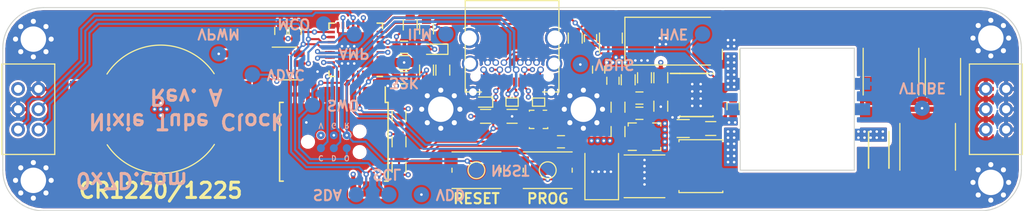
<source format=kicad_pcb>
(kicad_pcb (version 20171130) (host pcbnew "(5.0.0)")

  (general
    (thickness 1.6)
    (drawings 37)
    (tracks 563)
    (zones 0)
    (modules 78)
    (nets 57)
  )

  (page A4)
  (layers
    (0 F.Cu jumper)
    (1 In1.Cu jumper)
    (2 In2.Cu jumper)
    (31 B.Cu signal)
    (34 B.Paste user)
    (35 F.Paste user)
    (36 B.SilkS user)
    (37 F.SilkS user)
    (38 B.Mask user)
    (39 F.Mask user)
    (41 Cmts.User user)
    (44 Edge.Cuts user)
    (45 Margin user)
    (46 B.CrtYd user hide)
    (47 F.CrtYd user hide)
    (48 B.Fab user)
    (49 F.Fab user)
  )

  (setup
    (last_trace_width 0.2)
    (user_trace_width 0.2)
    (user_trace_width 0.25)
    (user_trace_width 0.3)
    (user_trace_width 0.4)
    (user_trace_width 0.6)
    (user_trace_width 0.8)
    (user_trace_width 1)
    (trace_clearance 0.127)
    (zone_clearance 0.2)
    (zone_45_only no)
    (trace_min 0.127)
    (segment_width 0.2)
    (edge_width 0.1)
    (via_size 0.508)
    (via_drill 0.254)
    (via_min_size 0.508)
    (via_min_drill 0.254)
    (uvia_size 0.3)
    (uvia_drill 0.1)
    (uvias_allowed no)
    (uvia_min_size 0.2)
    (uvia_min_drill 0.1)
    (pcb_text_width 0.3)
    (pcb_text_size 1.5 1.5)
    (mod_edge_width 0.15)
    (mod_text_size 1 1)
    (mod_text_width 0.15)
    (pad_size 0.9906 0.9906)
    (pad_drill 0.9906)
    (pad_to_mask_clearance 0)
    (aux_axis_origin 0 0)
    (visible_elements 7FF9FFFF)
    (pcbplotparams
      (layerselection 0x010f0_ffffffff)
      (usegerberextensions false)
      (usegerberattributes false)
      (usegerberadvancedattributes false)
      (creategerberjobfile false)
      (excludeedgelayer true)
      (linewidth 0.100000)
      (plotframeref false)
      (viasonmask false)
      (mode 1)
      (useauxorigin false)
      (hpglpennumber 1)
      (hpglpenspeed 20)
      (hpglpendiameter 15.000000)
      (psnegative false)
      (psa4output false)
      (plotreference false)
      (plotvalue false)
      (plotinvisibletext false)
      (padsonsilk false)
      (subtractmaskfromsilk false)
      (outputformat 1)
      (mirror false)
      (drillshape 0)
      (scaleselection 1)
      (outputdirectory "Gerbers/"))
  )

  (net 0 "")
  (net 1 "Net-(Q1-Pad3)")
  (net 2 "Net-(Q1-Pad2)")
  (net 3 "Net-(R1-Pad2)")
  (net 4 "Net-(R6-Pad2)")
  (net 5 "Net-(Q1-Pad1)")
  (net 6 "Net-(C7-Pad1)")
  (net 7 /HV_OUT)
  (net 8 /VBUS)
  (net 9 /VDD)
  (net 10 /VNIXIE)
  (net 11 /SCL)
  (net 12 /SDA)
  (net 13 /HV_EN)
  (net 14 "Net-(R8-Pad2)")
  (net 15 "Net-(R10-Pad2)")
  (net 16 /SWO)
  (net 17 /NRST)
  (net 18 /CC1)
  (net 19 /CC2)
  (net 20 /DAC)
  (net 21 /USB_N)
  (net 22 /USB_P)
  (net 23 "Net-(D4-Pad2)")
  (net 24 /SWDIO)
  (net 25 /SWCLK)
  (net 26 "Net-(L1-Pad1)")
  (net 27 "Net-(L1-Pad2)")
  (net 28 "Net-(R7-Pad1)")
  (net 29 /GND)
  (net 30 /HV_IN)
  (net 31 /USB)
  (net 32 /ILM)
  (net 33 /FAULT)
  (net 34 "Net-(T1-Pad2)")
  (net 35 "Net-(U1-Pad9)")
  (net 36 "Net-(U2-Pad27)")
  (net 37 /RTC)
  (net 38 "Net-(U2-Pad3)")
  (net 39 /32kHz)
  (net 40 "Net-(C5-Pad1)")
  (net 41 "Net-(R16-Pad1)")
  (net 42 /AMP_EN)
  (net 43 "Net-(BT1-Pad1)")
  (net 44 "Net-(R2-Pad2)")
  (net 45 "Net-(C6-Pad1)")
  (net 46 /NIXIE_EN)
  (net 47 "Net-(U1-Pad4)")
  (net 48 "Net-(U2-Pad12)")
  (net 49 /MCO)
  (net 50 "Net-(U2-Pad25)")
  (net 51 "Net-(U2-Pad10)")
  (net 52 "Net-(U2-Pad30)")
  (net 53 "Net-(U2-Pad14)")
  (net 54 "Net-(D5-Pad1)")
  (net 55 /LED)
  (net 56 "Net-(C17-Pad1)")

  (net_class Default "This is the default net class."
    (clearance 0.127)
    (trace_width 0.127)
    (via_dia 0.508)
    (via_drill 0.254)
    (uvia_dia 0.3)
    (uvia_drill 0.1)
    (diff_pair_gap 0.127)
    (diff_pair_width 0.25)
    (add_net /32kHz)
    (add_net /AMP_EN)
    (add_net /CC1)
    (add_net /CC2)
    (add_net /DAC)
    (add_net /FAULT)
    (add_net /GND)
    (add_net /HV_EN)
    (add_net /HV_IN)
    (add_net /ILM)
    (add_net /LED)
    (add_net /MCO)
    (add_net /NIXIE_EN)
    (add_net /NRST)
    (add_net /RTC)
    (add_net /SCL)
    (add_net /SDA)
    (add_net /SWCLK)
    (add_net /SWDIO)
    (add_net /SWO)
    (add_net /USB)
    (add_net /USB_N)
    (add_net /USB_P)
    (add_net /VBUS)
    (add_net /VDD)
    (add_net /VNIXIE)
    (add_net "Net-(BT1-Pad1)")
    (add_net "Net-(C17-Pad1)")
    (add_net "Net-(C5-Pad1)")
    (add_net "Net-(C6-Pad1)")
    (add_net "Net-(C7-Pad1)")
    (add_net "Net-(D4-Pad2)")
    (add_net "Net-(D5-Pad1)")
    (add_net "Net-(L1-Pad1)")
    (add_net "Net-(L1-Pad2)")
    (add_net "Net-(Q1-Pad1)")
    (add_net "Net-(Q1-Pad2)")
    (add_net "Net-(Q1-Pad3)")
    (add_net "Net-(R1-Pad2)")
    (add_net "Net-(R10-Pad2)")
    (add_net "Net-(R16-Pad1)")
    (add_net "Net-(R2-Pad2)")
    (add_net "Net-(R6-Pad2)")
    (add_net "Net-(R7-Pad1)")
    (add_net "Net-(R8-Pad2)")
    (add_net "Net-(T1-Pad2)")
    (add_net "Net-(U1-Pad4)")
    (add_net "Net-(U1-Pad9)")
    (add_net "Net-(U2-Pad10)")
    (add_net "Net-(U2-Pad12)")
    (add_net "Net-(U2-Pad14)")
    (add_net "Net-(U2-Pad25)")
    (add_net "Net-(U2-Pad27)")
    (add_net "Net-(U2-Pad3)")
    (add_net "Net-(U2-Pad30)")
  )

  (net_class HV ""
    (clearance 0.4)
    (trace_width 0.2)
    (via_dia 0.508)
    (via_drill 0.254)
    (uvia_dia 0.3)
    (uvia_drill 0.1)
    (diff_pair_gap 0.127)
    (diff_pair_width 0.25)
    (add_net /HV_OUT)
  )

  (module Measurement_Points:Measurement_Point_Round-SMD-Pad_Small (layer B.Cu) (tedit 5BB09430) (tstamp 5BB15CD7)
    (at 146.5 106)
    (descr "Mesurement Point, Round, SMD Pad, DM 1.5mm,")
    (tags "Mesurement Point Round SMD Pad 1.5mm")
    (path /5BB2EA59)
    (attr virtual)
    (fp_text reference J18 (at 0 2) (layer B.SilkS) hide
      (effects (font (size 1 1) (thickness 0.15)) (justify mirror))
    )
    (fp_text value NRST (at 0 -2) (layer B.Fab)
      (effects (font (size 1 1) (thickness 0.15)) (justify mirror))
    )
    (fp_circle (center 0 0) (end 1 0) (layer B.CrtYd) (width 0.05))
    (pad 1 smd circle (at 0 0) (size 1.5 1.5) (layers B.Cu B.Mask)
      (net 17 /NRST))
  )

  (module Measurement_Points:Measurement_Point_Round-SMD-Pad_Small (layer B.Cu) (tedit 5BADC8A7) (tstamp 5BAE0329)
    (at 130.4 99.6)
    (descr "Mesurement Point, Round, SMD Pad, DM 1.5mm,")
    (tags "Mesurement Point Round SMD Pad 1.5mm")
    (path /5BAE0437)
    (attr virtual)
    (fp_text reference J17 (at 0 2) (layer B.SilkS) hide
      (effects (font (size 1 1) (thickness 0.15)) (justify mirror))
    )
    (fp_text value SWO (at 0 -2) (layer B.Fab)
      (effects (font (size 1 1) (thickness 0.15)) (justify mirror))
    )
    (fp_circle (center 0 0) (end 1 0) (layer B.CrtYd) (width 0.05))
    (pad 1 smd circle (at 0 0) (size 1.5 1.5) (layers B.Cu B.Mask)
      (net 16 /SWO))
  )

  (module Capacitors_SMD:C_0603 (layer F.Cu) (tedit 5BADAEAD) (tstamp 5BAF0D25)
    (at 157.7 93 90)
    (descr "Capacitor SMD 0603, reflow soldering, AVX (see smccp.pdf)")
    (tags "capacitor 0603")
    (path /5BAFD7B9)
    (attr smd)
    (fp_text reference C17 (at 0 -1.5 90) (layer F.SilkS) hide
      (effects (font (size 1 1) (thickness 0.15)))
    )
    (fp_text value SLEW (at 0 1.5 90) (layer F.Fab)
      (effects (font (size 1 1) (thickness 0.15)))
    )
    (fp_text user %R (at 0 0 90) (layer F.Fab)
      (effects (font (size 0.3 0.3) (thickness 0.075)))
    )
    (fp_line (start -0.8 0.4) (end -0.8 -0.4) (layer F.Fab) (width 0.1))
    (fp_line (start 0.8 0.4) (end -0.8 0.4) (layer F.Fab) (width 0.1))
    (fp_line (start 0.8 -0.4) (end 0.8 0.4) (layer F.Fab) (width 0.1))
    (fp_line (start -0.8 -0.4) (end 0.8 -0.4) (layer F.Fab) (width 0.1))
    (fp_line (start -0.35 -0.6) (end 0.35 -0.6) (layer F.SilkS) (width 0.12))
    (fp_line (start 0.35 0.6) (end -0.35 0.6) (layer F.SilkS) (width 0.12))
    (fp_line (start -1.4 -0.65) (end 1.4 -0.65) (layer F.CrtYd) (width 0.05))
    (fp_line (start -1.4 -0.65) (end -1.4 0.65) (layer F.CrtYd) (width 0.05))
    (fp_line (start 1.4 0.65) (end 1.4 -0.65) (layer F.CrtYd) (width 0.05))
    (fp_line (start 1.4 0.65) (end -1.4 0.65) (layer F.CrtYd) (width 0.05))
    (pad 1 smd rect (at -0.75 0 90) (size 0.8 0.75) (layers F.Cu F.Paste F.Mask)
      (net 56 "Net-(C17-Pad1)"))
    (pad 2 smd rect (at 0.75 0 90) (size 0.8 0.75) (layers F.Cu F.Paste F.Mask)
      (net 29 /GND))
    (model Capacitors_SMD.3dshapes/C_0603.wrl
      (at (xyz 0 0 0))
      (scale (xyz 1 1 1))
      (rotate (xyz 0 0 0))
    )
  )

  (module "Custom Parts:CR1220_Holder" (layer F.Cu) (tedit 5BAD23CD) (tstamp 5BA0C870)
    (at 115.5 100)
    (path /5BA7F4A1)
    (fp_text reference BT1 (at 0 -6) (layer F.SilkS) hide
      (effects (font (size 1 1) (thickness 0.15)))
    )
    (fp_text value CR1620 (at 0 6) (layer F.Fab)
      (effects (font (size 1 1) (thickness 0.15)))
    )
    (fp_arc (start 0 0) (end -5.25 3.499999) (angle -113) (layer F.SilkS) (width 0.12))
    (fp_arc (start 0 0) (end 5.25 -3.499999) (angle -113) (layer F.SilkS) (width 0.12))
    (fp_line (start -7 4) (end -7 -4) (layer F.Fab) (width 0.1))
    (fp_line (start 7 4) (end 7 -4) (layer F.Fab) (width 0.1))
    (fp_line (start -7 -4) (end -6 -5) (layer F.Fab) (width 0.1))
    (fp_line (start -6 -5) (end 6 -5) (layer F.Fab) (width 0.1))
    (fp_line (start 6 -5) (end 7 -4) (layer F.Fab) (width 0.1))
    (fp_arc (start 0.000001 9.999999) (end 4 5) (angle -77.3) (layer F.Fab) (width 0.1))
    (fp_line (start 4 5) (end 5 5) (layer F.Fab) (width 0.1))
    (fp_line (start 5 5) (end 6 5) (layer F.Fab) (width 0.1))
    (fp_line (start 6 5) (end 7 4) (layer F.Fab) (width 0.1))
    (fp_line (start -4 5) (end -6 5) (layer F.Fab) (width 0.1))
    (fp_line (start -6 5) (end -7 4) (layer F.Fab) (width 0.1))
    (pad 1 smd circle (at 0 0) (size 10.2 10.2) (layers F.Cu F.Mask)
      (net 43 "Net-(BT1-Pad1)") (clearance 0.5))
    (pad 2 smd rect (at -7.65 1.55) (size 2.5 2.5) (layers F.Cu F.Paste F.Mask)
      (net 29 /GND))
    (pad 2 smd rect (at -7.65 -1.55) (size 2.5 2.5) (layers F.Cu F.Paste F.Mask)
      (net 29 /GND))
    (pad 2 smd rect (at 7.65 1.55) (size 2.5 2.5) (layers F.Cu F.Paste F.Mask)
      (net 29 /GND))
    (pad 2 smd rect (at 7.65 -1.55) (size 2.5 2.5) (layers F.Cu F.Paste F.Mask)
      (net 29 /GND))
  )

  (module LEDs:LED_0603 (layer F.Cu) (tedit 5BAD15AF) (tstamp 5BAE3FA3)
    (at 142.4 94.1 180)
    (descr "LED 0603 smd package")
    (tags "LED led 0603 SMD smd SMT smt smdled SMDLED smtled SMTLED")
    (path /5BADCAA0)
    (attr smd)
    (fp_text reference D5 (at 0 -1.25 180) (layer F.SilkS) hide
      (effects (font (size 1 1) (thickness 0.15)))
    )
    (fp_text value LED (at 0 1.35 180) (layer F.Fab)
      (effects (font (size 1 1) (thickness 0.15)))
    )
    (fp_line (start -1.45 -0.65) (end 1.45 -0.65) (layer F.CrtYd) (width 0.05))
    (fp_line (start -1.45 0.65) (end -1.45 -0.65) (layer F.CrtYd) (width 0.05))
    (fp_line (start 1.45 0.65) (end -1.45 0.65) (layer F.CrtYd) (width 0.05))
    (fp_line (start 1.45 -0.65) (end 1.45 0.65) (layer F.CrtYd) (width 0.05))
    (fp_line (start -1.3 -0.5) (end 0.8 -0.5) (layer F.SilkS) (width 0.12))
    (fp_line (start -1.3 0.5) (end 0.8 0.5) (layer F.SilkS) (width 0.12))
    (fp_line (start -0.8 0.4) (end -0.8 -0.4) (layer F.Fab) (width 0.1))
    (fp_line (start -0.8 -0.4) (end 0.8 -0.4) (layer F.Fab) (width 0.1))
    (fp_line (start 0.8 -0.4) (end 0.8 0.4) (layer F.Fab) (width 0.1))
    (fp_line (start 0.8 0.4) (end -0.8 0.4) (layer F.Fab) (width 0.1))
    (fp_line (start 0.15 -0.2) (end 0.15 0.2) (layer F.Fab) (width 0.1))
    (fp_line (start 0.15 0.2) (end -0.15 0) (layer F.Fab) (width 0.1))
    (fp_line (start -0.15 0) (end 0.15 -0.2) (layer F.Fab) (width 0.1))
    (fp_line (start -0.2 -0.2) (end -0.2 0.2) (layer F.Fab) (width 0.1))
    (fp_line (start -1.3 -0.5) (end -1.3 0.5) (layer F.SilkS) (width 0.12))
    (pad 1 smd rect (at -0.8 0) (size 0.8 0.8) (layers F.Cu F.Paste F.Mask)
      (net 54 "Net-(D5-Pad1)"))
    (pad 2 smd rect (at 0.8 0) (size 0.8 0.8) (layers F.Cu F.Paste F.Mask)
      (net 55 /LED))
    (model ${KISYS3DMOD}/LEDs.3dshapes/LED_0603.wrl
      (at (xyz 0 0 0))
      (scale (xyz 1 1 1))
      (rotate (xyz 0 0 180))
    )
  )

  (module Resistors_SMD:R_0603 (layer F.Cu) (tedit 5BAD15B2) (tstamp 5BAE5DFD)
    (at 143.2 96.15 270)
    (descr "Resistor SMD 0603, reflow soldering, Vishay (see dcrcw.pdf)")
    (tags "resistor 0603")
    (path /5BADE6EA)
    (attr smd)
    (fp_text reference R13 (at 0 -1.45 270) (layer F.SilkS) hide
      (effects (font (size 1 1) (thickness 0.15)))
    )
    (fp_text value 10k (at 0 1.5 270) (layer F.Fab)
      (effects (font (size 1 1) (thickness 0.15)))
    )
    (fp_line (start 1.25 0.7) (end -1.25 0.7) (layer F.CrtYd) (width 0.05))
    (fp_line (start 1.25 0.7) (end 1.25 -0.7) (layer F.CrtYd) (width 0.05))
    (fp_line (start -1.25 -0.7) (end -1.25 0.7) (layer F.CrtYd) (width 0.05))
    (fp_line (start -1.25 -0.7) (end 1.25 -0.7) (layer F.CrtYd) (width 0.05))
    (fp_line (start -0.5 -0.68) (end 0.5 -0.68) (layer F.SilkS) (width 0.12))
    (fp_line (start 0.5 0.68) (end -0.5 0.68) (layer F.SilkS) (width 0.12))
    (fp_line (start -0.8 -0.4) (end 0.8 -0.4) (layer F.Fab) (width 0.1))
    (fp_line (start 0.8 -0.4) (end 0.8 0.4) (layer F.Fab) (width 0.1))
    (fp_line (start 0.8 0.4) (end -0.8 0.4) (layer F.Fab) (width 0.1))
    (fp_line (start -0.8 0.4) (end -0.8 -0.4) (layer F.Fab) (width 0.1))
    (fp_text user %R (at 0 0 270) (layer F.Fab)
      (effects (font (size 0.4 0.4) (thickness 0.075)))
    )
    (pad 2 smd rect (at 0.75 0 270) (size 0.5 0.9) (layers F.Cu F.Paste F.Mask)
      (net 29 /GND))
    (pad 1 smd rect (at -0.75 0 270) (size 0.5 0.9) (layers F.Cu F.Paste F.Mask)
      (net 54 "Net-(D5-Pad1)"))
    (model ${KISYS3DMOD}/Resistors_SMD.3dshapes/R_0603.wrl
      (at (xyz 0 0 0))
      (scale (xyz 1 1 1))
      (rotate (xyz 0 0 0))
    )
  )

  (module "Custom Parts:USB_C_Receptacle_Circular_Holes" locked (layer F.Cu) (tedit 5BAC7BE5) (tstamp 5BADE66E)
    (at 150 92.4 180)
    (descr "USB TYPE C, RA RCPT PCB, Hybrid, https://www.amphenolcanada.com/StockAvailabilityPrice.aspx?From=&PartNum=12401548E4%7e2A")
    (tags "USB C Type-C Receptacle Hybrid")
    (path /5B6238BC)
    (attr smd)
    (fp_text reference J1 (at 0 -6.36 180) (layer F.SilkS) hide
      (effects (font (size 1 1) (thickness 0.15)))
    )
    (fp_text value USB_C_Receptacle (at 0 4 180) (layer F.Fab)
      (effects (font (size 1 1) (thickness 0.15)))
    )
    (fp_line (start -4.6 2.39) (end 4.6 2.39) (layer F.SilkS) (width 0.12))
    (fp_line (start -4.6 3.09) (end 4.6 3.09) (layer F.SilkS) (width 0.12))
    (fp_line (start -4.6 3.09) (end -4.6 -5.9) (layer F.Fab) (width 0.1))
    (fp_line (start -4.6 -5.9) (end 4.6 -5.9) (layer F.Fab) (width 0.1))
    (fp_line (start -4.6 -5.9) (end -3 -5.9) (layer F.SilkS) (width 0.12))
    (fp_line (start -4.6 -5.9) (end -4.6 3.09) (layer F.SilkS) (width 0.12))
    (fp_line (start 4.6 -5.9) (end 4.6 3.09) (layer F.SilkS) (width 0.12))
    (fp_line (start 3 -5.9) (end 4.6 -5.9) (layer F.SilkS) (width 0.12))
    (fp_line (start -4.6 3.09) (end 4.6 3.09) (layer F.Fab) (width 0.1))
    (fp_line (start 4.6 3.09) (end 4.6 -5.9) (layer F.Fab) (width 0.1))
    (fp_text user %R (at 0 0 180) (layer F.Fab)
      (effects (font (size 1 1) (thickness 0.1)))
    )
    (pad S1 thru_hole circle (at 3.845 -5.91 180) (size 1.2 1.2) (drill 0.75) (layers *.Cu *.Mask)
      (net 29 /GND))
    (pad S1 thru_hole circle (at -3.845 -5.91 180) (size 1.2 1.2) (drill 0.75) (layers *.Cu *.Mask)
      (net 29 /GND))
    (pad B11 thru_hole circle (at -2.4 -3.01 180) (size 0.65 0.65) (drill 0.4) (layers *.Cu *.Mask)
      (net 29 /GND))
    (pad B10 thru_hole circle (at -1.6 -3.01 180) (size 0.65 0.65) (drill 0.4) (layers *.Cu *.Mask)
      (net 29 /GND))
    (pad B8 thru_hole circle (at -0.8 -3.01 180) (size 0.65 0.65) (drill 0.4) (layers *.Cu *.Mask)
      (net 29 /GND))
    (pad B5 thru_hole circle (at 0.8 -3.01 180) (size 0.65 0.65) (drill 0.4) (layers *.Cu *.Mask)
      (net 19 /CC2))
    (pad B3 thru_hole circle (at 1.6 -3.01 180) (size 0.65 0.65) (drill 0.4) (layers *.Cu *.Mask)
      (net 29 /GND))
    (pad B2 thru_hole circle (at 2.4 -3.01 180) (size 0.65 0.65) (drill 0.4) (layers *.Cu *.Mask)
      (net 29 /GND))
    (pad B12 thru_hole circle (at -2.8 -3.71 180) (size 0.65 0.65) (drill 0.4) (layers *.Cu *.Mask)
      (net 29 /GND))
    (pad B9 thru_hole circle (at -1.2 -3.71 180) (size 0.65 0.65) (drill 0.4) (layers *.Cu *.Mask)
      (net 8 /VBUS))
    (pad B7 thru_hole circle (at -0.4 -3.71 180) (size 0.65 0.65) (drill 0.4) (layers *.Cu *.Mask)
      (net 21 /USB_N))
    (pad B6 thru_hole circle (at 0.4 -3.71 180) (size 0.65 0.65) (drill 0.4) (layers *.Cu *.Mask)
      (net 22 /USB_P))
    (pad B4 thru_hole circle (at 1.2 -3.71 180) (size 0.65 0.65) (drill 0.4) (layers *.Cu *.Mask)
      (net 8 /VBUS))
    (pad B1 thru_hole circle (at 2.8 -3.71 180) (size 0.65 0.65) (drill 0.4) (layers *.Cu *.Mask)
      (net 29 /GND))
    (pad "" np_thru_hole circle (at -3.6 -4.36 180) (size 0.65 0.65) (drill 0.65) (layers *.Mask F.Cu))
    (pad "" np_thru_hole circle (at 3.6 -4.36 180) (size 0.65 0.65) (drill 0.65) (layers *.Mask F.Cu))
    (pad S1 thru_hole circle (at -4.22 -0.595 180) (size 2 2) (drill 1.5) (layers *.Cu *.Mask)
      (net 29 /GND))
    (pad S1 thru_hole circle (at 4.22 -0.595 180) (size 2 2) (drill 1.5) (layers *.Cu *.Mask)
      (net 29 /GND))
    (pad S1 thru_hole circle (at 4.13 -3.11 180) (size 1.6 1.6) (drill 1.2) (layers *.Cu *.Mask)
      (net 29 /GND))
    (pad A11 smd rect (at 2.25 -4.93 180) (size 0.3 0.9) (layers F.Cu F.Paste F.Mask)
      (net 29 /GND))
    (pad A8 smd rect (at 0.75 -4.93 180) (size 0.3 0.9) (layers F.Cu F.Paste F.Mask)
      (net 29 /GND))
    (pad A9 smd rect (at 1.25 -4.93 180) (size 0.3 0.9) (layers F.Cu F.Paste F.Mask)
      (net 8 /VBUS))
    (pad A10 smd rect (at 1.75 -4.93 180) (size 0.3 0.9) (layers F.Cu F.Paste F.Mask)
      (net 29 /GND))
    (pad A12 smd rect (at 2.75 -4.93 180) (size 0.3 0.9) (layers F.Cu F.Paste F.Mask)
      (net 29 /GND))
    (pad A7 smd rect (at 0.25 -4.93 180) (size 0.3 0.9) (layers F.Cu F.Paste F.Mask)
      (net 21 /USB_N))
    (pad A6 smd rect (at -0.25 -4.93 180) (size 0.3 0.9) (layers F.Cu F.Paste F.Mask)
      (net 22 /USB_P))
    (pad A5 smd rect (at -0.75 -4.93 180) (size 0.3 0.9) (layers F.Cu F.Paste F.Mask)
      (net 18 /CC1))
    (pad A4 smd rect (at -1.25 -4.93 180) (size 0.3 0.9) (layers F.Cu F.Paste F.Mask)
      (net 8 /VBUS))
    (pad A3 smd rect (at -1.75 -4.93 180) (size 0.3 0.9) (layers F.Cu F.Paste F.Mask)
      (net 29 /GND))
    (pad A2 smd rect (at -2.25 -4.93 180) (size 0.3 0.9) (layers F.Cu F.Paste F.Mask)
      (net 29 /GND))
    (pad A1 smd rect (at -2.75 -4.93 180) (size 0.3 0.9) (layers F.Cu F.Paste F.Mask)
      (net 29 /GND))
    (pad S1 thru_hole circle (at -4.13 -3.11 180) (size 1.6 1.6) (drill 1.2) (layers *.Cu *.Mask)
      (net 29 /GND))
    (model ${KISYS3DMOD}/Connectors_USB.3dshapes/USB_C_Receptacle_Amphenol_12401548E4-2A.wrl
      (at (xyz 0 0 0))
      (scale (xyz 1 1 1))
      (rotate (xyz 0 0 0))
    )
  )

  (module Capacitors_SMD:C_0603 (layer F.Cu) (tedit 5BA9CFDB) (tstamp 5BABF29F)
    (at 139.4 96.9)
    (descr "Capacitor SMD 0603, reflow soldering, AVX (see smccp.pdf)")
    (tags "capacitor 0603")
    (path /5BBA51A2)
    (attr smd)
    (fp_text reference C12 (at 0 -1.5) (layer F.SilkS) hide
      (effects (font (size 1 1) (thickness 0.15)))
    )
    (fp_text value 0.1uF (at 0 1.5) (layer F.Fab)
      (effects (font (size 1 1) (thickness 0.15)))
    )
    (fp_text user %R (at 0 0) (layer F.Fab)
      (effects (font (size 0.3 0.3) (thickness 0.075)))
    )
    (fp_line (start -0.8 0.4) (end -0.8 -0.4) (layer F.Fab) (width 0.1))
    (fp_line (start 0.8 0.4) (end -0.8 0.4) (layer F.Fab) (width 0.1))
    (fp_line (start 0.8 -0.4) (end 0.8 0.4) (layer F.Fab) (width 0.1))
    (fp_line (start -0.8 -0.4) (end 0.8 -0.4) (layer F.Fab) (width 0.1))
    (fp_line (start -0.35 -0.6) (end 0.35 -0.6) (layer F.SilkS) (width 0.12))
    (fp_line (start 0.35 0.6) (end -0.35 0.6) (layer F.SilkS) (width 0.12))
    (fp_line (start -1.4 -0.65) (end 1.4 -0.65) (layer F.CrtYd) (width 0.05))
    (fp_line (start -1.4 -0.65) (end -1.4 0.65) (layer F.CrtYd) (width 0.05))
    (fp_line (start 1.4 0.65) (end 1.4 -0.65) (layer F.CrtYd) (width 0.05))
    (fp_line (start 1.4 0.65) (end -1.4 0.65) (layer F.CrtYd) (width 0.05))
    (pad 1 smd rect (at -0.75 0) (size 0.8 0.75) (layers F.Cu F.Paste F.Mask)
      (net 9 /VDD))
    (pad 2 smd rect (at 0.75 0) (size 0.8 0.75) (layers F.Cu F.Paste F.Mask)
      (net 29 /GND))
    (model Capacitors_SMD.3dshapes/C_0603.wrl
      (at (xyz 0 0 0))
      (scale (xyz 1 1 1))
      (rotate (xyz 0 0 0))
    )
  )

  (module Capacitors_SMD:C_0603 (layer F.Cu) (tedit 5BAB323C) (tstamp 5BADED8F)
    (at 139.4 93.9)
    (descr "Capacitor SMD 0603, reflow soldering, AVX (see smccp.pdf)")
    (tags "capacitor 0603")
    (path /5BBA50C7)
    (attr smd)
    (fp_text reference C13 (at 0 -1.5) (layer F.SilkS) hide
      (effects (font (size 1 1) (thickness 0.15)))
    )
    (fp_text value 4.7uF (at 0 1.5) (layer F.Fab)
      (effects (font (size 1 1) (thickness 0.15)))
    )
    (fp_line (start 1.4 0.65) (end -1.4 0.65) (layer F.CrtYd) (width 0.05))
    (fp_line (start 1.4 0.65) (end 1.4 -0.65) (layer F.CrtYd) (width 0.05))
    (fp_line (start -1.4 -0.65) (end -1.4 0.65) (layer F.CrtYd) (width 0.05))
    (fp_line (start -1.4 -0.65) (end 1.4 -0.65) (layer F.CrtYd) (width 0.05))
    (fp_line (start 0.35 0.6) (end -0.35 0.6) (layer F.SilkS) (width 0.12))
    (fp_line (start -0.35 -0.6) (end 0.35 -0.6) (layer F.SilkS) (width 0.12))
    (fp_line (start -0.8 -0.4) (end 0.8 -0.4) (layer F.Fab) (width 0.1))
    (fp_line (start 0.8 -0.4) (end 0.8 0.4) (layer F.Fab) (width 0.1))
    (fp_line (start 0.8 0.4) (end -0.8 0.4) (layer F.Fab) (width 0.1))
    (fp_line (start -0.8 0.4) (end -0.8 -0.4) (layer F.Fab) (width 0.1))
    (fp_text user %R (at 0 0) (layer F.Fab)
      (effects (font (size 0.3 0.3) (thickness 0.075)))
    )
    (pad 2 smd rect (at 0.75 0) (size 0.8 0.75) (layers F.Cu F.Paste F.Mask)
      (net 29 /GND))
    (pad 1 smd rect (at -0.75 0) (size 0.8 0.75) (layers F.Cu F.Paste F.Mask)
      (net 9 /VDD))
    (model Capacitors_SMD.3dshapes/C_0603.wrl
      (at (xyz 0 0 0))
      (scale (xyz 1 1 1))
      (rotate (xyz 0 0 0))
    )
  )

  (module "Tag Connect:TC2030-MCP-NL" (layer B.Cu) (tedit 5BAE6009) (tstamp 5BADD7EE)
    (at 132.5 103.2)
    (descr http://www.tag-connect.com/Materials/TC2030-MCP-NL%20PCB%20Footprint.pdf)
    (path /5B693D84)
    (fp_text reference J2 (at 0 4.064) (layer B.SilkS) hide
      (effects (font (size 1.524 1.524) (thickness 0.3048)) (justify mirror))
    )
    (fp_text value SWD (at 0 -3.048) (layer B.SilkS) hide
      (effects (font (size 1.524 1.524) (thickness 0.3048)) (justify mirror))
    )
    (pad "" np_thru_hole circle (at 2.54 -1.016) (size 0.9906 0.9906) (drill 0.9906) (layers *.Cu *.Mask))
    (pad "" np_thru_hole circle (at 2.54 1.016) (size 0.9906 0.9906) (drill 0.9906) (layers *.Cu *.Mask))
    (pad "" np_thru_hole circle (at -2.54 0) (size 0.9906 0.9906) (drill 0.9906) (layers *.Cu *.Mask))
    (pad 6 smd circle (at 1.27 0.635) (size 0.7874 0.7874) (layers B.Cu B.Mask)
      (net 16 /SWO))
    (pad 5 smd circle (at 1.27 -0.635) (size 0.7874 0.7874) (layers B.Cu B.Mask)
      (net 17 /NRST))
    (pad 4 smd circle (at 0 0.635) (size 0.7874 0.7874) (layers B.Cu B.Mask)
      (net 24 /SWDIO))
    (pad 3 smd circle (at 0 -0.635) (size 0.7874 0.7874) (layers B.Cu B.Mask)
      (net 29 /GND))
    (pad 2 smd circle (at -1.27 0.635) (size 0.7874 0.7874) (layers B.Cu B.Mask)
      (net 25 /SWCLK))
    (pad 1 smd circle (at -1.27 -0.635) (size 0.7874 0.7874) (layers B.Cu B.Mask)
      (net 9 /VDD))
  )

  (module Measurement_Points:Measurement_Point_Round-SMD-Pad_Small (layer B.Cu) (tedit 5BAD05B1) (tstamp 5BAD3315)
    (at 156.7 95.6)
    (descr "Mesurement Point, Round, SMD Pad, DM 1.5mm,")
    (tags "Mesurement Point Round SMD Pad 1.5mm")
    (path /5BAD1FCF)
    (attr virtual)
    (fp_text reference J16 (at 0 2) (layer B.SilkS) hide
      (effects (font (size 1 1) (thickness 0.15)) (justify mirror))
    )
    (fp_text value VBUS (at 0 -2) (layer B.Fab)
      (effects (font (size 1 1) (thickness 0.15)) (justify mirror))
    )
    (fp_circle (center 0 0) (end 1 0) (layer B.CrtYd) (width 0.05))
    (pad 1 smd circle (at 0 0) (size 1.5 1.5) (layers B.Cu B.Mask)
      (net 8 /VBUS))
  )

  (module Housings_SOIC:SOIC-16W_7.5x10.3mm_Pitch1.27mm (layer F.Cu) (tedit 5BAB2AB6) (tstamp 5BADD5F4)
    (at 132.5 103.2 270)
    (descr "16-Lead Plastic Small Outline (SO) - Wide, 7.50 mm Body [SOIC] (see Microchip Packaging Specification 00000049BS.pdf)")
    (tags "SOIC 1.27")
    (path /5BAADC28)
    (attr smd)
    (fp_text reference U4 (at 0 -6.25 270) (layer F.SilkS) hide
      (effects (font (size 1 1) (thickness 0.15)))
    )
    (fp_text value DS3231 (at 0 6.25 270) (layer F.Fab)
      (effects (font (size 1 1) (thickness 0.15)))
    )
    (fp_text user %R (at 0 0 270) (layer F.Fab)
      (effects (font (size 1 1) (thickness 0.15)))
    )
    (fp_line (start -2.75 -5.15) (end 3.75 -5.15) (layer F.Fab) (width 0.15))
    (fp_line (start 3.75 -5.15) (end 3.75 5.15) (layer F.Fab) (width 0.15))
    (fp_line (start 3.75 5.15) (end -3.75 5.15) (layer F.Fab) (width 0.15))
    (fp_line (start -3.75 5.15) (end -3.75 -4.15) (layer F.Fab) (width 0.15))
    (fp_line (start -3.75 -4.15) (end -2.75 -5.15) (layer F.Fab) (width 0.15))
    (fp_line (start -5.65 -5.5) (end -5.65 5.5) (layer F.CrtYd) (width 0.05))
    (fp_line (start 5.65 -5.5) (end 5.65 5.5) (layer F.CrtYd) (width 0.05))
    (fp_line (start -5.65 -5.5) (end 5.65 -5.5) (layer F.CrtYd) (width 0.05))
    (fp_line (start -5.65 5.5) (end 5.65 5.5) (layer F.CrtYd) (width 0.05))
    (fp_line (start -3.875 -5.325) (end -3.875 -5.05) (layer F.SilkS) (width 0.15))
    (fp_line (start 3.875 -5.325) (end 3.875 -4.97) (layer F.SilkS) (width 0.15))
    (fp_line (start 3.875 5.325) (end 3.875 4.97) (layer F.SilkS) (width 0.15))
    (fp_line (start -3.875 5.325) (end -3.875 4.97) (layer F.SilkS) (width 0.15))
    (fp_line (start -3.875 -5.325) (end 3.875 -5.325) (layer F.SilkS) (width 0.15))
    (fp_line (start -3.875 5.325) (end 3.875 5.325) (layer F.SilkS) (width 0.15))
    (fp_line (start -3.875 -5.05) (end -5.4 -5.05) (layer F.SilkS) (width 0.15))
    (pad 1 smd rect (at -4.65 -4.445 270) (size 1.5 0.6) (layers F.Cu F.Paste F.Mask)
      (net 39 /32kHz))
    (pad 2 smd rect (at -4.65 -3.175 270) (size 1.5 0.6) (layers F.Cu F.Paste F.Mask)
      (net 9 /VDD))
    (pad 3 smd rect (at -4.65 -1.905 270) (size 1.5 0.6) (layers F.Cu F.Paste F.Mask)
      (net 37 /RTC))
    (pad 4 smd rect (at -4.65 -0.635 270) (size 1.5 0.6) (layers F.Cu F.Paste F.Mask)
      (net 17 /NRST))
    (pad 5 smd rect (at -4.65 0.635 270) (size 1.5 0.6) (layers F.Cu F.Paste F.Mask)
      (net 29 /GND))
    (pad 6 smd rect (at -4.65 1.905 270) (size 1.5 0.6) (layers F.Cu F.Paste F.Mask)
      (net 29 /GND))
    (pad 7 smd rect (at -4.65 3.175 270) (size 1.5 0.6) (layers F.Cu F.Paste F.Mask)
      (net 29 /GND))
    (pad 8 smd rect (at -4.65 4.445 270) (size 1.5 0.6) (layers F.Cu F.Paste F.Mask)
      (net 29 /GND))
    (pad 9 smd rect (at 4.65 4.445 270) (size 1.5 0.6) (layers F.Cu F.Paste F.Mask)
      (net 29 /GND))
    (pad 10 smd rect (at 4.65 3.175 270) (size 1.5 0.6) (layers F.Cu F.Paste F.Mask)
      (net 29 /GND))
    (pad 11 smd rect (at 4.65 1.905 270) (size 1.5 0.6) (layers F.Cu F.Paste F.Mask)
      (net 29 /GND))
    (pad 12 smd rect (at 4.65 0.635 270) (size 1.5 0.6) (layers F.Cu F.Paste F.Mask)
      (net 29 /GND))
    (pad 13 smd rect (at 4.65 -0.635 270) (size 1.5 0.6) (layers F.Cu F.Paste F.Mask)
      (net 29 /GND))
    (pad 14 smd rect (at 4.65 -1.905 270) (size 1.5 0.6) (layers F.Cu F.Paste F.Mask)
      (net 43 "Net-(BT1-Pad1)"))
    (pad 15 smd rect (at 4.65 -3.175 270) (size 1.5 0.6) (layers F.Cu F.Paste F.Mask)
      (net 12 /SDA))
    (pad 16 smd rect (at 4.65 -4.445 270) (size 1.5 0.6) (layers F.Cu F.Paste F.Mask)
      (net 11 /SCL))
    (model ${KISYS3DMOD}/Housings_SOIC.3dshapes/SOIC-16W_7.5x10.3mm_Pitch1.27mm.wrl
      (at (xyz 0 0 0))
      (scale (xyz 1 1 1))
      (rotate (xyz 0 0 0))
    )
  )

  (module Housings_DFN_QFN:QFN-32-1EP_5x5mm_Pitch0.5mm (layer F.Cu) (tedit 5BA9CFDF) (tstamp 5BABF1F1)
    (at 134.65 94.15 180)
    (descr "UH Package; 32-Lead Plastic QFN (5mm x 5mm); (see Linear Technology QFN_32_05-08-1693.pdf)")
    (tags "QFN 0.5")
    (path /5B622DF7)
    (attr smd)
    (fp_text reference U2 (at 0 -3.75 180) (layer F.SilkS) hide
      (effects (font (size 1 1) (thickness 0.15)))
    )
    (fp_text value STM32L432K (at 0 3.75 180) (layer F.Fab)
      (effects (font (size 1 1) (thickness 0.15)))
    )
    (fp_line (start 2.625 -2.625) (end 2.1 -2.625) (layer F.SilkS) (width 0.15))
    (fp_line (start 2.625 2.625) (end 2.1 2.625) (layer F.SilkS) (width 0.15))
    (fp_line (start -2.625 2.625) (end -2.1 2.625) (layer F.SilkS) (width 0.15))
    (fp_line (start -2.625 -2.625) (end -2.1 -2.625) (layer F.SilkS) (width 0.15))
    (fp_line (start 2.625 2.625) (end 2.625 2.1) (layer F.SilkS) (width 0.15))
    (fp_line (start -2.625 2.625) (end -2.625 2.1) (layer F.SilkS) (width 0.15))
    (fp_line (start 2.625 -2.625) (end 2.625 -2.1) (layer F.SilkS) (width 0.15))
    (fp_line (start -3 3) (end 3 3) (layer F.CrtYd) (width 0.05))
    (fp_line (start -3 -3) (end 3 -3) (layer F.CrtYd) (width 0.05))
    (fp_line (start 3 -3) (end 3 3) (layer F.CrtYd) (width 0.05))
    (fp_line (start -3 -3) (end -3 3) (layer F.CrtYd) (width 0.05))
    (fp_line (start -2.5 -1.5) (end -1.5 -2.5) (layer F.Fab) (width 0.15))
    (fp_line (start -2.5 2.5) (end -2.5 -1.5) (layer F.Fab) (width 0.15))
    (fp_line (start 2.5 2.5) (end -2.5 2.5) (layer F.Fab) (width 0.15))
    (fp_line (start 2.5 -2.5) (end 2.5 2.5) (layer F.Fab) (width 0.15))
    (fp_line (start -1.5 -2.5) (end 2.5 -2.5) (layer F.Fab) (width 0.15))
    (pad 33 smd rect (at -0.8625 -0.8625 180) (size 1.725 1.725) (layers F.Cu F.Paste F.Mask)
      (net 29 /GND) (solder_paste_margin_ratio -0.2))
    (pad 33 smd rect (at -0.8625 0.8625 180) (size 1.725 1.725) (layers F.Cu F.Paste F.Mask)
      (net 29 /GND) (solder_paste_margin_ratio -0.2))
    (pad 33 smd rect (at 0.8625 -0.8625 180) (size 1.725 1.725) (layers F.Cu F.Paste F.Mask)
      (net 29 /GND) (solder_paste_margin_ratio -0.2))
    (pad 33 smd rect (at 0.8625 0.8625 180) (size 1.725 1.725) (layers F.Cu F.Paste F.Mask)
      (net 29 /GND) (solder_paste_margin_ratio -0.2))
    (pad 32 smd rect (at -1.75 -2.4 270) (size 0.7 0.25) (layers F.Cu F.Paste F.Mask)
      (net 29 /GND))
    (pad 31 smd rect (at -1.25 -2.4 270) (size 0.7 0.25) (layers F.Cu F.Paste F.Mask)
      (net 44 "Net-(R2-Pad2)"))
    (pad 30 smd rect (at -0.75 -2.4 270) (size 0.7 0.25) (layers F.Cu F.Paste F.Mask)
      (net 52 "Net-(U2-Pad30)"))
    (pad 29 smd rect (at -0.25 -2.4 270) (size 0.7 0.25) (layers F.Cu F.Paste F.Mask)
      (net 31 /USB))
    (pad 28 smd rect (at 0.25 -2.4 270) (size 0.7 0.25) (layers F.Cu F.Paste F.Mask)
      (net 37 /RTC))
    (pad 27 smd rect (at 0.75 -2.4 270) (size 0.7 0.25) (layers F.Cu F.Paste F.Mask)
      (net 36 "Net-(U2-Pad27)"))
    (pad 26 smd rect (at 1.25 -2.4 270) (size 0.7 0.25) (layers F.Cu F.Paste F.Mask)
      (net 16 /SWO))
    (pad 25 smd rect (at 1.75 -2.4 270) (size 0.7 0.25) (layers F.Cu F.Paste F.Mask)
      (net 50 "Net-(U2-Pad25)"))
    (pad 24 smd rect (at 2.4 -1.75 180) (size 0.7 0.25) (layers F.Cu F.Paste F.Mask)
      (net 25 /SWCLK))
    (pad 23 smd rect (at 2.4 -1.25 180) (size 0.7 0.25) (layers F.Cu F.Paste F.Mask)
      (net 24 /SWDIO))
    (pad 22 smd rect (at 2.4 -0.75 180) (size 0.7 0.25) (layers F.Cu F.Paste F.Mask)
      (net 22 /USB_P))
    (pad 21 smd rect (at 2.4 -0.25 180) (size 0.7 0.25) (layers F.Cu F.Paste F.Mask)
      (net 21 /USB_N))
    (pad 20 smd rect (at 2.4 0.25 180) (size 0.7 0.25) (layers F.Cu F.Paste F.Mask)
      (net 12 /SDA))
    (pad 19 smd rect (at 2.4 0.75 180) (size 0.7 0.25) (layers F.Cu F.Paste F.Mask)
      (net 11 /SCL))
    (pad 18 smd rect (at 2.4 1.25 180) (size 0.7 0.25) (layers F.Cu F.Paste F.Mask)
      (net 49 /MCO))
    (pad 17 smd rect (at 2.4 1.75 180) (size 0.7 0.25) (layers F.Cu F.Paste F.Mask)
      (net 9 /VDD))
    (pad 16 smd rect (at 1.75 2.4 270) (size 0.7 0.25) (layers F.Cu F.Paste F.Mask)
      (net 29 /GND))
    (pad 15 smd rect (at 1.25 2.4 270) (size 0.7 0.25) (layers F.Cu F.Paste F.Mask)
      (net 42 /AMP_EN))
    (pad 14 smd rect (at 0.75 2.4 270) (size 0.7 0.25) (layers F.Cu F.Paste F.Mask)
      (net 53 "Net-(U2-Pad14)"))
    (pad 13 smd rect (at 0.25 2.4 270) (size 0.7 0.25) (layers F.Cu F.Paste F.Mask)
      (net 46 /NIXIE_EN))
    (pad 12 smd rect (at -0.25 2.4 270) (size 0.7 0.25) (layers F.Cu F.Paste F.Mask)
      (net 48 "Net-(U2-Pad12)"))
    (pad 11 smd rect (at -0.75 2.4 270) (size 0.7 0.25) (layers F.Cu F.Paste F.Mask)
      (net 20 /DAC))
    (pad 10 smd rect (at -1.25 2.4 270) (size 0.7 0.25) (layers F.Cu F.Paste F.Mask)
      (net 51 "Net-(U2-Pad10)"))
    (pad 9 smd rect (at -1.75 2.4 270) (size 0.7 0.25) (layers F.Cu F.Paste F.Mask)
      (net 33 /FAULT))
    (pad 8 smd rect (at -2.4 1.75 180) (size 0.7 0.25) (layers F.Cu F.Paste F.Mask)
      (net 13 /HV_EN))
    (pad 7 smd rect (at -2.4 1.25 180) (size 0.7 0.25) (layers F.Cu F.Paste F.Mask)
      (net 32 /ILM))
    (pad 6 smd rect (at -2.4 0.75 180) (size 0.7 0.25) (layers F.Cu F.Paste F.Mask)
      (net 55 /LED))
    (pad 5 smd rect (at -2.4 0.25 180) (size 0.7 0.25) (layers F.Cu F.Paste F.Mask)
      (net 9 /VDD))
    (pad 4 smd rect (at -2.4 -0.25 180) (size 0.7 0.25) (layers F.Cu F.Paste F.Mask)
      (net 17 /NRST))
    (pad 3 smd rect (at -2.4 -0.75 180) (size 0.7 0.25) (layers F.Cu F.Paste F.Mask)
      (net 38 "Net-(U2-Pad3)"))
    (pad 2 smd rect (at -2.4 -1.25 180) (size 0.7 0.25) (layers F.Cu F.Paste F.Mask)
      (net 39 /32kHz))
    (pad 1 smd rect (at -2.4 -1.75 180) (size 0.7 0.25) (layers F.Cu F.Paste F.Mask)
      (net 9 /VDD))
    (model ${KISYS3DMOD}/Housings_DFN_QFN.3dshapes/QFN-32-1EP_5x5mm_Pitch0.5mm.wrl
      (at (xyz 0 0 0))
      (scale (xyz 1 1 1))
      (rotate (xyz 0 0 0))
    )
  )

  (module Resistors_SMD:R_0603 (layer F.Cu) (tedit 5BA9CFAF) (tstamp 5BACB566)
    (at 150 100.7)
    (descr "Resistor SMD 0603, reflow soldering, Vishay (see dcrcw.pdf)")
    (tags "resistor 0603")
    (path /5B096154)
    (attr smd)
    (fp_text reference R1 (at 0 -1.45) (layer F.SilkS) hide
      (effects (font (size 1 1) (thickness 0.15)))
    )
    (fp_text value 900k (at 0 1.5) (layer F.Fab)
      (effects (font (size 1 1) (thickness 0.15)))
    )
    (fp_text user %R (at 0 0) (layer F.Fab)
      (effects (font (size 0.4 0.4) (thickness 0.075)))
    )
    (fp_line (start -0.8 0.4) (end -0.8 -0.4) (layer F.Fab) (width 0.1))
    (fp_line (start 0.8 0.4) (end -0.8 0.4) (layer F.Fab) (width 0.1))
    (fp_line (start 0.8 -0.4) (end 0.8 0.4) (layer F.Fab) (width 0.1))
    (fp_line (start -0.8 -0.4) (end 0.8 -0.4) (layer F.Fab) (width 0.1))
    (fp_line (start 0.5 0.68) (end -0.5 0.68) (layer F.SilkS) (width 0.12))
    (fp_line (start -0.5 -0.68) (end 0.5 -0.68) (layer F.SilkS) (width 0.12))
    (fp_line (start -1.25 -0.7) (end 1.25 -0.7) (layer F.CrtYd) (width 0.05))
    (fp_line (start -1.25 -0.7) (end -1.25 0.7) (layer F.CrtYd) (width 0.05))
    (fp_line (start 1.25 0.7) (end 1.25 -0.7) (layer F.CrtYd) (width 0.05))
    (fp_line (start 1.25 0.7) (end -1.25 0.7) (layer F.CrtYd) (width 0.05))
    (pad 1 smd rect (at -0.75 0) (size 0.5 0.9) (layers F.Cu F.Paste F.Mask)
      (net 8 /VBUS))
    (pad 2 smd rect (at 0.75 0) (size 0.5 0.9) (layers F.Cu F.Paste F.Mask)
      (net 3 "Net-(R1-Pad2)"))
    (model ${KISYS3DMOD}/Resistors_SMD.3dshapes/R_0603.wrl
      (at (xyz 0 0 0))
      (scale (xyz 1 1 1))
      (rotate (xyz 0 0 0))
    )
  )

  (module Measurement_Points:Measurement_Point_Round-SMD-Pad_Small (layer B.Cu) (tedit 5BAB1C23) (tstamp 5BAC0042)
    (at 121.2 94.55)
    (descr "Mesurement Point, Round, SMD Pad, DM 1.5mm,")
    (tags "Mesurement Point Round SMD Pad 1.5mm")
    (path /5BAF3226)
    (attr virtual)
    (fp_text reference J15 (at 0 2) (layer B.SilkS) hide
      (effects (font (size 1 1) (thickness 0.15)) (justify mirror))
    )
    (fp_text value VNIXIE (at 0 -2) (layer B.Fab)
      (effects (font (size 1 1) (thickness 0.15)) (justify mirror))
    )
    (fp_circle (center 0 0) (end 1 0) (layer B.CrtYd) (width 0.05))
    (pad 1 smd circle (at 0 0) (size 1.5 1.5) (layers B.Cu B.Mask)
      (net 10 /VNIXIE))
  )

  (module Measurement_Points:Measurement_Point_Round-SMD-Pad_Small (layer B.Cu) (tedit 5BAB0F2B) (tstamp 5BB1405F)
    (at 134.7 108.4)
    (descr "Mesurement Point, Round, SMD Pad, DM 1.5mm,")
    (tags "Mesurement Point Round SMD Pad 1.5mm")
    (path /5BAC80D4)
    (attr virtual)
    (fp_text reference J12 (at 0 2) (layer B.SilkS) hide
      (effects (font (size 1 1) (thickness 0.15)) (justify mirror))
    )
    (fp_text value SDA (at 0 -2) (layer B.Fab)
      (effects (font (size 1 1) (thickness 0.15)) (justify mirror))
    )
    (fp_circle (center 0 0) (end 1 0) (layer B.CrtYd) (width 0.05))
    (pad 1 smd circle (at 0 0) (size 1.5 1.5) (layers B.Cu B.Mask)
      (net 12 /SDA))
  )

  (module Measurement_Points:Measurement_Point_Round-SMD-Pad_Small (layer B.Cu) (tedit 5BAB0F2D) (tstamp 5BAC7B0E)
    (at 137.9 108.4)
    (descr "Mesurement Point, Round, SMD Pad, DM 1.5mm,")
    (tags "Mesurement Point Round SMD Pad 1.5mm")
    (path /5BAC8048)
    (attr virtual)
    (fp_text reference J11 (at 0 2) (layer B.SilkS) hide
      (effects (font (size 1 1) (thickness 0.15)) (justify mirror))
    )
    (fp_text value SCL (at 0 -2) (layer B.Fab)
      (effects (font (size 1 1) (thickness 0.15)) (justify mirror))
    )
    (fp_circle (center 0 0) (end 1 0) (layer B.CrtYd) (width 0.05))
    (pad 1 smd circle (at 0 0) (size 1.5 1.5) (layers B.Cu B.Mask)
      (net 11 /SCL))
  )

  (module Measurement_Points:Measurement_Point_Round-SMD-Pad_Small (layer B.Cu) (tedit 5BAB0F33) (tstamp 5BACF3A0)
    (at 124.5 96.6)
    (descr "Mesurement Point, Round, SMD Pad, DM 1.5mm,")
    (tags "Mesurement Point Round SMD Pad 1.5mm")
    (path /5BAB0421)
    (attr virtual)
    (fp_text reference J13 (at 0 2) (layer B.SilkS) hide
      (effects (font (size 1 1) (thickness 0.15)) (justify mirror))
    )
    (fp_text value DAC (at 0 -2) (layer B.Fab)
      (effects (font (size 1 1) (thickness 0.15)) (justify mirror))
    )
    (fp_circle (center 0 0) (end 1 0) (layer B.CrtYd) (width 0.05))
    (pad 1 smd circle (at 0 0) (size 1.5 1.5) (layers B.Cu B.Mask)
      (net 20 /DAC))
  )

  (module Measurement_Points:Measurement_Point_Round-SMD-Pad_Small (layer B.Cu) (tedit 5BAB0F30) (tstamp 5BAB1E73)
    (at 141.1 108.4)
    (descr "Mesurement Point, Round, SMD Pad, DM 1.5mm,")
    (tags "Mesurement Point Round SMD Pad 1.5mm")
    (path /5BAB2A61)
    (attr virtual)
    (fp_text reference J14 (at 0 2) (layer B.SilkS) hide
      (effects (font (size 1 1) (thickness 0.15)) (justify mirror))
    )
    (fp_text value VDD (at 0 -2) (layer B.Fab)
      (effects (font (size 1 1) (thickness 0.15)) (justify mirror))
    )
    (fp_circle (center 0 0) (end 1 0) (layer B.CrtYd) (width 0.05))
    (pad 1 smd circle (at 0 0) (size 1.5 1.5) (layers B.Cu B.Mask)
      (net 9 /VDD))
  )

  (module Measurement_Points:Measurement_Point_Round-SMD-Pad_Small (layer B.Cu) (tedit 5BA9D071) (tstamp 5BAE6F02)
    (at 139.4 95.4)
    (descr "Mesurement Point, Round, SMD Pad, DM 1.5mm,")
    (tags "Mesurement Point Round SMD Pad 1.5mm")
    (path /5BAC8BC2)
    (attr virtual)
    (fp_text reference J10 (at 0 2) (layer B.SilkS) hide
      (effects (font (size 1 1) (thickness 0.15)) (justify mirror))
    )
    (fp_text value 32kHz (at 0 -2) (layer B.Fab)
      (effects (font (size 1 1) (thickness 0.15)) (justify mirror))
    )
    (fp_circle (center 0 0) (end 1 0) (layer B.CrtYd) (width 0.05))
    (pad 1 smd circle (at 0 0) (size 1.5 1.5) (layers B.Cu B.Mask)
      (net 39 /32kHz))
  )

  (module Measurement_Points:Measurement_Point_Round-SMD-Pad_Small (layer B.Cu) (tedit 5BA9D06E) (tstamp 5BAC7C63)
    (at 134.5 92.6)
    (descr "Mesurement Point, Round, SMD Pad, DM 1.5mm,")
    (tags "Mesurement Point Round SMD Pad 1.5mm")
    (path /5BAC83B4)
    (attr virtual)
    (fp_text reference J9 (at 0 2) (layer B.SilkS) hide
      (effects (font (size 1 1) (thickness 0.15)) (justify mirror))
    )
    (fp_text value AMP_EN (at 0 -2) (layer B.Fab)
      (effects (font (size 1 1) (thickness 0.15)) (justify mirror))
    )
    (fp_circle (center 0 0) (end 1 0) (layer B.CrtYd) (width 0.05))
    (pad 1 smd circle (at 0 0) (size 1.5 1.5) (layers B.Cu B.Mask)
      (net 42 /AMP_EN))
  )

  (module Measurement_Points:Measurement_Point_Round-SMD-Pad_Small (layer B.Cu) (tedit 5BA9CFF6) (tstamp 5BAE6B14)
    (at 190.25 99.9)
    (descr "Mesurement Point, Round, SMD Pad, DM 1.5mm,")
    (tags "Mesurement Point Round SMD Pad 1.5mm")
    (path /5BAB35ED)
    (attr virtual)
    (fp_text reference J8 (at 0 2) (layer B.SilkS) hide
      (effects (font (size 1 1) (thickness 0.15)) (justify mirror))
    )
    (fp_text value HV_OUT (at 0 -2) (layer B.Fab)
      (effects (font (size 1 1) (thickness 0.15)) (justify mirror))
    )
    (fp_circle (center 0 0) (end 1 0) (layer B.CrtYd) (width 0.05))
    (pad 1 smd circle (at 0 0) (size 1.5 1.5) (layers B.Cu B.Mask)
      (net 7 /HV_OUT))
  )

  (module Measurement_Points:Measurement_Point_Round-SMD-Pad_Small (layer B.Cu) (tedit 5BA9D078) (tstamp 5BAAA8E0)
    (at 168.7 92.6)
    (descr "Mesurement Point, Round, SMD Pad, DM 1.5mm,")
    (tags "Mesurement Point Round SMD Pad 1.5mm")
    (path /5BA9F87B)
    (attr virtual)
    (fp_text reference J7 (at 0 2) (layer B.SilkS) hide
      (effects (font (size 1 1) (thickness 0.15)) (justify mirror))
    )
    (fp_text value HV_EN (at 0 -2) (layer B.Fab)
      (effects (font (size 1 1) (thickness 0.15)) (justify mirror))
    )
    (fp_circle (center 0 0) (end 1 0) (layer B.CrtYd) (width 0.05))
    (pad 1 smd circle (at 0 0) (size 1.5 1.5) (layers B.Cu B.Mask)
      (net 13 /HV_EN))
  )

  (module Measurement_Points:Measurement_Point_Round-SMD-Pad_Small (layer B.Cu) (tedit 5BA9D074) (tstamp 5BAA874B)
    (at 143.5 92.6)
    (descr "Mesurement Point, Round, SMD Pad, DM 1.5mm,")
    (tags "Mesurement Point Round SMD Pad 1.5mm")
    (path /5BAA5791)
    (attr virtual)
    (fp_text reference J6 (at 0 2) (layer B.SilkS) hide
      (effects (font (size 1 1) (thickness 0.15)) (justify mirror))
    )
    (fp_text value ILM (at 0 -2) (layer B.Fab)
      (effects (font (size 1 1) (thickness 0.15)) (justify mirror))
    )
    (fp_circle (center 0 0) (end 1 0) (layer B.CrtYd) (width 0.05))
    (pad 1 smd circle (at 0 0) (size 1.5 1.5) (layers B.Cu B.Mask)
      (net 32 /ILM))
  )

  (module "Custom Parts:Wurth_WE-FB_10.18x13.36mm_Reverse" (layer F.Cu) (tedit 5BAD0427) (tstamp 5BA42837)
    (at 178 100 180)
    (path /5B07197A/5A6B88EA)
    (fp_text reference T1 (at 0 0 180) (layer F.SilkS) hide
      (effects (font (size 1 1) (thickness 0.15)))
    )
    (fp_text value Wurth_Transformer_10.16x13.36mm (at 0 -7 180) (layer F.Fab)
      (effects (font (size 1 1) (thickness 0.15)))
    )
    (fp_line (start -5.65 -6) (end 5.65 -6) (layer F.Fab) (width 0.1))
    (fp_line (start 5.65 -6) (end 5.65 6) (layer F.Fab) (width 0.1))
    (fp_line (start -5.65 6) (end 5.65 6) (layer F.Fab) (width 0.1))
    (fp_line (start -5.65 6) (end -5.65 -6) (layer F.Fab) (width 0.1))
    (pad 1 smd rect (at -6.4 2.5 180) (size 1.5 1.17) (layers B.Cu B.Mask)
      (net 29 /GND) (zone_connect 1) (thermal_width 0.4))
    (pad 2 smd rect (at -6.4 0 180) (size 1.5 1.17) (layers B.Cu B.Mask)
      (net 34 "Net-(T1-Pad2)"))
    (pad 3 smd rect (at -6.4 -2.5 180) (size 1.5 1.17) (layers B.Cu B.Mask)
      (net 23 "Net-(D4-Pad2)"))
    (pad 4 smd rect (at 6.4 -2.5 180) (size 1.5 1.17) (layers B.Cu B.Mask)
      (net 5 "Net-(Q1-Pad1)"))
    (pad 6 smd rect (at 6.4 2.5 180) (size 1.5 1.17) (layers B.Cu B.Mask)
      (net 30 /HV_IN))
    (pad 5 smd rect (at 6.4 0 180) (size 1.5 1.17) (layers B.Cu B.Mask))
  )

  (module "Custom Parts:Pin_Header_Harwin_2x03_Pitch2.00mm" locked (layer F.Cu) (tedit 5BA9CFEF) (tstamp 5BAAD831)
    (at 102.5 100)
    (descr "Through hole straight pin header, 2x03, 2.00mm pitch, double rows")
    (tags "Through hole pin header THT 2x03 2.00mm double row")
    (path /5B694500)
    (fp_text reference J4 (at 0 -6) (layer F.SilkS) hide
      (effects (font (size 1 1) (thickness 0.15)))
    )
    (fp_text value Nixie_CTRL (at 0 6) (layer F.Fab)
      (effects (font (size 1 1) (thickness 0.15)))
    )
    (fp_line (start -2.6 4.45) (end -2.6 -4.45) (layer F.SilkS) (width 0.12))
    (fp_line (start 2.6 4.45) (end -2.6 4.45) (layer F.SilkS) (width 0.12))
    (fp_line (start 2.6 -4.45) (end 2.6 4.45) (layer F.SilkS) (width 0.12))
    (fp_line (start -2.6 -4.45) (end 2.6 -4.45) (layer F.SilkS) (width 0.12))
    (fp_line (start -2.725 4.575) (end 2.725 4.575) (layer F.Fab) (width 0.1))
    (fp_line (start -2.725 -4.575) (end -2.725 4.575) (layer F.Fab) (width 0.1))
    (fp_line (start 2.725 -4.575) (end 2.725 4.575) (layer F.Fab) (width 0.1))
    (fp_line (start -2.725 -4.575) (end 2.725 -4.575) (layer F.Fab) (width 0.1))
    (fp_text user %R (at 0 0 90) (layer F.Fab)
      (effects (font (size 1 1) (thickness 0.15)))
    )
    (pad 1 thru_hole circle (at -1 -2 45) (size 1.35 1.35) (drill 0.8) (layers *.Cu *.Mask)
      (net 10 /VNIXIE) (zone_connect 1) (thermal_width 0.4))
    (pad 2 thru_hole oval (at 1 -2) (size 1.35 1.35) (drill 0.8) (layers *.Cu *.Mask)
      (net 29 /GND))
    (pad 3 thru_hole oval (at -1 0) (size 1.35 1.35) (drill 0.8) (layers *.Cu *.Mask)
      (net 29 /GND) (zone_connect 1) (thermal_width 0.4))
    (pad 4 thru_hole oval (at 1 0) (size 1.35 1.35) (drill 0.8) (layers *.Cu *.Mask)
      (net 11 /SCL))
    (pad 5 thru_hole oval (at -1 2) (size 1.35 1.35) (drill 0.8) (layers *.Cu *.Mask)
      (net 46 /NIXIE_EN) (zone_connect 1) (thermal_width 0.4))
    (pad 6 thru_hole oval (at 1 2) (size 1.35 1.35) (drill 0.8) (layers *.Cu *.Mask)
      (net 12 /SDA))
    (model ${KISYS3DMOD}/Pin_Headers.3dshapes/Pin_Header_Straight_2x03_Pitch2.00mm.wrl
      (at (xyz 0 0 0))
      (scale (xyz 1 1 1))
      (rotate (xyz 0 0 0))
    )
  )

  (module "Custom Parts:Pin_Header_Harwin_2x03_Pitch2.00mm" locked (layer F.Cu) (tedit 5BA9CF9E) (tstamp 5BA4005E)
    (at 197.5 100)
    (descr "Through hole straight pin header, 2x03, 2.00mm pitch, double rows")
    (tags "Through hole pin header THT 2x03 2.00mm double row")
    (path /5B6941D3)
    (fp_text reference J3 (at 0 -6) (layer F.SilkS) hide
      (effects (font (size 1 1) (thickness 0.15)))
    )
    (fp_text value Nixie_HV (at 0 6) (layer F.Fab)
      (effects (font (size 1 1) (thickness 0.15)))
    )
    (fp_line (start -2.6 4.45) (end -2.6 -4.45) (layer F.SilkS) (width 0.12))
    (fp_line (start 2.6 4.45) (end -2.6 4.45) (layer F.SilkS) (width 0.12))
    (fp_line (start 2.6 -4.45) (end 2.6 4.45) (layer F.SilkS) (width 0.12))
    (fp_line (start -2.6 -4.45) (end 2.6 -4.45) (layer F.SilkS) (width 0.12))
    (fp_line (start -2.725 4.575) (end 2.725 4.575) (layer F.Fab) (width 0.1))
    (fp_line (start -2.725 -4.575) (end -2.725 4.575) (layer F.Fab) (width 0.1))
    (fp_line (start 2.725 -4.575) (end 2.725 4.575) (layer F.Fab) (width 0.1))
    (fp_line (start -2.725 -4.575) (end 2.725 -4.575) (layer F.Fab) (width 0.1))
    (fp_text user %R (at 0 0 90) (layer F.Fab)
      (effects (font (size 1 1) (thickness 0.15)))
    )
    (pad 1 thru_hole circle (at -1 -2 45) (size 1.35 1.35) (drill 0.8) (layers *.Cu *.Mask)
      (net 7 /HV_OUT) (zone_connect 1) (thermal_width 0.4))
    (pad 2 thru_hole oval (at 1 -2) (size 1.35 1.35) (drill 0.8) (layers *.Cu *.Mask)
      (net 29 /GND))
    (pad 3 thru_hole oval (at -1 0) (size 1.35 1.35) (drill 0.8) (layers *.Cu *.Mask)
      (net 7 /HV_OUT) (zone_connect 1) (thermal_width 0.4))
    (pad 4 thru_hole oval (at 1 0) (size 1.35 1.35) (drill 0.8) (layers *.Cu *.Mask)
      (net 29 /GND))
    (pad 5 thru_hole oval (at -1 2) (size 1.35 1.35) (drill 0.8) (layers *.Cu *.Mask)
      (net 7 /HV_OUT) (zone_connect 1) (thermal_width 0.4))
    (pad 6 thru_hole oval (at 1 2) (size 1.35 1.35) (drill 0.8) (layers *.Cu *.Mask)
      (net 29 /GND))
    (model ${KISYS3DMOD}/Pin_Headers.3dshapes/Pin_Header_Straight_2x03_Pitch2.00mm.wrl
      (at (xyz 0 0 0))
      (scale (xyz 1 1 1))
      (rotate (xyz 0 0 0))
    )
  )

  (module "Custom Parts:X2QFN-12_1.6x1.6mm_Pitch0.4mm" (layer F.Cu) (tedit 5BA9CFB2) (tstamp 5BA0C970)
    (at 152.6 101 270)
    (path /5BAF8A3A)
    (fp_text reference U1 (at 0 -1.7 270) (layer F.SilkS) hide
      (effects (font (size 1 1) (thickness 0.15)))
    )
    (fp_text value TUSB322 (at 0 1.9 270) (layer F.Fab)
      (effects (font (size 1 1) (thickness 0.15)))
    )
    (fp_line (start -0.9 -0.45) (end -0.9 -0.8) (layer F.SilkS) (width 0.12))
    (fp_line (start -0.9 0.9) (end -0.9 0.45) (layer F.SilkS) (width 0.12))
    (fp_line (start -0.8 0.9) (end -0.9 0.9) (layer F.SilkS) (width 0.12))
    (fp_line (start 0.9 0.9) (end 0.8 0.9) (layer F.SilkS) (width 0.12))
    (fp_line (start 0.9 0.45) (end 0.9 0.9) (layer F.SilkS) (width 0.12))
    (fp_line (start 0.9 -0.9) (end 0.9 -0.45) (layer F.SilkS) (width 0.12))
    (fp_line (start 0.8 -0.9) (end 0.9 -0.9) (layer F.SilkS) (width 0.12))
    (fp_line (start -0.8 -0.8) (end -0.8 0.8) (layer F.Fab) (width 0.1))
    (fp_line (start -0.8 0.8) (end 0.8 0.8) (layer F.Fab) (width 0.1))
    (fp_line (start 0.8 0.8) (end 0.8 -0.8) (layer F.Fab) (width 0.1))
    (fp_line (start 0.8 -0.8) (end -0.8 -0.8) (layer F.Fab) (width 0.1))
    (pad 1 smd rect (at -0.65 -0.2 270) (size 0.7 0.2) (layers F.Cu F.Paste F.Mask)
      (net 19 /CC2))
    (pad 2 smd rect (at -0.65 0.2 270) (size 0.7 0.2) (layers F.Cu F.Paste F.Mask)
      (net 18 /CC1))
    (pad 3 smd rect (at -0.6 0.75 270) (size 0.2 0.5) (layers F.Cu F.Paste F.Mask)
      (net 3 "Net-(R1-Pad2)"))
    (pad 4 smd rect (at -0.2 0.75 270) (size 0.2 0.5) (layers F.Cu F.Paste F.Mask)
      (net 47 "Net-(U1-Pad4)"))
    (pad 5 smd rect (at 0.2 0.75 270) (size 0.2 0.5) (layers F.Cu F.Paste F.Mask)
      (net 29 /GND))
    (pad 6 smd rect (at 0.6 0.75 270) (size 0.2 0.5) (layers F.Cu F.Paste F.Mask)
      (net 31 /USB))
    (pad 7 smd rect (at 0.65 0.2 270) (size 0.7 0.2) (layers F.Cu F.Paste F.Mask)
      (net 12 /SDA))
    (pad 8 smd rect (at 0.65 -0.2 270) (size 0.7 0.2) (layers F.Cu F.Paste F.Mask)
      (net 11 /SCL))
    (pad 9 smd rect (at 0.6 -0.75 270) (size 0.2 0.5) (layers F.Cu F.Paste F.Mask)
      (net 35 "Net-(U1-Pad9)"))
    (pad 10 smd rect (at 0.2 -0.75 270) (size 0.2 0.5) (layers F.Cu F.Paste F.Mask)
      (net 29 /GND))
    (pad 11 smd rect (at -0.2 -0.75 270) (size 0.2 0.5) (layers F.Cu F.Paste F.Mask)
      (net 29 /GND))
    (pad 12 smd rect (at -0.6 -0.75 270) (size 0.2 0.5) (layers F.Cu F.Paste F.Mask)
      (net 9 /VDD))
  )

  (module "Custom Parts:VQFN-14_2.5x3mm_Pitch0.5mm" (layer F.Cu) (tedit 5BA9CF87) (tstamp 5BA0C9CF)
    (at 163 102.7 90)
    (path /5B1672A1)
    (fp_text reference U3 (at 0 -2.5 90) (layer F.SilkS) hide
      (effects (font (size 1 1) (thickness 0.15)))
    )
    (fp_text value TPS63025X (at 0 2.6 90) (layer F.Fab)
      (effects (font (size 1 1) (thickness 0.15)))
    )
    (fp_line (start -1.35 -0.8) (end -1.35 -1.6) (layer F.SilkS) (width 0.12))
    (fp_line (start 1.35 -1.6) (end 1.05 -1.6) (layer F.SilkS) (width 0.12))
    (fp_line (start 1.35 -0.8) (end 1.35 -1.6) (layer F.SilkS) (width 0.12))
    (fp_line (start -1.35 1.6) (end -1.35 0.8) (layer F.SilkS) (width 0.12))
    (fp_line (start -1.05 1.6) (end -1.35 1.6) (layer F.SilkS) (width 0.12))
    (fp_line (start 1.35 1.6) (end 1.35 0.8) (layer F.SilkS) (width 0.12))
    (fp_line (start 1.05 1.6) (end 1.35 1.6) (layer F.SilkS) (width 0.12))
    (fp_line (start -1.25 -1.5) (end -1.25 1.5) (layer F.Fab) (width 0.1))
    (fp_line (start -1.25 1.5) (end 1.25 1.5) (layer F.Fab) (width 0.1))
    (fp_line (start 1.25 1.5) (end 1.25 -1.5) (layer F.Fab) (width 0.1))
    (fp_line (start 1.25 -1.5) (end -1.25 -1.5) (layer F.Fab) (width 0.1))
    (pad 1 smd rect (at -0.55 -0.5 90) (size 1.8 0.25) (layers F.Cu F.Paste F.Mask)
      (net 27 "Net-(L1-Pad2)"))
    (pad 2 smd rect (at -0.55 0 90) (size 1.8 0.25) (layers F.Cu F.Paste F.Mask)
      (net 29 /GND))
    (pad 3 smd rect (at -0.55 0.5 90) (size 1.8 0.25) (layers F.Cu F.Paste F.Mask)
      (net 26 "Net-(L1-Pad1)"))
    (pad 4 smd rect (at -0.75 1.4 90) (size 0.25 0.6) (layers F.Cu F.Paste F.Mask)
      (net 8 /VBUS))
    (pad 5 smd rect (at -0.25 1.4 90) (size 0.25 0.6) (layers F.Cu F.Paste F.Mask)
      (net 8 /VBUS))
    (pad 6 smd rect (at 0.25 1.4 90) (size 0.25 0.6) (layers F.Cu F.Paste F.Mask)
      (net 8 /VBUS))
    (pad 7 smd rect (at 0.75 1.4 90) (size 0.25 0.6) (layers F.Cu F.Paste F.Mask)
      (net 8 /VBUS))
    (pad 8 smd rect (at 1.15 0.5 90) (size 0.6 0.25) (layers F.Cu F.Paste F.Mask)
      (net 8 /VBUS))
    (pad 9 smd rect (at 1.15 0 90) (size 0.6 0.25) (layers F.Cu F.Paste F.Mask)
      (net 29 /GND))
    (pad 10 smd rect (at 1.15 -0.5 90) (size 0.6 0.25) (layers F.Cu F.Paste F.Mask)
      (net 29 /GND))
    (pad 11 smd rect (at 0.75 -1.4 90) (size 0.25 0.6) (layers F.Cu F.Paste F.Mask)
      (net 41 "Net-(R16-Pad1)"))
    (pad 12 smd rect (at 0.25 -1.4 90) (size 0.25 0.6) (layers F.Cu F.Paste F.Mask)
      (net 9 /VDD))
    (pad 13 smd rect (at -0.25 -1.4 90) (size 0.25 0.6) (layers F.Cu F.Paste F.Mask)
      (net 9 /VDD))
    (pad 14 smd rect (at -0.75 -1.4 90) (size 0.25 0.6) (layers F.Cu F.Paste F.Mask)
      (net 9 /VDD))
  )

  (module "Custom Parts:EVQP2" (layer F.Cu) (tedit 5BA9CFCC) (tstamp 5BA845C4)
    (at 146.5 106)
    (path /5B64A44F)
    (fp_text reference SW1 (at 0 2.7) (layer F.SilkS) hide
      (effects (font (size 1 1) (thickness 0.15)))
    )
    (fp_text value NRST (at 0 -2.6) (layer F.Fab)
      (effects (font (size 1 1) (thickness 0.15)))
    )
    (fp_line (start 2.4 -0.2) (end 2.4 0.2) (layer F.SilkS) (width 0.12))
    (fp_line (start -2.4 -0.2) (end -2.4 0.2) (layer F.SilkS) (width 0.12))
    (fp_line (start 2.4 1.8) (end -2.4 1.8) (layer F.SilkS) (width 0.12))
    (fp_line (start -2.4 -1.8) (end 2.4 -1.8) (layer F.SilkS) (width 0.12))
    (fp_circle (center 0 0) (end 0.824621 0) (layer F.SilkS) (width 0.12))
    (fp_line (start -2.35 1.75) (end 2.35 1.75) (layer F.Fab) (width 0.1))
    (fp_line (start -2.35 -1.75) (end 2.35 -1.75) (layer F.Fab) (width 0.1))
    (fp_line (start 2.35 -1.75) (end 2.35 1.75) (layer F.Fab) (width 0.1))
    (fp_line (start -2.35 -1.75) (end -2.35 1.75) (layer F.Fab) (width 0.1))
    (pad 1 smd rect (at 2.5 0.85) (size 1.3 1) (layers F.Cu F.Paste F.Mask)
      (net 29 /GND))
    (pad 2 smd rect (at 2.5 -0.85) (size 1.3 1) (layers F.Cu F.Paste F.Mask)
      (net 17 /NRST))
    (pad 2 smd rect (at -2.5 -0.86) (size 1.3 1) (layers F.Cu F.Paste F.Mask)
      (net 17 /NRST))
    (pad 1 smd rect (at -2.5 0.85) (size 1.3 1) (layers F.Cu F.Paste F.Mask)
      (net 29 /GND))
  )

  (module "Custom Parts:EVQP2" (layer F.Cu) (tedit 5BA9CFB4) (tstamp 5BA80CE4)
    (at 153.5 106)
    (path /5BA5FF24)
    (fp_text reference SW2 (at 0 2.7) (layer F.SilkS) hide
      (effects (font (size 1 1) (thickness 0.15)))
    )
    (fp_text value DFU (at 0 -2.6) (layer F.Fab)
      (effects (font (size 1 1) (thickness 0.15)))
    )
    (fp_line (start 2.4 -0.2) (end 2.4 0.2) (layer F.SilkS) (width 0.12))
    (fp_line (start -2.4 -0.2) (end -2.4 0.2) (layer F.SilkS) (width 0.12))
    (fp_line (start 2.4 1.8) (end -2.4 1.8) (layer F.SilkS) (width 0.12))
    (fp_line (start -2.4 -1.8) (end 2.4 -1.8) (layer F.SilkS) (width 0.12))
    (fp_circle (center 0 0) (end 0.824621 0) (layer F.SilkS) (width 0.12))
    (fp_line (start -2.35 1.75) (end 2.35 1.75) (layer F.Fab) (width 0.1))
    (fp_line (start -2.35 -1.75) (end 2.35 -1.75) (layer F.Fab) (width 0.1))
    (fp_line (start 2.35 -1.75) (end 2.35 1.75) (layer F.Fab) (width 0.1))
    (fp_line (start -2.35 -1.75) (end -2.35 1.75) (layer F.Fab) (width 0.1))
    (pad 1 smd rect (at 2.5 0.85) (size 1.3 1) (layers F.Cu F.Paste F.Mask)
      (net 44 "Net-(R2-Pad2)"))
    (pad 2 smd rect (at 2.5 -0.85) (size 1.3 1) (layers F.Cu F.Paste F.Mask)
      (net 9 /VDD))
    (pad 2 smd rect (at -2.5 -0.86) (size 1.3 1) (layers F.Cu F.Paste F.Mask)
      (net 9 /VDD))
    (pad 1 smd rect (at -2.5 0.85) (size 1.3 1) (layers F.Cu F.Paste F.Mask)
      (net 44 "Net-(R2-Pad2)"))
  )

  (module "Custom Parts:DMX0003A" (layer F.Cu) (tedit 5BA9CFA3) (tstamp 5BA0C917)
    (at 152.6 99.3 180)
    (path /5B916041)
    (fp_text reference D2 (at 0 1.5 180) (layer F.SilkS) hide
      (effects (font (size 1 1) (thickness 0.15)))
    )
    (fp_text value ESD122 (at 0 -1.5 180) (layer F.Fab)
      (effects (font (size 1 1) (thickness 0.15)))
    )
    (fp_line (start -0.6 0.4) (end -0.6 -0.4) (layer F.SilkS) (width 0.12))
    (fp_line (start 0.6 0.4) (end -0.6 0.4) (layer F.SilkS) (width 0.12))
    (fp_line (start 0.6 -0.4) (end 0.6 0.4) (layer F.SilkS) (width 0.12))
    (fp_line (start -0.6 -0.4) (end 0.6 -0.4) (layer F.SilkS) (width 0.12))
    (fp_line (start -0.55 0.35) (end -0.55 -0.35) (layer F.Fab) (width 0.1))
    (fp_line (start 0.55 0.35) (end -0.55 0.35) (layer F.Fab) (width 0.1))
    (fp_line (start 0.55 -0.35) (end 0.55 0.35) (layer F.Fab) (width 0.1))
    (fp_line (start -0.55 -0.35) (end 0.55 -0.35) (layer F.Fab) (width 0.1))
    (pad 3 smd rect (at -0.34 -0.15 180) (size 0.2 0.2) (layers F.Cu F.Paste F.Mask)
      (net 19 /CC2))
    (pad 2 smd rect (at 0.34 -0.15 180) (size 0.2 0.2) (layers F.Cu F.Paste F.Mask)
      (net 18 /CC1))
    (pad 1 smd rect (at 0 0.15 180) (size 0.2 0.2) (layers F.Cu F.Paste F.Mask)
      (net 29 /GND))
  )

  (module "Custom Parts:DMX0003A" (layer F.Cu) (tedit 5BA9CFA8) (tstamp 5BA0C918)
    (at 150 99.3)
    (path /5BA1CDBE)
    (fp_text reference D3 (at 0 1.5) (layer F.SilkS) hide
      (effects (font (size 1 1) (thickness 0.15)))
    )
    (fp_text value ESD122 (at 0 -1.5) (layer F.Fab)
      (effects (font (size 1 1) (thickness 0.15)))
    )
    (fp_line (start -0.6 0.4) (end -0.6 -0.4) (layer F.SilkS) (width 0.12))
    (fp_line (start 0.6 0.4) (end -0.6 0.4) (layer F.SilkS) (width 0.12))
    (fp_line (start 0.6 -0.4) (end 0.6 0.4) (layer F.SilkS) (width 0.12))
    (fp_line (start -0.6 -0.4) (end 0.6 -0.4) (layer F.SilkS) (width 0.12))
    (fp_line (start -0.55 0.35) (end -0.55 -0.35) (layer F.Fab) (width 0.1))
    (fp_line (start 0.55 0.35) (end -0.55 0.35) (layer F.Fab) (width 0.1))
    (fp_line (start 0.55 -0.35) (end 0.55 0.35) (layer F.Fab) (width 0.1))
    (fp_line (start -0.55 -0.35) (end 0.55 -0.35) (layer F.Fab) (width 0.1))
    (pad 3 smd rect (at -0.34 -0.15) (size 0.2 0.2) (layers F.Cu F.Paste F.Mask)
      (net 21 /USB_N))
    (pad 2 smd rect (at 0.34 -0.15) (size 0.2 0.2) (layers F.Cu F.Paste F.Mask)
      (net 22 /USB_P))
    (pad 1 smd rect (at 0 0.15) (size 0.2 0.2) (layers F.Cu F.Paste F.Mask)
      (net 29 /GND))
  )

  (module "Custom Parts:X1SON" (layer F.Cu) (tedit 5BA9CFA5) (tstamp 5BA0C903)
    (at 147.4 99.3 180)
    (path /5B902F50)
    (fp_text reference D1 (at 0 1.3 180) (layer F.SilkS) hide
      (effects (font (size 1 1) (thickness 0.15)))
    )
    (fp_text value D_VBUS (at 0 -1.2 180) (layer F.Fab)
      (effects (font (size 1 1) (thickness 0.15)))
    )
    (fp_line (start -0.7 0.5) (end 0.7 0.5) (layer F.SilkS) (width 0.12))
    (fp_line (start -0.7 -0.5) (end -0.7 0.5) (layer F.SilkS) (width 0.12))
    (fp_line (start 0.7 -0.5) (end -0.7 -0.5) (layer F.SilkS) (width 0.12))
    (fp_line (start 0.6 -0.4) (end -0.6 -0.4) (layer F.Fab) (width 0.1))
    (fp_line (start 0.6 0.4) (end 0.6 -0.4) (layer F.Fab) (width 0.1))
    (fp_line (start -0.6 0.4) (end 0.6 0.4) (layer F.Fab) (width 0.1))
    (fp_line (start -0.6 -0.4) (end -0.6 0.4) (layer F.Fab) (width 0.1))
    (pad 2 smd rect (at 0.35 0 180) (size 0.3 0.55) (layers F.Cu F.Paste F.Mask)
      (net 29 /GND))
    (pad 1 smd rect (at -0.35 0 180) (size 0.3 0.55) (layers F.Cu F.Paste F.Mask)
      (net 8 /VBUS))
  )

  (module Capacitors_SMD:C_0603 (layer F.Cu) (tedit 5BA9CFE6) (tstamp 5BACC249)
    (at 127.3 92.3 90)
    (descr "Capacitor SMD 0603, reflow soldering, AVX (see smccp.pdf)")
    (tags "capacitor 0603")
    (path /5BA9CB71)
    (attr smd)
    (fp_text reference C16 (at 0 -1.5 90) (layer F.SilkS) hide
      (effects (font (size 1 1) (thickness 0.15)))
    )
    (fp_text value 1uF (at 0 1.5 90) (layer F.Fab)
      (effects (font (size 1 1) (thickness 0.15)))
    )
    (fp_line (start 1.4 0.65) (end -1.4 0.65) (layer F.CrtYd) (width 0.05))
    (fp_line (start 1.4 0.65) (end 1.4 -0.65) (layer F.CrtYd) (width 0.05))
    (fp_line (start -1.4 -0.65) (end -1.4 0.65) (layer F.CrtYd) (width 0.05))
    (fp_line (start -1.4 -0.65) (end 1.4 -0.65) (layer F.CrtYd) (width 0.05))
    (fp_line (start 0.35 0.6) (end -0.35 0.6) (layer F.SilkS) (width 0.12))
    (fp_line (start -0.35 -0.6) (end 0.35 -0.6) (layer F.SilkS) (width 0.12))
    (fp_line (start -0.8 -0.4) (end 0.8 -0.4) (layer F.Fab) (width 0.1))
    (fp_line (start 0.8 -0.4) (end 0.8 0.4) (layer F.Fab) (width 0.1))
    (fp_line (start 0.8 0.4) (end -0.8 0.4) (layer F.Fab) (width 0.1))
    (fp_line (start -0.8 0.4) (end -0.8 -0.4) (layer F.Fab) (width 0.1))
    (fp_text user %R (at 0 0 90) (layer F.Fab)
      (effects (font (size 0.3 0.3) (thickness 0.075)))
    )
    (pad 2 smd rect (at 0.75 0 90) (size 0.8 0.75) (layers F.Cu F.Paste F.Mask)
      (net 29 /GND))
    (pad 1 smd rect (at -0.75 0 90) (size 0.8 0.75) (layers F.Cu F.Paste F.Mask)
      (net 9 /VDD))
    (model Capacitors_SMD.3dshapes/C_0603.wrl
      (at (xyz 0 0 0))
      (scale (xyz 1 1 1))
      (rotate (xyz 0 0 0))
    )
  )

  (module Resistors_SMD:R_0603 (layer F.Cu) (tedit 5BA9CFD7) (tstamp 5BADC8D2)
    (at 147.4 100.7)
    (descr "Resistor SMD 0603, reflow soldering, Vishay (see dcrcw.pdf)")
    (tags "resistor 0603")
    (path /5BB9C8D3)
    (attr smd)
    (fp_text reference R3 (at 0 -1.45) (layer F.SilkS) hide
      (effects (font (size 1 1) (thickness 0.15)))
    )
    (fp_text value 20k (at 0 1.5) (layer F.Fab)
      (effects (font (size 1 1) (thickness 0.15)))
    )
    (fp_text user %R (at 0 0) (layer F.Fab)
      (effects (font (size 0.4 0.4) (thickness 0.075)))
    )
    (fp_line (start -0.8 0.4) (end -0.8 -0.4) (layer F.Fab) (width 0.1))
    (fp_line (start 0.8 0.4) (end -0.8 0.4) (layer F.Fab) (width 0.1))
    (fp_line (start 0.8 -0.4) (end 0.8 0.4) (layer F.Fab) (width 0.1))
    (fp_line (start -0.8 -0.4) (end 0.8 -0.4) (layer F.Fab) (width 0.1))
    (fp_line (start 0.5 0.68) (end -0.5 0.68) (layer F.SilkS) (width 0.12))
    (fp_line (start -0.5 -0.68) (end 0.5 -0.68) (layer F.SilkS) (width 0.12))
    (fp_line (start -1.25 -0.7) (end 1.25 -0.7) (layer F.CrtYd) (width 0.05))
    (fp_line (start -1.25 -0.7) (end -1.25 0.7) (layer F.CrtYd) (width 0.05))
    (fp_line (start 1.25 0.7) (end 1.25 -0.7) (layer F.CrtYd) (width 0.05))
    (fp_line (start 1.25 0.7) (end -1.25 0.7) (layer F.CrtYd) (width 0.05))
    (pad 1 smd rect (at -0.75 0) (size 0.5 0.9) (layers F.Cu F.Paste F.Mask)
      (net 9 /VDD))
    (pad 2 smd rect (at 0.75 0) (size 0.5 0.9) (layers F.Cu F.Paste F.Mask)
      (net 31 /USB))
    (model ${KISYS3DMOD}/Resistors_SMD.3dshapes/R_0603.wrl
      (at (xyz 0 0 0))
      (scale (xyz 1 1 1))
      (rotate (xyz 0 0 0))
    )
  )

  (module Capacitors_SMD:C_0603 (layer F.Cu) (tedit 5BA9CF7C) (tstamp 5BA956B5)
    (at 162.5 100.4 180)
    (descr "Capacitor SMD 0603, reflow soldering, AVX (see smccp.pdf)")
    (tags "capacitor 0603")
    (path /5BBA0E2E)
    (attr smd)
    (fp_text reference C3 (at 0 -1.5 180) (layer F.SilkS) hide
      (effects (font (size 1 1) (thickness 0.15)))
    )
    (fp_text value 10uF (at 0 1.5 180) (layer F.Fab)
      (effects (font (size 1 1) (thickness 0.15)))
    )
    (fp_text user %R (at 0 0 180) (layer F.Fab)
      (effects (font (size 0.3 0.3) (thickness 0.075)))
    )
    (fp_line (start -0.8 0.4) (end -0.8 -0.4) (layer F.Fab) (width 0.1))
    (fp_line (start 0.8 0.4) (end -0.8 0.4) (layer F.Fab) (width 0.1))
    (fp_line (start 0.8 -0.4) (end 0.8 0.4) (layer F.Fab) (width 0.1))
    (fp_line (start -0.8 -0.4) (end 0.8 -0.4) (layer F.Fab) (width 0.1))
    (fp_line (start -0.35 -0.6) (end 0.35 -0.6) (layer F.SilkS) (width 0.12))
    (fp_line (start 0.35 0.6) (end -0.35 0.6) (layer F.SilkS) (width 0.12))
    (fp_line (start -1.4 -0.65) (end 1.4 -0.65) (layer F.CrtYd) (width 0.05))
    (fp_line (start -1.4 -0.65) (end -1.4 0.65) (layer F.CrtYd) (width 0.05))
    (fp_line (start 1.4 0.65) (end 1.4 -0.65) (layer F.CrtYd) (width 0.05))
    (fp_line (start 1.4 0.65) (end -1.4 0.65) (layer F.CrtYd) (width 0.05))
    (pad 1 smd rect (at -0.75 0 180) (size 0.8 0.75) (layers F.Cu F.Paste F.Mask)
      (net 8 /VBUS))
    (pad 2 smd rect (at 0.75 0 180) (size 0.8 0.75) (layers F.Cu F.Paste F.Mask)
      (net 29 /GND))
    (model Capacitors_SMD.3dshapes/C_0603.wrl
      (at (xyz 0 0 0))
      (scale (xyz 1 1 1))
      (rotate (xyz 0 0 0))
    )
  )

  (module Capacitors_Tantalum_SMD:CP_Tantalum_Case-X_EIA-7343-43_Reflow (layer F.Cu) (tedit 5BA9CEFA) (tstamp 5BA9C351)
    (at 165.825 93.3)
    (descr "Tantalum capacitor, Case X, EIA 7343-43, 7.3x4.2x4.0mm, Reflow soldering footprint")
    (tags "capacitor tantalum smd")
    (path /5BA4D5A1)
    (attr smd)
    (fp_text reference C1 (at 0 -3.85) (layer F.SilkS) hide
      (effects (font (size 1 1) (thickness 0.15)))
    )
    (fp_text value 330uF (at 0 3.85) (layer F.Fab)
      (effects (font (size 1 1) (thickness 0.15)))
    )
    (fp_text user %R (at 0 0) (layer F.Fab)
      (effects (font (size 1 1) (thickness 0.15)))
    )
    (fp_line (start -4.85 -2.5) (end -4.85 2.5) (layer F.CrtYd) (width 0.05))
    (fp_line (start -4.85 2.5) (end 4.85 2.5) (layer F.CrtYd) (width 0.05))
    (fp_line (start 4.85 2.5) (end 4.85 -2.5) (layer F.CrtYd) (width 0.05))
    (fp_line (start 4.85 -2.5) (end -4.85 -2.5) (layer F.CrtYd) (width 0.05))
    (fp_line (start -3.65 -2.1) (end -3.65 2.1) (layer F.Fab) (width 0.1))
    (fp_line (start -3.65 2.1) (end 3.65 2.1) (layer F.Fab) (width 0.1))
    (fp_line (start 3.65 2.1) (end 3.65 -2.1) (layer F.Fab) (width 0.1))
    (fp_line (start 3.65 -2.1) (end -3.65 -2.1) (layer F.Fab) (width 0.1))
    (fp_line (start -2.92 -2.1) (end -2.92 2.1) (layer F.Fab) (width 0.1))
    (fp_line (start -2.555 -2.1) (end -2.555 2.1) (layer F.Fab) (width 0.1))
    (fp_line (start -4.75 -2.35) (end 3.65 -2.35) (layer F.SilkS) (width 0.12))
    (fp_line (start -4.75 2.35) (end 3.65 2.35) (layer F.SilkS) (width 0.12))
    (fp_line (start -4.75 -2.35) (end -4.75 2.35) (layer F.SilkS) (width 0.12))
    (pad 1 smd rect (at -3.175 0) (size 2.55 2.7) (layers F.Cu F.Paste F.Mask)
      (net 29 /GND))
    (pad 2 smd rect (at 3.175 0) (size 2.55 2.7) (layers F.Cu F.Paste F.Mask)
      (net 30 /HV_IN))
    (model Capacitors_Tantalum_SMD.3dshapes/CP_Tantalum_Case-X_EIA-7343-43.wrl
      (at (xyz 0 0 0))
      (scale (xyz 1 1 1))
      (rotate (xyz 0 0 0))
    )
  )

  (module Capacitors_Tantalum_SMD:CP_Tantalum_Case-B_EIA-3528-21_Reflow (layer F.Cu) (tedit 5BA9CFB7) (tstamp 5BA92C5D)
    (at 158.8 106.1 90)
    (descr "Tantalum capacitor, Case B, EIA 3528-21, 3.5x2.8x1.9mm, Reflow soldering footprint")
    (tags "capacitor tantalum smd")
    (path /5BBA5067)
    (attr smd)
    (fp_text reference C11 (at 0 -3.15 90) (layer F.SilkS) hide
      (effects (font (size 1 1) (thickness 0.15)))
    )
    (fp_text value 220uF (at 0 3.15 90) (layer F.Fab)
      (effects (font (size 1 1) (thickness 0.15)))
    )
    (fp_line (start -2.8 -1.65) (end -2.8 1.65) (layer F.SilkS) (width 0.12))
    (fp_line (start -2.8 1.65) (end 1.75 1.65) (layer F.SilkS) (width 0.12))
    (fp_line (start -2.8 -1.65) (end 1.75 -1.65) (layer F.SilkS) (width 0.12))
    (fp_line (start -1.225 -1.4) (end -1.225 1.4) (layer F.Fab) (width 0.1))
    (fp_line (start -1.4 -1.4) (end -1.4 1.4) (layer F.Fab) (width 0.1))
    (fp_line (start 1.75 -1.4) (end -1.75 -1.4) (layer F.Fab) (width 0.1))
    (fp_line (start 1.75 1.4) (end 1.75 -1.4) (layer F.Fab) (width 0.1))
    (fp_line (start -1.75 1.4) (end 1.75 1.4) (layer F.Fab) (width 0.1))
    (fp_line (start -1.75 -1.4) (end -1.75 1.4) (layer F.Fab) (width 0.1))
    (fp_line (start 2.85 -1.75) (end -2.85 -1.75) (layer F.CrtYd) (width 0.05))
    (fp_line (start 2.85 1.75) (end 2.85 -1.75) (layer F.CrtYd) (width 0.05))
    (fp_line (start -2.85 1.75) (end 2.85 1.75) (layer F.CrtYd) (width 0.05))
    (fp_line (start -2.85 -1.75) (end -2.85 1.75) (layer F.CrtYd) (width 0.05))
    (fp_text user %R (at 0 0 90) (layer F.Fab)
      (effects (font (size 0.8 0.8) (thickness 0.12)))
    )
    (pad 2 smd rect (at 1.525 0 90) (size 1.95 2.5) (layers F.Cu F.Paste F.Mask)
      (net 9 /VDD))
    (pad 1 smd rect (at -1.525 0 90) (size 1.95 2.5) (layers F.Cu F.Paste F.Mask)
      (net 29 /GND))
    (model Capacitors_Tantalum_SMD.3dshapes/CP_Tantalum_Case-B_EIA-3528-21.wrl
      (at (xyz 0 0 0))
      (scale (xyz 1 1 1))
      (rotate (xyz 0 0 0))
    )
  )

  (module "Custom Parts:SOT-669_LFPAK" (layer F.Cu) (tedit 5BA9CF5E) (tstamp 5BA41C38)
    (at 168.7 105.6)
    (descr "LFPAK www.nxp.com/documents/leaflet/939775016838_LR.pdf")
    (tags "LFPAK SOT-669 Power-SO8")
    (path /5B07197A/5A6B8B05)
    (attr smd)
    (fp_text reference Q1 (at -0.245 -3.48) (layer F.SilkS) hide
      (effects (font (size 1 1) (thickness 0.15)))
    )
    (fp_text value Q_SWITCH (at -0.245 3.52) (layer F.Fab)
      (effects (font (size 1 1) (thickness 0.15)))
    )
    (fp_line (start -3.4 2.75) (end -3.4 -2.75) (layer F.CrtYd) (width 0.05))
    (fp_line (start -3.4 2.75) (end 3.4 2.75) (layer F.CrtYd) (width 0.05))
    (fp_line (start 3.4 -2.75) (end -3.4 -2.75) (layer F.CrtYd) (width 0.05))
    (fp_line (start 3.4 -2.75) (end 3.4 2.75) (layer F.CrtYd) (width 0.05))
    (fp_line (start 1.885 2.5) (end 1.885 -2.5) (layer F.Fab) (width 0.1))
    (fp_line (start -2.215 2.5) (end 1.885 2.5) (layer F.Fab) (width 0.1))
    (fp_line (start -2.215 -2.5) (end -2.215 2.5) (layer F.Fab) (width 0.1))
    (fp_line (start 1.885 -2.5) (end -2.215 -2.5) (layer F.Fab) (width 0.1))
    (fp_line (start 3.185 -2.2) (end 1.885 -2.2) (layer F.Fab) (width 0.1))
    (fp_line (start 3.185 2.2) (end 1.885 2.2) (layer F.Fab) (width 0.1))
    (fp_line (start 3.185 -2.2) (end 3.185 2.2) (layer F.Fab) (width 0.1))
    (fp_line (start -3.215 -1.65) (end -2.215 -1.65) (layer F.Fab) (width 0.1))
    (fp_line (start -3.215 -2.15) (end -2.215 -2.15) (layer F.Fab) (width 0.1))
    (fp_line (start -3.215 -2.15) (end -3.215 -1.65) (layer F.Fab) (width 0.1))
    (fp_line (start -3.215 -0.4) (end -2.215 -0.4) (layer F.Fab) (width 0.1))
    (fp_line (start -3.215 -0.85) (end -3.215 -0.4) (layer F.Fab) (width 0.1))
    (fp_line (start -2.215 -0.85) (end -3.215 -0.85) (layer F.Fab) (width 0.1))
    (fp_line (start -3.215 0.85) (end -2.215 0.85) (layer F.Fab) (width 0.1))
    (fp_line (start -3.215 0.4) (end -3.215 0.85) (layer F.Fab) (width 0.1))
    (fp_line (start -2.215 0.4) (end -3.215 0.4) (layer F.Fab) (width 0.1))
    (fp_line (start -3.215 2.15) (end -2.215 2.15) (layer F.Fab) (width 0.1))
    (fp_line (start -3.215 1.7) (end -3.215 2.15) (layer F.Fab) (width 0.1))
    (fp_line (start -2.215 1.7) (end -3.215 1.7) (layer F.Fab) (width 0.1))
    (fp_line (start -2.315 -2.6) (end -2.315 -2.4) (layer F.SilkS) (width 0.12))
    (fp_line (start 1.985 -2.6) (end -2.315 -2.6) (layer F.SilkS) (width 0.12))
    (fp_line (start 1.985 -2.45) (end 1.985 -2.6) (layer F.SilkS) (width 0.12))
    (fp_line (start 1.985 2.6) (end 1.985 2.45) (layer F.SilkS) (width 0.12))
    (fp_line (start -2.315 2.6) (end 1.985 2.6) (layer F.SilkS) (width 0.12))
    (fp_line (start -2.315 2.4) (end -2.315 2.6) (layer F.SilkS) (width 0.12))
    (fp_text user %R (at 0 0 90) (layer F.Fab)
      (effects (font (size 1 1) (thickness 0.15)))
    )
    (pad 2 smd rect (at -2.6 1.91 270) (size 0.7 1.15) (layers F.Cu F.Paste F.Mask)
      (net 2 "Net-(Q1-Pad2)"))
    (pad 1 smd rect (at 0.435 0 270) (size 4.2 3.3) (layers F.Cu F.Paste F.Mask)
      (net 5 "Net-(Q1-Pad1)"))
    (pad 1 smd rect (at 2.5 0 270) (size 4.7 1.3) (layers F.Cu F.Paste F.Mask)
      (net 5 "Net-(Q1-Pad1)"))
    (pad 3 smd rect (at -2.6 0.64 270) (size 0.7 1.15) (layers F.Cu F.Paste F.Mask)
      (net 1 "Net-(Q1-Pad3)"))
    (pad 3 smd rect (at -2.6 -1.91 270) (size 0.7 1.15) (layers F.Cu F.Paste F.Mask)
      (net 1 "Net-(Q1-Pad3)"))
    (pad 3 smd rect (at -2.6 -0.64 270) (size 0.7 1.15) (layers F.Cu F.Paste F.Mask)
      (net 1 "Net-(Q1-Pad3)"))
    (model ${KISYS3DMOD}/TO_SOT_Packages_SMD.3dshapes/SOT-669_LFPAK.wrl
      (at (xyz 0 0 0))
      (scale (xyz 1 1 1))
      (rotate (xyz 0 0 0))
    )
  )

  (module Capacitors_SMD:C_0603 (layer F.Cu) (tedit 5BA9CFE1) (tstamp 5BA82234)
    (at 128.7 92.3 270)
    (descr "Capacitor SMD 0603, reflow soldering, AVX (see smccp.pdf)")
    (tags "capacitor 0603")
    (path /5BB2A736)
    (attr smd)
    (fp_text reference C15 (at 0 -1.5 270) (layer F.SilkS) hide
      (effects (font (size 1 1) (thickness 0.15)))
    )
    (fp_text value 0.1uF (at 0 1.5 270) (layer F.Fab)
      (effects (font (size 1 1) (thickness 0.15)))
    )
    (fp_text user %R (at 0 0 270) (layer F.Fab)
      (effects (font (size 0.3 0.3) (thickness 0.075)))
    )
    (fp_line (start -0.8 0.4) (end -0.8 -0.4) (layer F.Fab) (width 0.1))
    (fp_line (start 0.8 0.4) (end -0.8 0.4) (layer F.Fab) (width 0.1))
    (fp_line (start 0.8 -0.4) (end 0.8 0.4) (layer F.Fab) (width 0.1))
    (fp_line (start -0.8 -0.4) (end 0.8 -0.4) (layer F.Fab) (width 0.1))
    (fp_line (start -0.35 -0.6) (end 0.35 -0.6) (layer F.SilkS) (width 0.12))
    (fp_line (start 0.35 0.6) (end -0.35 0.6) (layer F.SilkS) (width 0.12))
    (fp_line (start -1.4 -0.65) (end 1.4 -0.65) (layer F.CrtYd) (width 0.05))
    (fp_line (start -1.4 -0.65) (end -1.4 0.65) (layer F.CrtYd) (width 0.05))
    (fp_line (start 1.4 0.65) (end 1.4 -0.65) (layer F.CrtYd) (width 0.05))
    (fp_line (start 1.4 0.65) (end -1.4 0.65) (layer F.CrtYd) (width 0.05))
    (pad 1 smd rect (at -0.75 0 270) (size 0.8 0.75) (layers F.Cu F.Paste F.Mask)
      (net 29 /GND))
    (pad 2 smd rect (at 0.75 0 270) (size 0.8 0.75) (layers F.Cu F.Paste F.Mask)
      (net 9 /VDD))
    (model Capacitors_SMD.3dshapes/C_0603.wrl
      (at (xyz 0 0 0))
      (scale (xyz 1 1 1))
      (rotate (xyz 0 0 0))
    )
  )

  (module Capacitors_SMD:C_0603 (layer F.Cu) (tedit 5BA9CFB9) (tstamp 5BA9DA24)
    (at 154.8 103.2 180)
    (descr "Capacitor SMD 0603, reflow soldering, AVX (see smccp.pdf)")
    (tags "capacitor 0603")
    (path /5BAF2024)
    (attr smd)
    (fp_text reference C14 (at 0 -1.5 180) (layer F.SilkS) hide
      (effects (font (size 1 1) (thickness 0.15)))
    )
    (fp_text value 0.1uF (at 0 1.5 180) (layer F.Fab)
      (effects (font (size 1 1) (thickness 0.15)))
    )
    (fp_text user %R (at 0 0 270) (layer F.Fab)
      (effects (font (size 0.3 0.3) (thickness 0.075)))
    )
    (fp_line (start -0.8 0.4) (end -0.8 -0.4) (layer F.Fab) (width 0.1))
    (fp_line (start 0.8 0.4) (end -0.8 0.4) (layer F.Fab) (width 0.1))
    (fp_line (start 0.8 -0.4) (end 0.8 0.4) (layer F.Fab) (width 0.1))
    (fp_line (start -0.8 -0.4) (end 0.8 -0.4) (layer F.Fab) (width 0.1))
    (fp_line (start -0.35 -0.6) (end 0.35 -0.6) (layer F.SilkS) (width 0.12))
    (fp_line (start 0.35 0.6) (end -0.35 0.6) (layer F.SilkS) (width 0.12))
    (fp_line (start -1.4 -0.65) (end 1.4 -0.65) (layer F.CrtYd) (width 0.05))
    (fp_line (start -1.4 -0.65) (end -1.4 0.65) (layer F.CrtYd) (width 0.05))
    (fp_line (start 1.4 0.65) (end 1.4 -0.65) (layer F.CrtYd) (width 0.05))
    (fp_line (start 1.4 0.65) (end -1.4 0.65) (layer F.CrtYd) (width 0.05))
    (pad 1 smd rect (at -0.75 0 180) (size 0.8 0.75) (layers F.Cu F.Paste F.Mask)
      (net 29 /GND))
    (pad 2 smd rect (at 0.75 0 180) (size 0.8 0.75) (layers F.Cu F.Paste F.Mask)
      (net 9 /VDD))
    (model Capacitors_SMD.3dshapes/C_0603.wrl
      (at (xyz 0 0 0))
      (scale (xyz 1 1 1))
      (rotate (xyz 0 0 0))
    )
  )

  (module Capacitors_SMD:C_0603 (layer F.Cu) (tedit 5BA9CF25) (tstamp 5BA89DD3)
    (at 158.5 96.1 270)
    (descr "Capacitor SMD 0603, reflow soldering, AVX (see smccp.pdf)")
    (tags "capacitor 0603")
    (path /5BB9F4F9)
    (attr smd)
    (fp_text reference C2 (at 0 -1.5 270) (layer F.SilkS) hide
      (effects (font (size 1 1) (thickness 0.15)))
    )
    (fp_text value 0.1uF (at 0 1.5 270) (layer F.Fab)
      (effects (font (size 1 1) (thickness 0.15)))
    )
    (fp_text user %R (at 0 0 270) (layer F.Fab)
      (effects (font (size 0.3 0.3) (thickness 0.075)))
    )
    (fp_line (start -0.8 0.4) (end -0.8 -0.4) (layer F.Fab) (width 0.1))
    (fp_line (start 0.8 0.4) (end -0.8 0.4) (layer F.Fab) (width 0.1))
    (fp_line (start 0.8 -0.4) (end 0.8 0.4) (layer F.Fab) (width 0.1))
    (fp_line (start -0.8 -0.4) (end 0.8 -0.4) (layer F.Fab) (width 0.1))
    (fp_line (start -0.35 -0.6) (end 0.35 -0.6) (layer F.SilkS) (width 0.12))
    (fp_line (start 0.35 0.6) (end -0.35 0.6) (layer F.SilkS) (width 0.12))
    (fp_line (start -1.4 -0.65) (end 1.4 -0.65) (layer F.CrtYd) (width 0.05))
    (fp_line (start -1.4 -0.65) (end -1.4 0.65) (layer F.CrtYd) (width 0.05))
    (fp_line (start 1.4 0.65) (end 1.4 -0.65) (layer F.CrtYd) (width 0.05))
    (fp_line (start 1.4 0.65) (end -1.4 0.65) (layer F.CrtYd) (width 0.05))
    (pad 1 smd rect (at -0.75 0 270) (size 0.8 0.75) (layers F.Cu F.Paste F.Mask)
      (net 8 /VBUS))
    (pad 2 smd rect (at 0.75 0 270) (size 0.8 0.75) (layers F.Cu F.Paste F.Mask)
      (net 29 /GND))
    (model Capacitors_SMD.3dshapes/C_0603.wrl
      (at (xyz 0 0 0))
      (scale (xyz 1 1 1))
      (rotate (xyz 0 0 0))
    )
  )

  (module Capacitors_SMD:C_0603 (layer F.Cu) (tedit 5BA9CF7F) (tstamp 5BA6EBBC)
    (at 162.5 98.9 180)
    (descr "Capacitor SMD 0603, reflow soldering, AVX (see smccp.pdf)")
    (tags "capacitor 0603")
    (path /5B07197A/5A6C6769)
    (attr smd)
    (fp_text reference C6 (at 0 -1.5 180) (layer F.SilkS) hide
      (effects (font (size 1 1) (thickness 0.15)))
    )
    (fp_text value C_SS (at 0 1.5 180) (layer F.Fab)
      (effects (font (size 1 1) (thickness 0.15)))
    )
    (fp_text user %R (at 0 0 180) (layer F.Fab)
      (effects (font (size 0.3 0.3) (thickness 0.075)))
    )
    (fp_line (start -0.8 0.4) (end -0.8 -0.4) (layer F.Fab) (width 0.1))
    (fp_line (start 0.8 0.4) (end -0.8 0.4) (layer F.Fab) (width 0.1))
    (fp_line (start 0.8 -0.4) (end 0.8 0.4) (layer F.Fab) (width 0.1))
    (fp_line (start -0.8 -0.4) (end 0.8 -0.4) (layer F.Fab) (width 0.1))
    (fp_line (start -0.35 -0.6) (end 0.35 -0.6) (layer F.SilkS) (width 0.12))
    (fp_line (start 0.35 0.6) (end -0.35 0.6) (layer F.SilkS) (width 0.12))
    (fp_line (start -1.4 -0.65) (end 1.4 -0.65) (layer F.CrtYd) (width 0.05))
    (fp_line (start -1.4 -0.65) (end -1.4 0.65) (layer F.CrtYd) (width 0.05))
    (fp_line (start 1.4 0.65) (end 1.4 -0.65) (layer F.CrtYd) (width 0.05))
    (fp_line (start 1.4 0.65) (end -1.4 0.65) (layer F.CrtYd) (width 0.05))
    (pad 1 smd rect (at -0.75 0 180) (size 0.8 0.75) (layers F.Cu F.Paste F.Mask)
      (net 45 "Net-(C6-Pad1)"))
    (pad 2 smd rect (at 0.75 0 180) (size 0.8 0.75) (layers F.Cu F.Paste F.Mask)
      (net 29 /GND))
    (model Capacitors_SMD.3dshapes/C_0603.wrl
      (at (xyz 0 0 0))
      (scale (xyz 1 1 1))
      (rotate (xyz 0 0 0))
    )
  )

  (module Capacitors_SMD:C_0805 (layer F.Cu) (tedit 5BA9CF0A) (tstamp 5BA6EB7C)
    (at 171.5 94.6 270)
    (descr "Capacitor SMD 0805, reflow soldering, AVX (see smccp.pdf)")
    (tags "capacitor 0805")
    (path /5B07197A/5A6C0FBE)
    (attr smd)
    (fp_text reference C4 (at 0 -1.5 270) (layer F.SilkS) hide
      (effects (font (size 1 1) (thickness 0.15)))
    )
    (fp_text value C_IN (at 0 1.75 270) (layer F.Fab)
      (effects (font (size 1 1) (thickness 0.15)))
    )
    (fp_line (start 1.75 0.87) (end -1.75 0.87) (layer F.CrtYd) (width 0.05))
    (fp_line (start 1.75 0.87) (end 1.75 -0.88) (layer F.CrtYd) (width 0.05))
    (fp_line (start -1.75 -0.88) (end -1.75 0.87) (layer F.CrtYd) (width 0.05))
    (fp_line (start -1.75 -0.88) (end 1.75 -0.88) (layer F.CrtYd) (width 0.05))
    (fp_line (start -0.5 0.85) (end 0.5 0.85) (layer F.SilkS) (width 0.12))
    (fp_line (start 0.5 -0.85) (end -0.5 -0.85) (layer F.SilkS) (width 0.12))
    (fp_line (start -1 -0.62) (end 1 -0.62) (layer F.Fab) (width 0.1))
    (fp_line (start 1 -0.62) (end 1 0.62) (layer F.Fab) (width 0.1))
    (fp_line (start 1 0.62) (end -1 0.62) (layer F.Fab) (width 0.1))
    (fp_line (start -1 0.62) (end -1 -0.62) (layer F.Fab) (width 0.1))
    (fp_text user %R (at 0 -1.5 270) (layer F.Fab)
      (effects (font (size 1 1) (thickness 0.15)))
    )
    (pad 2 smd rect (at 1 0 270) (size 1 1.25) (layers F.Cu F.Paste F.Mask)
      (net 30 /HV_IN))
    (pad 1 smd rect (at -1 0 270) (size 1 1.25) (layers F.Cu F.Paste F.Mask)
      (net 29 /GND) (zone_connect 2))
    (model Capacitors_SMD.3dshapes/C_0805.wrl
      (at (xyz 0 0 0))
      (scale (xyz 1 1 1))
      (rotate (xyz 0 0 0))
    )
  )

  (module Capacitors_SMD:C_1812 (layer F.Cu) (tedit 5BA9CF9B) (tstamp 5BA6EB6C)
    (at 192.3 96.8 270)
    (descr "Capacitor SMD 1812, reflow soldering, AVX (see smccp.pdf)")
    (tags "capacitor 1812")
    (path /5B07197A/5A6B93C6)
    (attr smd)
    (fp_text reference C9 (at 0 -2.75 270) (layer F.SilkS) hide
      (effects (font (size 1 1) (thickness 0.15)))
    )
    (fp_text value C_OUT (at 0 2.75 270) (layer F.Fab)
      (effects (font (size 1 1) (thickness 0.15)))
    )
    (fp_line (start 3.05 1.85) (end -3.05 1.85) (layer F.CrtYd) (width 0.05))
    (fp_line (start 3.05 1.85) (end 3.05 -1.85) (layer F.CrtYd) (width 0.05))
    (fp_line (start -3.05 -1.85) (end -3.05 1.85) (layer F.CrtYd) (width 0.05))
    (fp_line (start -3.05 -1.85) (end 3.05 -1.85) (layer F.CrtYd) (width 0.05))
    (fp_line (start -1.8 1.73) (end 1.8 1.73) (layer F.SilkS) (width 0.12))
    (fp_line (start 1.8 -1.73) (end -1.8 -1.73) (layer F.SilkS) (width 0.12))
    (fp_line (start -2.25 -1.6) (end 2.25 -1.6) (layer F.Fab) (width 0.1))
    (fp_line (start 2.25 -1.6) (end 2.25 1.6) (layer F.Fab) (width 0.1))
    (fp_line (start 2.25 1.6) (end -2.25 1.6) (layer F.Fab) (width 0.1))
    (fp_line (start -2.25 1.6) (end -2.25 -1.6) (layer F.Fab) (width 0.1))
    (fp_text user %R (at 0 -2.75 270) (layer F.Fab)
      (effects (font (size 1 1) (thickness 0.15)))
    )
    (pad 2 smd rect (at 2.3 0 270) (size 1 3) (layers F.Cu F.Paste F.Mask)
      (net 7 /HV_OUT))
    (pad 1 smd rect (at -2.3 0 270) (size 1 3) (layers F.Cu F.Paste F.Mask)
      (net 29 /GND))
    (model Capacitors_SMD.3dshapes/C_1812.wrl
      (at (xyz 0 0 0))
      (scale (xyz 1 1 1))
      (rotate (xyz 0 0 0))
    )
  )

  (module Capacitors_SMD:C_2220 (layer F.Cu) (tedit 5BA9CF97) (tstamp 5BA6EB4C)
    (at 190.8 103.7 90)
    (descr "Capacitor SMD 2220, reflow soldering, AVX (see smccp.pdf)")
    (tags "capacitor 2220")
    (path /5B07197A/5A6B92D0)
    (attr smd)
    (fp_text reference C8 (at 0 -3.5 90) (layer F.SilkS) hide
      (effects (font (size 1 1) (thickness 0.15)))
    )
    (fp_text value C_OUT (at 0 3.75 90) (layer F.Fab)
      (effects (font (size 1 1) (thickness 0.15)))
    )
    (fp_line (start 3.55 2.75) (end -3.55 2.75) (layer F.CrtYd) (width 0.05))
    (fp_line (start 3.55 2.75) (end 3.55 -2.75) (layer F.CrtYd) (width 0.05))
    (fp_line (start -3.55 -2.75) (end -3.55 2.75) (layer F.CrtYd) (width 0.05))
    (fp_line (start -3.55 -2.75) (end 3.55 -2.75) (layer F.CrtYd) (width 0.05))
    (fp_line (start -2.3 2.73) (end 2.3 2.73) (layer F.SilkS) (width 0.12))
    (fp_line (start 2.3 -2.73) (end -2.3 -2.73) (layer F.SilkS) (width 0.12))
    (fp_line (start -2.75 -2.5) (end 2.75 -2.5) (layer F.Fab) (width 0.1))
    (fp_line (start 2.75 -2.5) (end 2.75 2.5) (layer F.Fab) (width 0.1))
    (fp_line (start 2.75 2.5) (end -2.75 2.5) (layer F.Fab) (width 0.1))
    (fp_line (start -2.75 2.5) (end -2.75 -2.5) (layer F.Fab) (width 0.1))
    (fp_text user %R (at 0 -3.5 90) (layer F.Fab)
      (effects (font (size 1 1) (thickness 0.15)))
    )
    (pad 2 smd rect (at 2.8 0 90) (size 1 5) (layers F.Cu F.Paste F.Mask)
      (net 7 /HV_OUT))
    (pad 1 smd rect (at -2.8 0 90) (size 1 5) (layers F.Cu F.Paste F.Mask)
      (net 29 /GND))
    (model Capacitors_SMD.3dshapes/C_2220.wrl
      (at (xyz 0 0 0))
      (scale (xyz 1 1 1))
      (rotate (xyz 0 0 0))
    )
  )

  (module Measurement_Points:Measurement_Point_Round-SMD-Pad_Small (layer B.Cu) (tedit 5BA9CFF4) (tstamp 5BACF474)
    (at 131.5 91.6)
    (descr "Mesurement Point, Round, SMD Pad, DM 1.5mm,")
    (tags "Mesurement Point Round SMD Pad 1.5mm")
    (path /5B649686)
    (attr virtual)
    (fp_text reference J5 (at 0 2) (layer B.SilkS) hide
      (effects (font (size 1 1) (thickness 0.15)) (justify mirror))
    )
    (fp_text value MCO (at 0 -2) (layer B.Fab)
      (effects (font (size 1 1) (thickness 0.15)) (justify mirror))
    )
    (fp_circle (center 0 0) (end 1 0) (layer B.CrtYd) (width 0.05))
    (pad 1 smd circle (at 0 0) (size 1.5 1.5) (layers B.Cu B.Mask)
      (net 49 /MCO))
  )

  (module Resistors_SMD:R_0603 (layer F.Cu) (tedit 5BA9CFC6) (tstamp 5BAD2EF4)
    (at 138.9 100.7 90)
    (descr "Resistor SMD 0603, reflow soldering, Vishay (see dcrcw.pdf)")
    (tags "resistor 0603")
    (path /5BAE5355)
    (attr smd)
    (fp_text reference R19 (at 0 -1.45 90) (layer F.SilkS) hide
      (effects (font (size 1 1) (thickness 0.15)))
    )
    (fp_text value 20k (at 0 1.5 90) (layer F.Fab)
      (effects (font (size 1 1) (thickness 0.15)))
    )
    (fp_text user %R (at 0 0 90) (layer F.Fab)
      (effects (font (size 0.4 0.4) (thickness 0.075)))
    )
    (fp_line (start -0.8 0.4) (end -0.8 -0.4) (layer F.Fab) (width 0.1))
    (fp_line (start 0.8 0.4) (end -0.8 0.4) (layer F.Fab) (width 0.1))
    (fp_line (start 0.8 -0.4) (end 0.8 0.4) (layer F.Fab) (width 0.1))
    (fp_line (start -0.8 -0.4) (end 0.8 -0.4) (layer F.Fab) (width 0.1))
    (fp_line (start 0.5 0.68) (end -0.5 0.68) (layer F.SilkS) (width 0.12))
    (fp_line (start -0.5 -0.68) (end 0.5 -0.68) (layer F.SilkS) (width 0.12))
    (fp_line (start -1.25 -0.7) (end 1.25 -0.7) (layer F.CrtYd) (width 0.05))
    (fp_line (start -1.25 -0.7) (end -1.25 0.7) (layer F.CrtYd) (width 0.05))
    (fp_line (start 1.25 0.7) (end 1.25 -0.7) (layer F.CrtYd) (width 0.05))
    (fp_line (start 1.25 0.7) (end -1.25 0.7) (layer F.CrtYd) (width 0.05))
    (pad 1 smd rect (at -0.75 0 90) (size 0.5 0.9) (layers F.Cu F.Paste F.Mask)
      (net 37 /RTC))
    (pad 2 smd rect (at 0.75 0 90) (size 0.5 0.9) (layers F.Cu F.Paste F.Mask)
      (net 9 /VDD))
    (model ${KISYS3DMOD}/Resistors_SMD.3dshapes/R_0603.wrl
      (at (xyz 0 0 0))
      (scale (xyz 1 1 1))
      (rotate (xyz 0 0 0))
    )
  )

  (module Resistors_SMD:R_0603 (layer F.Cu) (tedit 5BA9CFC4) (tstamp 5BABF26F)
    (at 139.4 95.4 180)
    (descr "Resistor SMD 0603, reflow soldering, Vishay (see dcrcw.pdf)")
    (tags "resistor 0603")
    (path /5BAE3A6C)
    (attr smd)
    (fp_text reference R18 (at 0 -1.45 180) (layer F.SilkS) hide
      (effects (font (size 1 1) (thickness 0.15)))
    )
    (fp_text value 10k (at 0 1.5 180) (layer F.Fab)
      (effects (font (size 1 1) (thickness 0.15)))
    )
    (fp_text user %R (at 0 0 180) (layer F.Fab)
      (effects (font (size 0.4 0.4) (thickness 0.075)))
    )
    (fp_line (start -0.8 0.4) (end -0.8 -0.4) (layer F.Fab) (width 0.1))
    (fp_line (start 0.8 0.4) (end -0.8 0.4) (layer F.Fab) (width 0.1))
    (fp_line (start 0.8 -0.4) (end 0.8 0.4) (layer F.Fab) (width 0.1))
    (fp_line (start -0.8 -0.4) (end 0.8 -0.4) (layer F.Fab) (width 0.1))
    (fp_line (start 0.5 0.68) (end -0.5 0.68) (layer F.SilkS) (width 0.12))
    (fp_line (start -0.5 -0.68) (end 0.5 -0.68) (layer F.SilkS) (width 0.12))
    (fp_line (start -1.25 -0.7) (end 1.25 -0.7) (layer F.CrtYd) (width 0.05))
    (fp_line (start -1.25 -0.7) (end -1.25 0.7) (layer F.CrtYd) (width 0.05))
    (fp_line (start 1.25 0.7) (end 1.25 -0.7) (layer F.CrtYd) (width 0.05))
    (fp_line (start 1.25 0.7) (end -1.25 0.7) (layer F.CrtYd) (width 0.05))
    (pad 1 smd rect (at -0.75 0 180) (size 0.5 0.9) (layers F.Cu F.Paste F.Mask)
      (net 9 /VDD))
    (pad 2 smd rect (at 0.75 0 180) (size 0.5 0.9) (layers F.Cu F.Paste F.Mask)
      (net 39 /32kHz))
    (model ${KISYS3DMOD}/Resistors_SMD.3dshapes/R_0603.wrl
      (at (xyz 0 0 0))
      (scale (xyz 1 1 1))
      (rotate (xyz 0 0 0))
    )
  )

  (module Resistors_SMD:R_0603 (layer F.Cu) (tedit 5BA9CF8A) (tstamp 5BA5EC11)
    (at 160.4 99.8 270)
    (descr "Resistor SMD 0603, reflow soldering, Vishay (see dcrcw.pdf)")
    (tags "resistor 0603")
    (path /5BA5D560)
    (attr smd)
    (fp_text reference R17 (at 0 -1.45 270) (layer F.SilkS) hide
      (effects (font (size 1 1) (thickness 0.15)))
    )
    (fp_text value 180k (at 0 1.5 270) (layer F.Fab)
      (effects (font (size 1 1) (thickness 0.15)))
    )
    (fp_text user %R (at 0 0 270) (layer F.Fab)
      (effects (font (size 0.4 0.4) (thickness 0.075)))
    )
    (fp_line (start -0.8 0.4) (end -0.8 -0.4) (layer F.Fab) (width 0.1))
    (fp_line (start 0.8 0.4) (end -0.8 0.4) (layer F.Fab) (width 0.1))
    (fp_line (start 0.8 -0.4) (end 0.8 0.4) (layer F.Fab) (width 0.1))
    (fp_line (start -0.8 -0.4) (end 0.8 -0.4) (layer F.Fab) (width 0.1))
    (fp_line (start 0.5 0.68) (end -0.5 0.68) (layer F.SilkS) (width 0.12))
    (fp_line (start -0.5 -0.68) (end 0.5 -0.68) (layer F.SilkS) (width 0.12))
    (fp_line (start -1.25 -0.7) (end 1.25 -0.7) (layer F.CrtYd) (width 0.05))
    (fp_line (start -1.25 -0.7) (end -1.25 0.7) (layer F.CrtYd) (width 0.05))
    (fp_line (start 1.25 0.7) (end 1.25 -0.7) (layer F.CrtYd) (width 0.05))
    (fp_line (start 1.25 0.7) (end -1.25 0.7) (layer F.CrtYd) (width 0.05))
    (pad 1 smd rect (at -0.75 0 270) (size 0.5 0.9) (layers F.Cu F.Paste F.Mask)
      (net 29 /GND))
    (pad 2 smd rect (at 0.75 0 270) (size 0.5 0.9) (layers F.Cu F.Paste F.Mask)
      (net 41 "Net-(R16-Pad1)"))
    (model ${KISYS3DMOD}/Resistors_SMD.3dshapes/R_0603.wrl
      (at (xyz 0 0 0))
      (scale (xyz 1 1 1))
      (rotate (xyz 0 0 0))
    )
  )

  (module Resistors_SMD:R_0603 (layer F.Cu) (tedit 5BA9CF84) (tstamp 5BA9BFE9)
    (at 160.4 102.2 270)
    (descr "Resistor SMD 0603, reflow soldering, Vishay (see dcrcw.pdf)")
    (tags "resistor 0603")
    (path /5BA5D464)
    (attr smd)
    (fp_text reference R16 (at 0 -1.45 270) (layer F.SilkS) hide
      (effects (font (size 1 1) (thickness 0.15)))
    )
    (fp_text value 560k (at 0 1.5 270) (layer F.Fab)
      (effects (font (size 1 1) (thickness 0.15)))
    )
    (fp_text user %R (at 0 0) (layer F.Fab)
      (effects (font (size 0.4 0.4) (thickness 0.075)))
    )
    (fp_line (start -0.8 0.4) (end -0.8 -0.4) (layer F.Fab) (width 0.1))
    (fp_line (start 0.8 0.4) (end -0.8 0.4) (layer F.Fab) (width 0.1))
    (fp_line (start 0.8 -0.4) (end 0.8 0.4) (layer F.Fab) (width 0.1))
    (fp_line (start -0.8 -0.4) (end 0.8 -0.4) (layer F.Fab) (width 0.1))
    (fp_line (start 0.5 0.68) (end -0.5 0.68) (layer F.SilkS) (width 0.12))
    (fp_line (start -0.5 -0.68) (end 0.5 -0.68) (layer F.SilkS) (width 0.12))
    (fp_line (start -1.25 -0.7) (end 1.25 -0.7) (layer F.CrtYd) (width 0.05))
    (fp_line (start -1.25 -0.7) (end -1.25 0.7) (layer F.CrtYd) (width 0.05))
    (fp_line (start 1.25 0.7) (end 1.25 -0.7) (layer F.CrtYd) (width 0.05))
    (fp_line (start 1.25 0.7) (end -1.25 0.7) (layer F.CrtYd) (width 0.05))
    (pad 1 smd rect (at -0.75 0 270) (size 0.5 0.9) (layers F.Cu F.Paste F.Mask)
      (net 41 "Net-(R16-Pad1)"))
    (pad 2 smd rect (at 0.75 0 270) (size 0.5 0.9) (layers F.Cu F.Paste F.Mask)
      (net 9 /VDD))
    (model ${KISYS3DMOD}/Resistors_SMD.3dshapes/R_0603.wrl
      (at (xyz 0 0 0))
      (scale (xyz 1 1 1))
      (rotate (xyz 0 0 0))
    )
  )

  (module "Custom Parts:MountingHole_2.5mm_Pad_Via" locked (layer F.Cu) (tedit 5BA9CFEB) (tstamp 5BA46C25)
    (at 103 93.1)
    (descr "Mounting Hole 2.5mm")
    (tags "mounting hole 2.5mm")
    (path /5BA440F1)
    (zone_connect 2)
    (attr virtual)
    (fp_text reference MH1 (at 0 -3.5) (layer F.SilkS) hide
      (effects (font (size 1 1) (thickness 0.15)))
    )
    (fp_text value MountingHole_Pad (at 0 3.5) (layer F.Fab)
      (effects (font (size 1 1) (thickness 0.15)))
    )
    (fp_circle (center 0 0) (end 2.75 0) (layer F.CrtYd) (width 0.05))
    (fp_circle (center 0 0) (end 2.5 0) (layer Cmts.User) (width 0.15))
    (fp_text user %R (at 0.3 0) (layer F.Fab)
      (effects (font (size 1 1) (thickness 0.15)))
    )
    (pad 1 thru_hole circle (at 1.237437 -1.237437 315) (size 0.8 0.8) (drill 0.5) (layers *.Cu *.Mask)
      (net 29 /GND) (zone_connect 2))
    (pad 1 thru_hole circle (at 1.75 0 270) (size 0.8 0.8) (drill 0.5) (layers *.Cu *.Mask)
      (net 29 /GND) (zone_connect 2))
    (pad 1 thru_hole circle (at 1.237437 1.237437 225) (size 0.8 0.8) (drill 0.5) (layers *.Cu *.Mask)
      (net 29 /GND) (zone_connect 2))
    (pad 1 thru_hole circle (at 0 1.75 180) (size 0.8 0.8) (drill 0.5) (layers *.Cu *.Mask)
      (net 29 /GND) (zone_connect 2))
    (pad 1 thru_hole circle (at -1.237437 1.237437 135) (size 0.8 0.8) (drill 0.5) (layers *.Cu *.Mask)
      (net 29 /GND) (zone_connect 2))
    (pad 1 thru_hole circle (at -1.75 0 90) (size 0.8 0.8) (drill 0.5) (layers *.Cu *.Mask)
      (net 29 /GND) (zone_connect 2))
    (pad 1 thru_hole circle (at -1.237437 -1.237437 45) (size 0.8 0.8) (drill 0.5) (layers *.Cu *.Mask)
      (net 29 /GND) (zone_connect 2))
    (pad 1 thru_hole circle (at 0 -1.75) (size 0.8 0.8) (drill 0.5) (layers *.Cu *.Mask)
      (net 29 /GND) (zone_connect 2))
    (pad 1 thru_hole circle (at 0 0) (size 4.5 4.5) (drill 2.5) (layers *.Cu *.Mask)
      (net 29 /GND) (zone_connect 2))
  )

  (module "Custom Parts:MountingHole_2.5mm_Pad_Via" locked (layer F.Cu) (tedit 5BA9CFED) (tstamp 5BA46C15)
    (at 103 107)
    (descr "Mounting Hole 2.5mm")
    (tags "mounting hole 2.5mm")
    (path /5BA441AA)
    (zone_connect 2)
    (attr virtual)
    (fp_text reference MH2 (at 0 -3.5) (layer F.SilkS) hide
      (effects (font (size 1 1) (thickness 0.15)))
    )
    (fp_text value MountingHole_Pad (at 0 3.5) (layer F.Fab)
      (effects (font (size 1 1) (thickness 0.15)))
    )
    (fp_text user %R (at 0.3 0) (layer F.Fab)
      (effects (font (size 1 1) (thickness 0.15)))
    )
    (fp_circle (center 0 0) (end 2.5 0) (layer Cmts.User) (width 0.15))
    (fp_circle (center 0 0) (end 2.75 0) (layer F.CrtYd) (width 0.05))
    (pad 1 thru_hole circle (at 0 0) (size 4.5 4.5) (drill 2.5) (layers *.Cu *.Mask)
      (net 29 /GND) (zone_connect 2))
    (pad 1 thru_hole circle (at 0 -1.75) (size 0.8 0.8) (drill 0.5) (layers *.Cu *.Mask)
      (net 29 /GND) (zone_connect 2))
    (pad 1 thru_hole circle (at -1.237437 -1.237437 45) (size 0.8 0.8) (drill 0.5) (layers *.Cu *.Mask)
      (net 29 /GND) (zone_connect 2))
    (pad 1 thru_hole circle (at -1.75 0 90) (size 0.8 0.8) (drill 0.5) (layers *.Cu *.Mask)
      (net 29 /GND) (zone_connect 2))
    (pad 1 thru_hole circle (at -1.237437 1.237437 135) (size 0.8 0.8) (drill 0.5) (layers *.Cu *.Mask)
      (net 29 /GND) (zone_connect 2))
    (pad 1 thru_hole circle (at 0 1.75 180) (size 0.8 0.8) (drill 0.5) (layers *.Cu *.Mask)
      (net 29 /GND) (zone_connect 2))
    (pad 1 thru_hole circle (at 1.237437 1.237437 225) (size 0.8 0.8) (drill 0.5) (layers *.Cu *.Mask)
      (net 29 /GND) (zone_connect 2))
    (pad 1 thru_hole circle (at 1.75 0 270) (size 0.8 0.8) (drill 0.5) (layers *.Cu *.Mask)
      (net 29 /GND) (zone_connect 2))
    (pad 1 thru_hole circle (at 1.237437 -1.237437 315) (size 0.8 0.8) (drill 0.5) (layers *.Cu *.Mask)
      (net 29 /GND) (zone_connect 2))
  )

  (module "Custom Parts:MountingHole_2.5mm_Pad_Via" locked (layer F.Cu) (tedit 5BA9CF91) (tstamp 5BA46C05)
    (at 197 93)
    (descr "Mounting Hole 2.5mm")
    (tags "mounting hole 2.5mm")
    (path /5BA44208)
    (zone_connect 2)
    (attr virtual)
    (fp_text reference MH3 (at 0 -3.5) (layer F.SilkS) hide
      (effects (font (size 1 1) (thickness 0.15)))
    )
    (fp_text value MountingHole_Pad (at 0 3.5) (layer F.Fab)
      (effects (font (size 1 1) (thickness 0.15)))
    )
    (fp_circle (center 0 0) (end 2.75 0) (layer F.CrtYd) (width 0.05))
    (fp_circle (center 0 0) (end 2.5 0) (layer Cmts.User) (width 0.15))
    (fp_text user %R (at 0.3 0) (layer F.Fab)
      (effects (font (size 1 1) (thickness 0.15)))
    )
    (pad 1 thru_hole circle (at 1.237437 -1.237437 315) (size 0.8 0.8) (drill 0.5) (layers *.Cu *.Mask)
      (net 29 /GND) (zone_connect 2))
    (pad 1 thru_hole circle (at 1.75 0 270) (size 0.8 0.8) (drill 0.5) (layers *.Cu *.Mask)
      (net 29 /GND) (zone_connect 2))
    (pad 1 thru_hole circle (at 1.237437 1.237437 225) (size 0.8 0.8) (drill 0.5) (layers *.Cu *.Mask)
      (net 29 /GND) (zone_connect 2))
    (pad 1 thru_hole circle (at 0 1.75 180) (size 0.8 0.8) (drill 0.5) (layers *.Cu *.Mask)
      (net 29 /GND) (zone_connect 2))
    (pad 1 thru_hole circle (at -1.237437 1.237437 135) (size 0.8 0.8) (drill 0.5) (layers *.Cu *.Mask)
      (net 29 /GND) (zone_connect 2))
    (pad 1 thru_hole circle (at -1.75 0 90) (size 0.8 0.8) (drill 0.5) (layers *.Cu *.Mask)
      (net 29 /GND) (zone_connect 2))
    (pad 1 thru_hole circle (at -1.237437 -1.237437 45) (size 0.8 0.8) (drill 0.5) (layers *.Cu *.Mask)
      (net 29 /GND) (zone_connect 2))
    (pad 1 thru_hole circle (at 0 -1.75) (size 0.8 0.8) (drill 0.5) (layers *.Cu *.Mask)
      (net 29 /GND) (zone_connect 2))
    (pad 1 thru_hole circle (at 0 0) (size 4.5 4.5) (drill 2.5) (layers *.Cu *.Mask)
      (net 29 /GND) (zone_connect 2))
  )

  (module "Custom Parts:MountingHole_2.5mm_Pad_Via" locked (layer F.Cu) (tedit 5BA9CF9D) (tstamp 5BA46BF5)
    (at 197 107.2)
    (descr "Mounting Hole 2.5mm")
    (tags "mounting hole 2.5mm")
    (path /5BA44262)
    (zone_connect 2)
    (attr virtual)
    (fp_text reference MH4 (at 0 -3.5) (layer F.SilkS) hide
      (effects (font (size 1 1) (thickness 0.15)))
    )
    (fp_text value MountingHole_Pad (at 0 3.5) (layer F.Fab)
      (effects (font (size 1 1) (thickness 0.15)))
    )
    (fp_text user %R (at 0.3 0) (layer F.Fab)
      (effects (font (size 1 1) (thickness 0.15)))
    )
    (fp_circle (center 0 0) (end 2.5 0) (layer Cmts.User) (width 0.15))
    (fp_circle (center 0 0) (end 2.75 0) (layer F.CrtYd) (width 0.05))
    (pad 1 thru_hole circle (at 0 0) (size 4.5 4.5) (drill 2.5) (layers *.Cu *.Mask)
      (net 29 /GND) (zone_connect 2))
    (pad 1 thru_hole circle (at 0 -1.75) (size 0.8 0.8) (drill 0.5) (layers *.Cu *.Mask)
      (net 29 /GND) (zone_connect 2))
    (pad 1 thru_hole circle (at -1.237437 -1.237437 45) (size 0.8 0.8) (drill 0.5) (layers *.Cu *.Mask)
      (net 29 /GND) (zone_connect 2))
    (pad 1 thru_hole circle (at -1.75 0 90) (size 0.8 0.8) (drill 0.5) (layers *.Cu *.Mask)
      (net 29 /GND) (zone_connect 2))
    (pad 1 thru_hole circle (at -1.237437 1.237437 135) (size 0.8 0.8) (drill 0.5) (layers *.Cu *.Mask)
      (net 29 /GND) (zone_connect 2))
    (pad 1 thru_hole circle (at 0 1.75 180) (size 0.8 0.8) (drill 0.5) (layers *.Cu *.Mask)
      (net 29 /GND) (zone_connect 2))
    (pad 1 thru_hole circle (at 1.237437 1.237437 225) (size 0.8 0.8) (drill 0.5) (layers *.Cu *.Mask)
      (net 29 /GND) (zone_connect 2))
    (pad 1 thru_hole circle (at 1.75 0 270) (size 0.8 0.8) (drill 0.5) (layers *.Cu *.Mask)
      (net 29 /GND) (zone_connect 2))
    (pad 1 thru_hole circle (at 1.237437 -1.237437 315) (size 0.8 0.8) (drill 0.5) (layers *.Cu *.Mask)
      (net 29 /GND) (zone_connect 2))
  )

  (module Mounting_Holes:MountingHole_2.5mm_Pad_Via locked (layer F.Cu) (tedit 5BA9CF18) (tstamp 5BA894F0)
    (at 157 100)
    (descr "Mounting Hole 2.5mm")
    (tags "mounting hole 2.5mm")
    (path /5BA44348)
    (zone_connect 2)
    (attr virtual)
    (fp_text reference MH6 (at 0 -3.5) (layer F.SilkS) hide
      (effects (font (size 1 1) (thickness 0.15)))
    )
    (fp_text value MountingHole_Pad (at 0 3.5) (layer F.Fab)
      (effects (font (size 1 1) (thickness 0.15)))
    )
    (fp_text user %R (at 0.3 0) (layer F.Fab)
      (effects (font (size 1 1) (thickness 0.15)))
    )
    (fp_circle (center 0 0) (end 2.5 0) (layer Cmts.User) (width 0.15))
    (fp_circle (center 0 0) (end 2.75 0) (layer F.CrtYd) (width 0.05))
    (pad 1 thru_hole circle (at 0 0) (size 5 5) (drill 2.5) (layers *.Cu *.Mask)
      (net 29 /GND) (zone_connect 2))
    (pad 1 thru_hole circle (at 1.875 0) (size 0.8 0.8) (drill 0.5) (layers *.Cu *.Mask)
      (net 29 /GND) (zone_connect 2))
    (pad 1 thru_hole circle (at 1.325825 1.325825) (size 0.8 0.8) (drill 0.5) (layers *.Cu *.Mask)
      (net 29 /GND) (zone_connect 2))
    (pad 1 thru_hole circle (at 0 1.875) (size 0.8 0.8) (drill 0.5) (layers *.Cu *.Mask)
      (net 29 /GND) (zone_connect 2))
    (pad 1 thru_hole circle (at -1.325825 1.325825) (size 0.8 0.8) (drill 0.5) (layers *.Cu *.Mask)
      (net 29 /GND) (zone_connect 2))
    (pad 1 thru_hole circle (at -1.875 0) (size 0.8 0.8) (drill 0.5) (layers *.Cu *.Mask)
      (net 29 /GND) (zone_connect 2))
    (pad 1 thru_hole circle (at -1.325825 -1.325825) (size 0.8 0.8) (drill 0.5) (layers *.Cu *.Mask)
      (net 29 /GND) (zone_connect 2))
    (pad 1 thru_hole circle (at 0 -1.875) (size 0.8 0.8) (drill 0.5) (layers *.Cu *.Mask)
      (net 29 /GND) (zone_connect 2))
    (pad 1 thru_hole circle (at 1.325825 -1.325825) (size 0.8 0.8) (drill 0.5) (layers *.Cu *.Mask)
      (net 29 /GND) (zone_connect 2))
  )

  (module Mounting_Holes:MountingHole_2.5mm_Pad_Via (layer F.Cu) (tedit 5BA9CFC1) (tstamp 5BA78E4B)
    (at 143 100)
    (descr "Mounting Hole 2.5mm")
    (tags "mounting hole 2.5mm")
    (path /5BA442D8)
    (zone_connect 2)
    (attr virtual)
    (fp_text reference MH5 (at 0 -3.5) (layer F.SilkS) hide
      (effects (font (size 1 1) (thickness 0.15)))
    )
    (fp_text value MountingHole_Pad (at 0 3.5) (layer F.Fab)
      (effects (font (size 1 1) (thickness 0.15)))
    )
    (fp_circle (center 0 0) (end 2.75 0) (layer F.CrtYd) (width 0.05))
    (fp_circle (center 0 0) (end 2.5 0) (layer Cmts.User) (width 0.15))
    (fp_text user %R (at 0.3 0) (layer F.Fab)
      (effects (font (size 1 1) (thickness 0.15)))
    )
    (pad 1 thru_hole circle (at 1.325825 -1.325825) (size 0.8 0.8) (drill 0.5) (layers *.Cu *.Mask)
      (net 29 /GND) (zone_connect 2))
    (pad 1 thru_hole circle (at 0 -1.875) (size 0.8 0.8) (drill 0.5) (layers *.Cu *.Mask)
      (net 29 /GND) (zone_connect 2))
    (pad 1 thru_hole circle (at -1.325825 -1.325825) (size 0.8 0.8) (drill 0.5) (layers *.Cu *.Mask)
      (net 29 /GND) (zone_connect 2))
    (pad 1 thru_hole circle (at -1.875 0) (size 0.8 0.8) (drill 0.5) (layers *.Cu *.Mask)
      (net 29 /GND) (zone_connect 2))
    (pad 1 thru_hole circle (at -1.325825 1.325825) (size 0.8 0.8) (drill 0.5) (layers *.Cu *.Mask)
      (net 29 /GND) (zone_connect 2))
    (pad 1 thru_hole circle (at 0 1.875) (size 0.8 0.8) (drill 0.5) (layers *.Cu *.Mask)
      (net 29 /GND) (zone_connect 2))
    (pad 1 thru_hole circle (at 1.325825 1.325825) (size 0.8 0.8) (drill 0.5) (layers *.Cu *.Mask)
      (net 29 /GND) (zone_connect 2))
    (pad 1 thru_hole circle (at 1.875 0) (size 0.8 0.8) (drill 0.5) (layers *.Cu *.Mask)
      (net 29 /GND) (zone_connect 2))
    (pad 1 thru_hole circle (at 0 0) (size 5 5) (drill 2.5) (layers *.Cu *.Mask)
      (net 29 /GND) (zone_connect 2))
  )

  (module Capacitors_SMD:C_0603 (layer F.Cu) (tedit 5BA9CF1F) (tstamp 5BA95A14)
    (at 159.9 97.2 90)
    (descr "Capacitor SMD 0603, reflow soldering, AVX (see smccp.pdf)")
    (tags "capacitor 0603")
    (path /5B07197A/5A6B89DB)
    (attr smd)
    (fp_text reference C5 (at 0 -1.5 90) (layer F.SilkS) hide
      (effects (font (size 1 1) (thickness 0.15)))
    )
    (fp_text value C_VC (at 0 1.5 90) (layer F.Fab)
      (effects (font (size 1 1) (thickness 0.15)))
    )
    (fp_line (start 1.4 0.65) (end -1.4 0.65) (layer F.CrtYd) (width 0.05))
    (fp_line (start 1.4 0.65) (end 1.4 -0.65) (layer F.CrtYd) (width 0.05))
    (fp_line (start -1.4 -0.65) (end -1.4 0.65) (layer F.CrtYd) (width 0.05))
    (fp_line (start -1.4 -0.65) (end 1.4 -0.65) (layer F.CrtYd) (width 0.05))
    (fp_line (start 0.35 0.6) (end -0.35 0.6) (layer F.SilkS) (width 0.12))
    (fp_line (start -0.35 -0.6) (end 0.35 -0.6) (layer F.SilkS) (width 0.12))
    (fp_line (start -0.8 -0.4) (end 0.8 -0.4) (layer F.Fab) (width 0.1))
    (fp_line (start 0.8 -0.4) (end 0.8 0.4) (layer F.Fab) (width 0.1))
    (fp_line (start 0.8 0.4) (end -0.8 0.4) (layer F.Fab) (width 0.1))
    (fp_line (start -0.8 0.4) (end -0.8 -0.4) (layer F.Fab) (width 0.1))
    (fp_text user %R (at 0 0 90) (layer F.Fab)
      (effects (font (size 0.3 0.3) (thickness 0.075)))
    )
    (pad 2 smd rect (at 0.75 0 90) (size 0.8 0.75) (layers F.Cu F.Paste F.Mask)
      (net 29 /GND))
    (pad 1 smd rect (at -0.75 0 90) (size 0.8 0.75) (layers F.Cu F.Paste F.Mask)
      (net 40 "Net-(C5-Pad1)"))
    (model Capacitors_SMD.3dshapes/C_0603.wrl
      (at (xyz 0 0 0))
      (scale (xyz 1 1 1))
      (rotate (xyz 0 0 0))
    )
  )

  (module Capacitors_SMD:C_0603 (layer F.Cu) (tedit 5BA9CF3B) (tstamp 5BA86DDD)
    (at 171.7 99.7 270)
    (descr "Capacitor SMD 0603, reflow soldering, AVX (see smccp.pdf)")
    (tags "capacitor 0603")
    (path /5B07197A/5A6BA4CA)
    (attr smd)
    (fp_text reference C7 (at 0 -1.5 270) (layer F.SilkS) hide
      (effects (font (size 1 1) (thickness 0.15)))
    )
    (fp_text value C_BP (at 0 1.5 270) (layer F.Fab)
      (effects (font (size 1 1) (thickness 0.15)))
    )
    (fp_line (start 1.4 0.65) (end -1.4 0.65) (layer F.CrtYd) (width 0.05))
    (fp_line (start 1.4 0.65) (end 1.4 -0.65) (layer F.CrtYd) (width 0.05))
    (fp_line (start -1.4 -0.65) (end -1.4 0.65) (layer F.CrtYd) (width 0.05))
    (fp_line (start -1.4 -0.65) (end 1.4 -0.65) (layer F.CrtYd) (width 0.05))
    (fp_line (start 0.35 0.6) (end -0.35 0.6) (layer F.SilkS) (width 0.12))
    (fp_line (start -0.35 -0.6) (end 0.35 -0.6) (layer F.SilkS) (width 0.12))
    (fp_line (start -0.8 -0.4) (end 0.8 -0.4) (layer F.Fab) (width 0.1))
    (fp_line (start 0.8 -0.4) (end 0.8 0.4) (layer F.Fab) (width 0.1))
    (fp_line (start 0.8 0.4) (end -0.8 0.4) (layer F.Fab) (width 0.1))
    (fp_line (start -0.8 0.4) (end -0.8 -0.4) (layer F.Fab) (width 0.1))
    (fp_text user %R (at 0 0 270) (layer F.Fab)
      (effects (font (size 0.3 0.3) (thickness 0.075)))
    )
    (pad 2 smd rect (at 0.75 0 270) (size 0.8 0.75) (layers F.Cu F.Paste F.Mask)
      (net 29 /GND))
    (pad 1 smd rect (at -0.75 0 270) (size 0.8 0.75) (layers F.Cu F.Paste F.Mask)
      (net 6 "Net-(C7-Pad1)"))
    (model Capacitors_SMD.3dshapes/C_0603.wrl
      (at (xyz 0 0 0))
      (scale (xyz 1 1 1))
      (rotate (xyz 0 0 0))
    )
  )

  (module Resistors_SMD:R_0603 (layer F.Cu) (tedit 5BA9CF2B) (tstamp 5BA92EFC)
    (at 163 96.9 270)
    (descr "Resistor SMD 0603, reflow soldering, Vishay (see dcrcw.pdf)")
    (tags "resistor 0603")
    (path /5B07197A/5A6B9FBA)
    (attr smd)
    (fp_text reference R9 (at 0 -1.45 270) (layer F.SilkS) hide
      (effects (font (size 1 1) (thickness 0.15)))
    )
    (fp_text value R_BIAS (at 0 1.5 270) (layer F.Fab)
      (effects (font (size 1 1) (thickness 0.15)))
    )
    (fp_text user %R (at 0 0 270) (layer F.Fab)
      (effects (font (size 0.4 0.4) (thickness 0.075)))
    )
    (fp_line (start -0.8 0.4) (end -0.8 -0.4) (layer F.Fab) (width 0.1))
    (fp_line (start 0.8 0.4) (end -0.8 0.4) (layer F.Fab) (width 0.1))
    (fp_line (start 0.8 -0.4) (end 0.8 0.4) (layer F.Fab) (width 0.1))
    (fp_line (start -0.8 -0.4) (end 0.8 -0.4) (layer F.Fab) (width 0.1))
    (fp_line (start 0.5 0.68) (end -0.5 0.68) (layer F.SilkS) (width 0.12))
    (fp_line (start -0.5 -0.68) (end 0.5 -0.68) (layer F.SilkS) (width 0.12))
    (fp_line (start -1.25 -0.7) (end 1.25 -0.7) (layer F.CrtYd) (width 0.05))
    (fp_line (start -1.25 -0.7) (end -1.25 0.7) (layer F.CrtYd) (width 0.05))
    (fp_line (start 1.25 0.7) (end 1.25 -0.7) (layer F.CrtYd) (width 0.05))
    (fp_line (start 1.25 0.7) (end -1.25 0.7) (layer F.CrtYd) (width 0.05))
    (pad 1 smd rect (at -0.75 0 270) (size 0.5 0.9) (layers F.Cu F.Paste F.Mask)
      (net 29 /GND))
    (pad 2 smd rect (at 0.75 0 270) (size 0.5 0.9) (layers F.Cu F.Paste F.Mask)
      (net 15 "Net-(R10-Pad2)"))
    (model ${KISYS3DMOD}/Resistors_SMD.3dshapes/R_0603.wrl
      (at (xyz 0 0 0))
      (scale (xyz 1 1 1))
      (rotate (xyz 0 0 0))
    )
  )

  (module Resistors_SMD:R_0603 (layer F.Cu) (tedit 5BA9CF78) (tstamp 5BA95DE8)
    (at 164.6 99.7 90)
    (descr "Resistor SMD 0603, reflow soldering, Vishay (see dcrcw.pdf)")
    (tags "resistor 0603")
    (path /5B07197A/5A6BAAF4)
    (attr smd)
    (fp_text reference R6 (at 0 -1.45 90) (layer F.SilkS) hide
      (effects (font (size 1 1) (thickness 0.15)))
    )
    (fp_text value R_FREQ (at 0 1.5 90) (layer F.Fab)
      (effects (font (size 1 1) (thickness 0.15)))
    )
    (fp_text user %R (at 0 0 90) (layer F.Fab)
      (effects (font (size 0.4 0.4) (thickness 0.075)))
    )
    (fp_line (start -0.8 0.4) (end -0.8 -0.4) (layer F.Fab) (width 0.1))
    (fp_line (start 0.8 0.4) (end -0.8 0.4) (layer F.Fab) (width 0.1))
    (fp_line (start 0.8 -0.4) (end 0.8 0.4) (layer F.Fab) (width 0.1))
    (fp_line (start -0.8 -0.4) (end 0.8 -0.4) (layer F.Fab) (width 0.1))
    (fp_line (start 0.5 0.68) (end -0.5 0.68) (layer F.SilkS) (width 0.12))
    (fp_line (start -0.5 -0.68) (end 0.5 -0.68) (layer F.SilkS) (width 0.12))
    (fp_line (start -1.25 -0.7) (end 1.25 -0.7) (layer F.CrtYd) (width 0.05))
    (fp_line (start -1.25 -0.7) (end -1.25 0.7) (layer F.CrtYd) (width 0.05))
    (fp_line (start 1.25 0.7) (end 1.25 -0.7) (layer F.CrtYd) (width 0.05))
    (fp_line (start 1.25 0.7) (end -1.25 0.7) (layer F.CrtYd) (width 0.05))
    (pad 1 smd rect (at -0.75 0 90) (size 0.5 0.9) (layers F.Cu F.Paste F.Mask)
      (net 29 /GND))
    (pad 2 smd rect (at 0.75 0 90) (size 0.5 0.9) (layers F.Cu F.Paste F.Mask)
      (net 4 "Net-(R6-Pad2)"))
    (model ${KISYS3DMOD}/Resistors_SMD.3dshapes/R_0603.wrl
      (at (xyz 0 0 0))
      (scale (xyz 1 1 1))
      (rotate (xyz 0 0 0))
    )
  )

  (module Inductors_SMD:L_Taiyo-Yuden_NR-40xx (layer F.Cu) (tedit 5BA9CF8E) (tstamp 5BA5F34D)
    (at 163 106.6 180)
    (descr "Inductor, Taiyo Yuden, NR series, Taiyo-Yuden_NR-40xx, 4.0mmx4.0mm")
    (tags "inductor taiyo-yuden nr smd")
    (path /5B16755A)
    (attr smd)
    (fp_text reference L1 (at 0 -3 180) (layer F.SilkS) hide
      (effects (font (size 1 1) (thickness 0.15)))
    )
    (fp_text value 1uH (at 0 3.5 180) (layer F.Fab)
      (effects (font (size 1 1) (thickness 0.15)))
    )
    (fp_text user %R (at 0 0 180) (layer F.Fab)
      (effects (font (size 1 1) (thickness 0.15)))
    )
    (fp_line (start -2 0) (end -2 -1.25) (layer F.Fab) (width 0.1))
    (fp_line (start -2 -1.25) (end -1.25 -2) (layer F.Fab) (width 0.1))
    (fp_line (start -1.25 -2) (end 0 -2) (layer F.Fab) (width 0.1))
    (fp_line (start 2 0) (end 2 -1.25) (layer F.Fab) (width 0.1))
    (fp_line (start 2 -1.25) (end 1.25 -2) (layer F.Fab) (width 0.1))
    (fp_line (start 1.25 -2) (end 0 -2) (layer F.Fab) (width 0.1))
    (fp_line (start 2 0) (end 2 1.25) (layer F.Fab) (width 0.1))
    (fp_line (start 2 1.25) (end 1.25 2) (layer F.Fab) (width 0.1))
    (fp_line (start 1.25 2) (end 0 2) (layer F.Fab) (width 0.1))
    (fp_line (start -2 0) (end -2 1.25) (layer F.Fab) (width 0.1))
    (fp_line (start -2 1.25) (end -1.25 2) (layer F.Fab) (width 0.1))
    (fp_line (start -1.25 2) (end 0 2) (layer F.Fab) (width 0.1))
    (fp_line (start -2 -2.1) (end 2 -2.1) (layer F.SilkS) (width 0.12))
    (fp_line (start -2 2.1) (end 2 2.1) (layer F.SilkS) (width 0.12))
    (fp_line (start -2.25 -2.25) (end -2.25 2.25) (layer F.CrtYd) (width 0.05))
    (fp_line (start -2.25 2.25) (end 2.25 2.25) (layer F.CrtYd) (width 0.05))
    (fp_line (start 2.25 2.25) (end 2.25 -2.25) (layer F.CrtYd) (width 0.05))
    (fp_line (start 2.25 -2.25) (end -2.25 -2.25) (layer F.CrtYd) (width 0.05))
    (pad 1 smd rect (at -1.4 0 180) (size 1.2 3.9) (layers F.Cu F.Paste F.Mask)
      (net 26 "Net-(L1-Pad1)"))
    (pad 2 smd rect (at 1.4 0 180) (size 1.2 3.9) (layers F.Cu F.Paste F.Mask)
      (net 27 "Net-(L1-Pad2)"))
    (model ${KISYS3DMOD}/Inductors_SMD.3dshapes/L_Taiyo-Yuden_NR-40xx.wrl
      (at (xyz 0 0 0))
      (scale (xyz 1 1 1))
      (rotate (xyz 0 0 0))
    )
  )

  (module Resistors_SMD:R_0603 (layer F.Cu) (tedit 5BA9CF28) (tstamp 5BA9BB31)
    (at 161.4 97.1 270)
    (descr "Resistor SMD 0603, reflow soldering, Vishay (see dcrcw.pdf)")
    (tags "resistor 0603")
    (path /5B07197A/5A6B8978)
    (attr smd)
    (fp_text reference R7 (at 0 -1.45 270) (layer F.SilkS) hide
      (effects (font (size 1 1) (thickness 0.15)))
    )
    (fp_text value R_VC (at 0 1.5 270) (layer F.Fab)
      (effects (font (size 1 1) (thickness 0.15)))
    )
    (fp_text user %R (at 0 0 270) (layer F.Fab)
      (effects (font (size 0.4 0.4) (thickness 0.075)))
    )
    (fp_line (start -0.8 0.4) (end -0.8 -0.4) (layer F.Fab) (width 0.1))
    (fp_line (start 0.8 0.4) (end -0.8 0.4) (layer F.Fab) (width 0.1))
    (fp_line (start 0.8 -0.4) (end 0.8 0.4) (layer F.Fab) (width 0.1))
    (fp_line (start -0.8 -0.4) (end 0.8 -0.4) (layer F.Fab) (width 0.1))
    (fp_line (start 0.5 0.68) (end -0.5 0.68) (layer F.SilkS) (width 0.12))
    (fp_line (start -0.5 -0.68) (end 0.5 -0.68) (layer F.SilkS) (width 0.12))
    (fp_line (start -1.25 -0.7) (end 1.25 -0.7) (layer F.CrtYd) (width 0.05))
    (fp_line (start -1.25 -0.7) (end -1.25 0.7) (layer F.CrtYd) (width 0.05))
    (fp_line (start 1.25 0.7) (end 1.25 -0.7) (layer F.CrtYd) (width 0.05))
    (fp_line (start 1.25 0.7) (end -1.25 0.7) (layer F.CrtYd) (width 0.05))
    (pad 1 smd rect (at -0.75 0 270) (size 0.5 0.9) (layers F.Cu F.Paste F.Mask)
      (net 28 "Net-(R7-Pad1)"))
    (pad 2 smd rect (at 0.75 0 270) (size 0.5 0.9) (layers F.Cu F.Paste F.Mask)
      (net 40 "Net-(C5-Pad1)"))
    (model ${KISYS3DMOD}/Resistors_SMD.3dshapes/R_0603.wrl
      (at (xyz 0 0 0))
      (scale (xyz 1 1 1))
      (rotate (xyz 0 0 0))
    )
  )

  (module Resistors_SMD:R_0603 (layer F.Cu) (tedit 5BA9CFBC) (tstamp 5BAA22D6)
    (at 138.9 105.7 270)
    (descr "Resistor SMD 0603, reflow soldering, Vishay (see dcrcw.pdf)")
    (tags "resistor 0603")
    (path /5B0B79AE)
    (attr smd)
    (fp_text reference R5 (at 0 -1.45 270) (layer F.SilkS) hide
      (effects (font (size 1 1) (thickness 0.15)))
    )
    (fp_text value 10k (at 0 1.5 270) (layer F.Fab)
      (effects (font (size 1 1) (thickness 0.15)))
    )
    (fp_text user %R (at 0 0 270) (layer F.Fab)
      (effects (font (size 0.4 0.4) (thickness 0.075)))
    )
    (fp_line (start -0.8 0.4) (end -0.8 -0.4) (layer F.Fab) (width 0.1))
    (fp_line (start 0.8 0.4) (end -0.8 0.4) (layer F.Fab) (width 0.1))
    (fp_line (start 0.8 -0.4) (end 0.8 0.4) (layer F.Fab) (width 0.1))
    (fp_line (start -0.8 -0.4) (end 0.8 -0.4) (layer F.Fab) (width 0.1))
    (fp_line (start 0.5 0.68) (end -0.5 0.68) (layer F.SilkS) (width 0.12))
    (fp_line (start -0.5 -0.68) (end 0.5 -0.68) (layer F.SilkS) (width 0.12))
    (fp_line (start -1.25 -0.7) (end 1.25 -0.7) (layer F.CrtYd) (width 0.05))
    (fp_line (start -1.25 -0.7) (end -1.25 0.7) (layer F.CrtYd) (width 0.05))
    (fp_line (start 1.25 0.7) (end 1.25 -0.7) (layer F.CrtYd) (width 0.05))
    (fp_line (start 1.25 0.7) (end -1.25 0.7) (layer F.CrtYd) (width 0.05))
    (pad 1 smd rect (at -0.75 0 270) (size 0.5 0.9) (layers F.Cu F.Paste F.Mask)
      (net 11 /SCL))
    (pad 2 smd rect (at 0.75 0 270) (size 0.5 0.9) (layers F.Cu F.Paste F.Mask)
      (net 9 /VDD))
    (model ${KISYS3DMOD}/Resistors_SMD.3dshapes/R_0603.wrl
      (at (xyz 0 0 0))
      (scale (xyz 1 1 1))
      (rotate (xyz 0 0 0))
    )
  )

  (module Resistors_SMD:R_0603 (layer F.Cu) (tedit 5BA9CFD0) (tstamp 5BADAF2D)
    (at 141.6 96.15 270)
    (descr "Resistor SMD 0603, reflow soldering, Vishay (see dcrcw.pdf)")
    (tags "resistor 0603")
    (path /5B08854F)
    (attr smd)
    (fp_text reference R2 (at 0 -1.45 270) (layer F.SilkS) hide
      (effects (font (size 1 1) (thickness 0.15)))
    )
    (fp_text value 1M (at 0 1.5 270) (layer F.Fab)
      (effects (font (size 1 1) (thickness 0.15)))
    )
    (fp_text user %R (at 0 0 270) (layer F.Fab)
      (effects (font (size 0.4 0.4) (thickness 0.075)))
    )
    (fp_line (start -0.8 0.4) (end -0.8 -0.4) (layer F.Fab) (width 0.1))
    (fp_line (start 0.8 0.4) (end -0.8 0.4) (layer F.Fab) (width 0.1))
    (fp_line (start 0.8 -0.4) (end 0.8 0.4) (layer F.Fab) (width 0.1))
    (fp_line (start -0.8 -0.4) (end 0.8 -0.4) (layer F.Fab) (width 0.1))
    (fp_line (start 0.5 0.68) (end -0.5 0.68) (layer F.SilkS) (width 0.12))
    (fp_line (start -0.5 -0.68) (end 0.5 -0.68) (layer F.SilkS) (width 0.12))
    (fp_line (start -1.25 -0.7) (end 1.25 -0.7) (layer F.CrtYd) (width 0.05))
    (fp_line (start -1.25 -0.7) (end -1.25 0.7) (layer F.CrtYd) (width 0.05))
    (fp_line (start 1.25 0.7) (end 1.25 -0.7) (layer F.CrtYd) (width 0.05))
    (fp_line (start 1.25 0.7) (end -1.25 0.7) (layer F.CrtYd) (width 0.05))
    (pad 1 smd rect (at -0.75 0 270) (size 0.5 0.9) (layers F.Cu F.Paste F.Mask)
      (net 29 /GND))
    (pad 2 smd rect (at 0.75 0 270) (size 0.5 0.9) (layers F.Cu F.Paste F.Mask)
      (net 44 "Net-(R2-Pad2)"))
    (model ${KISYS3DMOD}/Resistors_SMD.3dshapes/R_0603.wrl
      (at (xyz 0 0 0))
      (scale (xyz 1 1 1))
      (rotate (xyz 0 0 0))
    )
  )

  (module Resistors_SMD:R_0603 (layer F.Cu) (tedit 5BA9CF36) (tstamp 5BA890DA)
    (at 169.5 101.9)
    (descr "Resistor SMD 0603, reflow soldering, Vishay (see dcrcw.pdf)")
    (tags "resistor 0603")
    (path /5B07197A/5A8E442D)
    (attr smd)
    (fp_text reference R8 (at 0 -1.45) (layer F.SilkS) hide
      (effects (font (size 1 1) (thickness 0.15)))
    )
    (fp_text value R_GATE (at 0 1.5) (layer F.Fab)
      (effects (font (size 1 1) (thickness 0.15)))
    )
    (fp_text user %R (at 0 0) (layer F.Fab)
      (effects (font (size 0.4 0.4) (thickness 0.075)))
    )
    (fp_line (start -0.8 0.4) (end -0.8 -0.4) (layer F.Fab) (width 0.1))
    (fp_line (start 0.8 0.4) (end -0.8 0.4) (layer F.Fab) (width 0.1))
    (fp_line (start 0.8 -0.4) (end 0.8 0.4) (layer F.Fab) (width 0.1))
    (fp_line (start -0.8 -0.4) (end 0.8 -0.4) (layer F.Fab) (width 0.1))
    (fp_line (start 0.5 0.68) (end -0.5 0.68) (layer F.SilkS) (width 0.12))
    (fp_line (start -0.5 -0.68) (end 0.5 -0.68) (layer F.SilkS) (width 0.12))
    (fp_line (start -1.25 -0.7) (end 1.25 -0.7) (layer F.CrtYd) (width 0.05))
    (fp_line (start -1.25 -0.7) (end -1.25 0.7) (layer F.CrtYd) (width 0.05))
    (fp_line (start 1.25 0.7) (end 1.25 -0.7) (layer F.CrtYd) (width 0.05))
    (fp_line (start 1.25 0.7) (end -1.25 0.7) (layer F.CrtYd) (width 0.05))
    (pad 1 smd rect (at -0.75 0) (size 0.5 0.9) (layers F.Cu F.Paste F.Mask)
      (net 2 "Net-(Q1-Pad2)"))
    (pad 2 smd rect (at 0.75 0) (size 0.5 0.9) (layers F.Cu F.Paste F.Mask)
      (net 14 "Net-(R8-Pad2)"))
    (model ${KISYS3DMOD}/Resistors_SMD.3dshapes/R_0603.wrl
      (at (xyz 0 0 0))
      (scale (xyz 1 1 1))
      (rotate (xyz 0 0 0))
    )
  )

  (module Resistors_SMD:R_0603 (layer F.Cu) (tedit 5BA9CF2E) (tstamp 5BA9585E)
    (at 164.6 96.9 270)
    (descr "Resistor SMD 0603, reflow soldering, Vishay (see dcrcw.pdf)")
    (tags "resistor 0603")
    (path /5B07197A/5A6B9F37)
    (attr smd)
    (fp_text reference R10 (at 0 -1.45 270) (layer F.SilkS) hide
      (effects (font (size 1 1) (thickness 0.15)))
    )
    (fp_text value R_FB (at 0 1.5 270) (layer F.Fab)
      (effects (font (size 1 1) (thickness 0.15)))
    )
    (fp_line (start 1.25 0.7) (end -1.25 0.7) (layer F.CrtYd) (width 0.05))
    (fp_line (start 1.25 0.7) (end 1.25 -0.7) (layer F.CrtYd) (width 0.05))
    (fp_line (start -1.25 -0.7) (end -1.25 0.7) (layer F.CrtYd) (width 0.05))
    (fp_line (start -1.25 -0.7) (end 1.25 -0.7) (layer F.CrtYd) (width 0.05))
    (fp_line (start -0.5 -0.68) (end 0.5 -0.68) (layer F.SilkS) (width 0.12))
    (fp_line (start 0.5 0.68) (end -0.5 0.68) (layer F.SilkS) (width 0.12))
    (fp_line (start -0.8 -0.4) (end 0.8 -0.4) (layer F.Fab) (width 0.1))
    (fp_line (start 0.8 -0.4) (end 0.8 0.4) (layer F.Fab) (width 0.1))
    (fp_line (start 0.8 0.4) (end -0.8 0.4) (layer F.Fab) (width 0.1))
    (fp_line (start -0.8 0.4) (end -0.8 -0.4) (layer F.Fab) (width 0.1))
    (fp_text user %R (at 0 0 270) (layer F.Fab)
      (effects (font (size 0.4 0.4) (thickness 0.075)))
    )
    (pad 2 smd rect (at 0.75 0 270) (size 0.5 0.9) (layers F.Cu F.Paste F.Mask)
      (net 15 "Net-(R10-Pad2)"))
    (pad 1 smd rect (at -0.75 0 270) (size 0.5 0.9) (layers F.Cu F.Paste F.Mask)
      (net 7 /HV_OUT))
    (model ${KISYS3DMOD}/Resistors_SMD.3dshapes/R_0603.wrl
      (at (xyz 0 0 0))
      (scale (xyz 1 1 1))
      (rotate (xyz 0 0 0))
    )
  )

  (module Capacitors_SMD:C_2220 (layer F.Cu) (tedit 5BA9CF93) (tstamp 5BA0C8D3)
    (at 187.2 96.3 270)
    (descr "Capacitor SMD 2220, reflow soldering, AVX (see smccp.pdf)")
    (tags "capacitor 2220")
    (path /5B07197A/5B6DF384)
    (attr smd)
    (fp_text reference C10 (at 0 -3.5 270) (layer F.SilkS) hide
      (effects (font (size 1 1) (thickness 0.15)))
    )
    (fp_text value C_OUT (at 0 3.75 270) (layer F.Fab)
      (effects (font (size 1 1) (thickness 0.15)))
    )
    (fp_text user %R (at 0 -3.5 270) (layer F.Fab)
      (effects (font (size 1 1) (thickness 0.15)))
    )
    (fp_line (start -2.75 2.5) (end -2.75 -2.5) (layer F.Fab) (width 0.1))
    (fp_line (start 2.75 2.5) (end -2.75 2.5) (layer F.Fab) (width 0.1))
    (fp_line (start 2.75 -2.5) (end 2.75 2.5) (layer F.Fab) (width 0.1))
    (fp_line (start -2.75 -2.5) (end 2.75 -2.5) (layer F.Fab) (width 0.1))
    (fp_line (start 2.3 -2.73) (end -2.3 -2.73) (layer F.SilkS) (width 0.12))
    (fp_line (start -2.3 2.73) (end 2.3 2.73) (layer F.SilkS) (width 0.12))
    (fp_line (start -3.55 -2.75) (end 3.55 -2.75) (layer F.CrtYd) (width 0.05))
    (fp_line (start -3.55 -2.75) (end -3.55 2.75) (layer F.CrtYd) (width 0.05))
    (fp_line (start 3.55 2.75) (end 3.55 -2.75) (layer F.CrtYd) (width 0.05))
    (fp_line (start 3.55 2.75) (end -3.55 2.75) (layer F.CrtYd) (width 0.05))
    (pad 1 smd rect (at -2.8 0 270) (size 1 5) (layers F.Cu F.Paste F.Mask)
      (net 29 /GND))
    (pad 2 smd rect (at 2.8 0 270) (size 1 5) (layers F.Cu F.Paste F.Mask)
      (net 7 /HV_OUT))
    (model Capacitors_SMD.3dshapes/C_2220.wrl
      (at (xyz 0 0 0))
      (scale (xyz 1 1 1))
      (rotate (xyz 0 0 0))
    )
  )

  (module Resistors_SMD:R_0603 (layer F.Cu) (tedit 5BA9CFBF) (tstamp 5BAE001E)
    (at 138.9 103.2 90)
    (descr "Resistor SMD 0603, reflow soldering, Vishay (see dcrcw.pdf)")
    (tags "resistor 0603")
    (path /5B0B7874)
    (attr smd)
    (fp_text reference R4 (at 0 -1.45 90) (layer F.SilkS) hide
      (effects (font (size 1 1) (thickness 0.15)))
    )
    (fp_text value 10k (at 0 1.5 90) (layer F.Fab)
      (effects (font (size 1 1) (thickness 0.15)))
    )
    (fp_text user %R (at 0 0 90) (layer F.Fab)
      (effects (font (size 0.4 0.4) (thickness 0.075)))
    )
    (fp_line (start -0.8 0.4) (end -0.8 -0.4) (layer F.Fab) (width 0.1))
    (fp_line (start 0.8 0.4) (end -0.8 0.4) (layer F.Fab) (width 0.1))
    (fp_line (start 0.8 -0.4) (end 0.8 0.4) (layer F.Fab) (width 0.1))
    (fp_line (start -0.8 -0.4) (end 0.8 -0.4) (layer F.Fab) (width 0.1))
    (fp_line (start 0.5 0.68) (end -0.5 0.68) (layer F.SilkS) (width 0.12))
    (fp_line (start -0.5 -0.68) (end 0.5 -0.68) (layer F.SilkS) (width 0.12))
    (fp_line (start -1.25 -0.7) (end 1.25 -0.7) (layer F.CrtYd) (width 0.05))
    (fp_line (start -1.25 -0.7) (end -1.25 0.7) (layer F.CrtYd) (width 0.05))
    (fp_line (start 1.25 0.7) (end 1.25 -0.7) (layer F.CrtYd) (width 0.05))
    (fp_line (start 1.25 0.7) (end -1.25 0.7) (layer F.CrtYd) (width 0.05))
    (pad 1 smd rect (at -0.75 0 90) (size 0.5 0.9) (layers F.Cu F.Paste F.Mask)
      (net 12 /SDA))
    (pad 2 smd rect (at 0.75 0 90) (size 0.5 0.9) (layers F.Cu F.Paste F.Mask)
      (net 9 /VDD))
    (model ${KISYS3DMOD}/Resistors_SMD.3dshapes/R_0603.wrl
      (at (xyz 0 0 0))
      (scale (xyz 1 1 1))
      (rotate (xyz 0 0 0))
    )
  )

  (module Resistors_SMD:R_0805 (layer F.Cu) (tedit 5BA9CF31) (tstamp 5BA41BF1)
    (at 166.8 101.9)
    (descr "Resistor SMD 0805, reflow soldering, Vishay (see dcrcw.pdf)")
    (tags "resistor 0805")
    (path /5B07197A/5A6B8B69)
    (attr smd)
    (fp_text reference R11 (at 0 -1.65) (layer F.SilkS) hide
      (effects (font (size 1 1) (thickness 0.15)))
    )
    (fp_text value R_SENSE (at 0 1.75) (layer F.Fab)
      (effects (font (size 1 1) (thickness 0.15)))
    )
    (fp_line (start 1.55 0.9) (end -1.55 0.9) (layer F.CrtYd) (width 0.05))
    (fp_line (start 1.55 0.9) (end 1.55 -0.9) (layer F.CrtYd) (width 0.05))
    (fp_line (start -1.55 -0.9) (end -1.55 0.9) (layer F.CrtYd) (width 0.05))
    (fp_line (start -1.55 -0.9) (end 1.55 -0.9) (layer F.CrtYd) (width 0.05))
    (fp_line (start -0.6 -0.88) (end 0.6 -0.88) (layer F.SilkS) (width 0.12))
    (fp_line (start 0.6 0.88) (end -0.6 0.88) (layer F.SilkS) (width 0.12))
    (fp_line (start -1 -0.62) (end 1 -0.62) (layer F.Fab) (width 0.1))
    (fp_line (start 1 -0.62) (end 1 0.62) (layer F.Fab) (width 0.1))
    (fp_line (start 1 0.62) (end -1 0.62) (layer F.Fab) (width 0.1))
    (fp_line (start -1 0.62) (end -1 -0.62) (layer F.Fab) (width 0.1))
    (fp_text user %R (at 0 0) (layer F.Fab)
      (effects (font (size 0.5 0.5) (thickness 0.075)))
    )
    (pad 2 smd rect (at 0.95 0) (size 0.7 1.3) (layers F.Cu F.Paste F.Mask)
      (net 1 "Net-(Q1-Pad3)"))
    (pad 1 smd rect (at -0.95 0) (size 0.7 1.3) (layers F.Cu F.Paste F.Mask)
      (net 29 /GND) (zone_connect 2))
    (model ${KISYS3DMOD}/Resistors_SMD.3dshapes/R_0805.wrl
      (at (xyz 0 0 0))
      (scale (xyz 1 1 1))
      (rotate (xyz 0 0 0))
    )
  )

  (module TO_SOT_Packages_SMD:SOT-23-6 (layer F.Cu) (tedit 5BA9CFE5) (tstamp 5BACC2CA)
    (at 128 95.5)
    (descr "6-pin SOT-23 package")
    (tags SOT-23-6)
    (path /5BBE6227)
    (attr smd)
    (fp_text reference U5 (at 0 -2.9) (layer F.SilkS) hide
      (effects (font (size 1 1) (thickness 0.15)))
    )
    (fp_text value AD8591 (at 0 2.9) (layer F.Fab)
      (effects (font (size 1 1) (thickness 0.15)))
    )
    (fp_text user %R (at 0 0 90) (layer F.Fab)
      (effects (font (size 0.5 0.5) (thickness 0.075)))
    )
    (fp_line (start -0.9 1.61) (end 0.9 1.61) (layer F.SilkS) (width 0.12))
    (fp_line (start 0.9 -1.61) (end -1.55 -1.61) (layer F.SilkS) (width 0.12))
    (fp_line (start 1.9 -1.8) (end -1.9 -1.8) (layer F.CrtYd) (width 0.05))
    (fp_line (start 1.9 1.8) (end 1.9 -1.8) (layer F.CrtYd) (width 0.05))
    (fp_line (start -1.9 1.8) (end 1.9 1.8) (layer F.CrtYd) (width 0.05))
    (fp_line (start -1.9 -1.8) (end -1.9 1.8) (layer F.CrtYd) (width 0.05))
    (fp_line (start -0.9 -0.9) (end -0.25 -1.55) (layer F.Fab) (width 0.1))
    (fp_line (start 0.9 -1.55) (end -0.25 -1.55) (layer F.Fab) (width 0.1))
    (fp_line (start -0.9 -0.9) (end -0.9 1.55) (layer F.Fab) (width 0.1))
    (fp_line (start 0.9 1.55) (end -0.9 1.55) (layer F.Fab) (width 0.1))
    (fp_line (start 0.9 -1.55) (end 0.9 1.55) (layer F.Fab) (width 0.1))
    (pad 1 smd rect (at -1.1 -0.95) (size 1.06 0.65) (layers F.Cu F.Paste F.Mask)
      (net 10 /VNIXIE))
    (pad 2 smd rect (at -1.1 0) (size 1.06 0.65) (layers F.Cu F.Paste F.Mask)
      (net 29 /GND))
    (pad 3 smd rect (at -1.1 0.95) (size 1.06 0.65) (layers F.Cu F.Paste F.Mask)
      (net 20 /DAC))
    (pad 4 smd rect (at 1.1 0.95) (size 1.06 0.65) (layers F.Cu F.Paste F.Mask)
      (net 10 /VNIXIE))
    (pad 6 smd rect (at 1.1 -0.95) (size 1.06 0.65) (layers F.Cu F.Paste F.Mask)
      (net 9 /VDD))
    (pad 5 smd rect (at 1.1 0) (size 1.06 0.65) (layers F.Cu F.Paste F.Mask)
      (net 42 /AMP_EN))
    (model ${KISYS3DMOD}/TO_SOT_Packages_SMD.3dshapes/SOT-23-6.wrl
      (at (xyz 0 0 0))
      (scale (xyz 1 1 1))
      (rotate (xyz 0 0 0))
    )
  )

  (module Housings_SSOP:MSOP-12-1EP_3x4mm_Pitch0.65mm (layer F.Cu) (tedit 5BA9CF07) (tstamp 5BA41B63)
    (at 168.1 98.6)
    (descr "MSE Package; 12-Lead Plastic MSOP, Exposed Die Pad; (see Linear Technology 05081666_G_MSE12.pdf)")
    (tags "SSOP 0.65")
    (path /5B07197A/5A6BF1D9)
    (attr smd)
    (fp_text reference U6 (at 0 -3.05) (layer F.SilkS) hide
      (effects (font (size 1 1) (thickness 0.15)))
    )
    (fp_text value LTC3759 (at 0 3.05) (layer F.Fab)
      (effects (font (size 1 1) (thickness 0.15)))
    )
    (fp_text user %R (at 0 0) (layer F.Fab)
      (effects (font (size 0.6 0.6) (thickness 0.15)))
    )
    (fp_line (start -1.625 -2.125) (end -2.55 -2.125) (layer F.SilkS) (width 0.15))
    (fp_line (start -1.625 2.125) (end 1.625 2.125) (layer F.SilkS) (width 0.15))
    (fp_line (start -1.625 -2.125) (end 1.625 -2.125) (layer F.SilkS) (width 0.15))
    (fp_line (start -1.625 2.125) (end -1.625 2.06) (layer F.SilkS) (width 0.15))
    (fp_line (start 1.625 2.125) (end 1.625 2.06) (layer F.SilkS) (width 0.15))
    (fp_line (start 1.625 -2.125) (end 1.625 -2.06) (layer F.SilkS) (width 0.15))
    (fp_line (start -2.8 2.3) (end 2.8 2.3) (layer F.CrtYd) (width 0.05))
    (fp_line (start -2.8 -2.3) (end 2.8 -2.3) (layer F.CrtYd) (width 0.05))
    (fp_line (start 2.8 -2.3) (end 2.8 2.3) (layer F.CrtYd) (width 0.05))
    (fp_line (start -2.8 -2.3) (end -2.8 2.3) (layer F.CrtYd) (width 0.05))
    (fp_line (start -1.5 -1) (end -0.5 -2) (layer F.Fab) (width 0.15))
    (fp_line (start -1.5 2) (end -1.5 -1) (layer F.Fab) (width 0.15))
    (fp_line (start 1.5 2) (end -1.5 2) (layer F.Fab) (width 0.15))
    (fp_line (start 1.5 -2) (end 1.5 2) (layer F.Fab) (width 0.15))
    (fp_line (start -0.5 -2) (end 1.5 -2) (layer F.Fab) (width 0.15))
    (pad 13 smd rect (at -0.4125 -1.06875) (size 0.825 0.7125) (layers F.Cu F.Paste F.Mask)
      (net 29 /GND) (solder_paste_margin_ratio -0.2) (zone_connect 2))
    (pad 13 smd rect (at -0.4125 -0.35625) (size 0.825 0.7125) (layers F.Cu F.Paste F.Mask)
      (net 29 /GND) (solder_paste_margin_ratio -0.2) (zone_connect 2))
    (pad 13 smd rect (at -0.4125 0.35625) (size 0.825 0.7125) (layers F.Cu F.Paste F.Mask)
      (net 29 /GND) (solder_paste_margin_ratio -0.2) (zone_connect 2))
    (pad 13 smd rect (at -0.4125 1.06875) (size 0.825 0.7125) (layers F.Cu F.Paste F.Mask)
      (net 29 /GND) (solder_paste_margin_ratio -0.2) (zone_connect 2))
    (pad 13 smd rect (at 0.4125 -1.06875) (size 0.825 0.7125) (layers F.Cu F.Paste F.Mask)
      (net 29 /GND) (solder_paste_margin_ratio -0.2) (zone_connect 2))
    (pad 13 smd rect (at 0.4125 -0.35625) (size 0.825 0.7125) (layers F.Cu F.Paste F.Mask)
      (net 29 /GND) (solder_paste_margin_ratio -0.2) (zone_connect 2))
    (pad 13 smd rect (at 0.4125 0.35625) (size 0.825 0.7125) (layers F.Cu F.Paste F.Mask)
      (net 29 /GND) (solder_paste_margin_ratio -0.2) (zone_connect 2))
    (pad 13 smd rect (at 0.4125 1.06875) (size 0.825 0.7125) (layers F.Cu F.Paste F.Mask)
      (net 29 /GND) (solder_paste_margin_ratio -0.2) (zone_connect 2))
    (pad 12 smd rect (at 2.105 -1.625) (size 0.89 0.42) (layers F.Cu F.Paste F.Mask)
      (net 13 /HV_EN))
    (pad 11 smd rect (at 2.105 -0.975) (size 0.89 0.42) (layers F.Cu F.Paste F.Mask)
      (net 30 /HV_IN))
    (pad 10 smd rect (at 2.105 -0.325) (size 0.89 0.42) (layers F.Cu F.Paste F.Mask)
      (net 30 /HV_IN))
    (pad 9 smd rect (at 2.105 0.325) (size 0.89 0.42) (layers F.Cu F.Paste F.Mask)
      (net 6 "Net-(C7-Pad1)"))
    (pad 8 smd rect (at 2.105 0.975) (size 0.89 0.42) (layers F.Cu F.Paste F.Mask)
      (net 14 "Net-(R8-Pad2)"))
    (pad 7 smd rect (at 2.105 1.625) (size 0.89 0.42) (layers F.Cu F.Paste F.Mask)
      (net 1 "Net-(Q1-Pad3)"))
    (pad 6 smd rect (at -2.105 1.625) (size 0.89 0.42) (layers F.Cu F.Paste F.Mask)
      (net 29 /GND) (zone_connect 2))
    (pad 5 smd rect (at -2.105 0.975) (size 0.89 0.42) (layers F.Cu F.Paste F.Mask)
      (net 29 /GND) (zone_connect 2))
    (pad 4 smd rect (at -2.105 0.325) (size 0.89 0.42) (layers F.Cu F.Paste F.Mask)
      (net 4 "Net-(R6-Pad2)"))
    (pad 3 smd rect (at -2.105 -0.325) (size 0.89 0.42) (layers F.Cu F.Paste F.Mask)
      (net 45 "Net-(C6-Pad1)"))
    (pad 2 smd rect (at -2.105 -0.975) (size 0.89 0.42) (layers F.Cu F.Paste F.Mask)
      (net 15 "Net-(R10-Pad2)"))
    (pad 1 smd rect (at -2.105 -1.625) (size 0.89 0.42) (layers F.Cu F.Paste F.Mask)
      (net 28 "Net-(R7-Pad1)"))
    (model ${KISYS3DMOD}/Housings_SSOP.3dshapes/MSOP-12-1EP_3x4mm_Pitch0.65mm.wrl
      (at (xyz 0 0 0))
      (scale (xyz 1 1 1))
      (rotate (xyz 0 0 0))
    )
  )

  (module "Custom Parts:SOD-123W" (layer F.Cu) (tedit 5BA9CF99) (tstamp 5BA3FE64)
    (at 186 104 90)
    (path /5B07197A/5A6B91C6)
    (fp_text reference D4 (at 0 1.9 90) (layer F.SilkS) hide
      (effects (font (size 1 1) (thickness 0.15)))
    )
    (fp_text value D_RECT (at 0 -1.8 90) (layer F.Fab)
      (effects (font (size 1 1) (thickness 0.15)))
    )
    (fp_line (start -1.8 1) (end 1.8 1) (layer F.SilkS) (width 0.15))
    (fp_line (start -1.8 -1) (end 1.8 -1) (layer F.SilkS) (width 0.15))
    (pad 1 smd rect (at -1.55 0 90) (size 1.2 1.4) (layers F.Cu F.Paste F.Mask)
      (net 7 /HV_OUT) (zone_connect 1) (thermal_width 0.6))
    (pad 2 smd rect (at 1.55 0 90) (size 1.2 1.4) (layers F.Cu F.Paste F.Mask)
      (net 23 "Net-(D4-Pad2)"))
  )

  (module Resistors_SMD:R_0603 (layer F.Cu) (tedit 5BA9CFD4) (tstamp 5BAC7229)
    (at 141.6 92.1 270)
    (descr "Resistor SMD 0603, reflow soldering, Vishay (see dcrcw.pdf)")
    (tags "resistor 0603")
    (path /5BB3910C)
    (attr smd)
    (fp_text reference R12 (at 0 -1.45 270) (layer F.SilkS) hide
      (effects (font (size 1 1) (thickness 0.15)))
    )
    (fp_text value 20k (at 0 1.5 270) (layer F.Fab)
      (effects (font (size 1 1) (thickness 0.15)))
    )
    (fp_line (start 1.25 0.7) (end -1.25 0.7) (layer F.CrtYd) (width 0.05))
    (fp_line (start 1.25 0.7) (end 1.25 -0.7) (layer F.CrtYd) (width 0.05))
    (fp_line (start -1.25 -0.7) (end -1.25 0.7) (layer F.CrtYd) (width 0.05))
    (fp_line (start -1.25 -0.7) (end 1.25 -0.7) (layer F.CrtYd) (width 0.05))
    (fp_line (start -0.5 -0.68) (end 0.5 -0.68) (layer F.SilkS) (width 0.12))
    (fp_line (start 0.5 0.68) (end -0.5 0.68) (layer F.SilkS) (width 0.12))
    (fp_line (start -0.8 -0.4) (end 0.8 -0.4) (layer F.Fab) (width 0.1))
    (fp_line (start 0.8 -0.4) (end 0.8 0.4) (layer F.Fab) (width 0.1))
    (fp_line (start 0.8 0.4) (end -0.8 0.4) (layer F.Fab) (width 0.1))
    (fp_line (start -0.8 0.4) (end -0.8 -0.4) (layer F.Fab) (width 0.1))
    (fp_text user %R (at 0 0 270) (layer F.Fab)
      (effects (font (size 0.4 0.4) (thickness 0.075)))
    )
    (pad 2 smd rect (at 0.75 0 270) (size 0.5 0.9) (layers F.Cu F.Paste F.Mask)
      (net 29 /GND))
    (pad 1 smd rect (at -0.75 0 270) (size 0.5 0.9) (layers F.Cu F.Paste F.Mask)
      (net 13 /HV_EN))
    (model ${KISYS3DMOD}/Resistors_SMD.3dshapes/R_0603.wrl
      (at (xyz 0 0 0))
      (scale (xyz 1 1 1))
      (rotate (xyz 0 0 0))
    )
  )

  (module Resistors_SMD:R_0603 (layer F.Cu) (tedit 5BA9CF0D) (tstamp 5BA88E0F)
    (at 156.2 93 270)
    (descr "Resistor SMD 0603, reflow soldering, Vishay (see dcrcw.pdf)")
    (tags "resistor 0603")
    (path /5BA6BB6E)
    (attr smd)
    (fp_text reference R14 (at 0 -1.45 270) (layer F.SilkS) hide
      (effects (font (size 1 1) (thickness 0.15)))
    )
    (fp_text value 680 (at 0 1.5 270) (layer F.Fab)
      (effects (font (size 1 1) (thickness 0.15)))
    )
    (fp_text user %R (at 0 0 270) (layer F.Fab)
      (effects (font (size 0.4 0.4) (thickness 0.075)))
    )
    (fp_line (start -0.8 0.4) (end -0.8 -0.4) (layer F.Fab) (width 0.1))
    (fp_line (start 0.8 0.4) (end -0.8 0.4) (layer F.Fab) (width 0.1))
    (fp_line (start 0.8 -0.4) (end 0.8 0.4) (layer F.Fab) (width 0.1))
    (fp_line (start -0.8 -0.4) (end 0.8 -0.4) (layer F.Fab) (width 0.1))
    (fp_line (start 0.5 0.68) (end -0.5 0.68) (layer F.SilkS) (width 0.12))
    (fp_line (start -0.5 -0.68) (end 0.5 -0.68) (layer F.SilkS) (width 0.12))
    (fp_line (start -1.25 -0.7) (end 1.25 -0.7) (layer F.CrtYd) (width 0.05))
    (fp_line (start -1.25 -0.7) (end -1.25 0.7) (layer F.CrtYd) (width 0.05))
    (fp_line (start 1.25 0.7) (end 1.25 -0.7) (layer F.CrtYd) (width 0.05))
    (fp_line (start 1.25 0.7) (end -1.25 0.7) (layer F.CrtYd) (width 0.05))
    (pad 1 smd rect (at -0.75 0 270) (size 0.5 0.9) (layers F.Cu F.Paste F.Mask)
      (net 32 /ILM))
    (pad 2 smd rect (at 0.75 0 270) (size 0.5 0.9) (layers F.Cu F.Paste F.Mask)
      (net 29 /GND))
    (model ${KISYS3DMOD}/Resistors_SMD.3dshapes/R_0603.wrl
      (at (xyz 0 0 0))
      (scale (xyz 1 1 1))
      (rotate (xyz 0 0 0))
    )
  )

  (module Resistors_SMD:R_0603 (layer F.Cu) (tedit 5BA9CFD9) (tstamp 5BA8903F)
    (at 140 91.7 90)
    (descr "Resistor SMD 0603, reflow soldering, Vishay (see dcrcw.pdf)")
    (tags "resistor 0603")
    (path /5BB93CD7)
    (attr smd)
    (fp_text reference R15 (at 0 -1.45 90) (layer F.SilkS) hide
      (effects (font (size 1 1) (thickness 0.15)))
    )
    (fp_text value 20k (at 0 1.5 90) (layer F.Fab)
      (effects (font (size 1 1) (thickness 0.15)))
    )
    (fp_text user %R (at 0 0 90) (layer F.Fab)
      (effects (font (size 0.4 0.4) (thickness 0.075)))
    )
    (fp_line (start -0.8 0.4) (end -0.8 -0.4) (layer F.Fab) (width 0.1))
    (fp_line (start 0.8 0.4) (end -0.8 0.4) (layer F.Fab) (width 0.1))
    (fp_line (start 0.8 -0.4) (end 0.8 0.4) (layer F.Fab) (width 0.1))
    (fp_line (start -0.8 -0.4) (end 0.8 -0.4) (layer F.Fab) (width 0.1))
    (fp_line (start 0.5 0.68) (end -0.5 0.68) (layer F.SilkS) (width 0.12))
    (fp_line (start -0.5 -0.68) (end 0.5 -0.68) (layer F.SilkS) (width 0.12))
    (fp_line (start -1.25 -0.7) (end 1.25 -0.7) (layer F.CrtYd) (width 0.05))
    (fp_line (start -1.25 -0.7) (end -1.25 0.7) (layer F.CrtYd) (width 0.05))
    (fp_line (start 1.25 0.7) (end 1.25 -0.7) (layer F.CrtYd) (width 0.05))
    (fp_line (start 1.25 0.7) (end -1.25 0.7) (layer F.CrtYd) (width 0.05))
    (pad 1 smd rect (at -0.75 0 90) (size 0.5 0.9) (layers F.Cu F.Paste F.Mask)
      (net 9 /VDD))
    (pad 2 smd rect (at 0.75 0 90) (size 0.5 0.9) (layers F.Cu F.Paste F.Mask)
      (net 33 /FAULT))
    (model ${KISYS3DMOD}/Resistors_SMD.3dshapes/R_0603.wrl
      (at (xyz 0 0 0))
      (scale (xyz 1 1 1))
      (rotate (xyz 0 0 0))
    )
  )

  (module Housings_SON:WSON-8_1EP_2x2mm_Pitch0.5mm (layer F.Cu) (tedit 5BA9CF14) (tstamp 5BA41AA8)
    (at 159.7 93 90)
    (descr "8-Lead Plastic WSON, 2x2mm Body, 0.5mm Pitch, WSON-8, http://www.ti.com/lit/ds/symlink/lm27761.pdf")
    (tags "WSON 8 1EP")
    (path /5BA21006)
    (attr smd)
    (fp_text reference U7 (at 0.38 -1.9 90) (layer F.SilkS) hide
      (effects (font (size 1 1) (thickness 0.15)))
    )
    (fp_text value TPS2595x0 (at 0.01 2.14 90) (layer F.Fab)
      (effects (font (size 1 1) (thickness 0.15)))
    )
    (fp_line (start -1.5 -1.12) (end 0.5 -1.12) (layer F.SilkS) (width 0.12))
    (fp_line (start 0.5 1.12) (end -0.5 1.12) (layer F.SilkS) (width 0.12))
    (fp_line (start -1.6 1.25) (end 1.6 1.25) (layer F.CrtYd) (width 0.05))
    (fp_line (start -1.6 -1.25) (end 1.6 -1.25) (layer F.CrtYd) (width 0.05))
    (fp_line (start 1.6 -1.25) (end 1.6 1.25) (layer F.CrtYd) (width 0.05))
    (fp_line (start -1.6 -1.25) (end -1.6 1.25) (layer F.CrtYd) (width 0.05))
    (fp_line (start -0.5 -1) (end 1 -1) (layer F.Fab) (width 0.1))
    (fp_line (start 1 -1) (end 1 1) (layer F.Fab) (width 0.1))
    (fp_line (start 1 1) (end -1 1) (layer F.Fab) (width 0.1))
    (fp_line (start -1 1) (end -1 -0.5) (layer F.Fab) (width 0.1))
    (fp_line (start -0.5 -1) (end -1 -0.5) (layer F.Fab) (width 0.1))
    (fp_text user %R (at 0 0 90) (layer F.Fab)
      (effects (font (size 0.7 0.7) (thickness 0.1)))
    )
    (pad 9 smd rect (at 0 -0.45 90) (size 0.9 0.7) (layers F.Cu F.Paste)
      (net 29 /GND))
    (pad 9 smd rect (at 0 0.45 90) (size 0.9 0.7) (layers F.Cu F.Paste)
      (net 29 /GND))
    (pad 6 smd rect (at 0.95 0.25 90) (size 0.5 0.25) (layers F.Cu F.Paste F.Mask)
      (net 33 /FAULT))
    (pad 5 smd rect (at 0.95 0.75 90) (size 0.5 0.25) (layers F.Cu F.Paste F.Mask)
      (net 30 /HV_IN))
    (pad 4 smd rect (at -0.95 0.75 90) (size 0.5 0.25) (layers F.Cu F.Paste F.Mask)
      (net 8 /VBUS))
    (pad 2 smd rect (at -0.95 -0.25 90) (size 0.5 0.25) (layers F.Cu F.Paste F.Mask)
      (net 13 /HV_EN))
    (pad 1 smd rect (at -0.95 -0.75 90) (size 0.5 0.25) (layers F.Cu F.Paste F.Mask)
      (net 56 "Net-(C17-Pad1)"))
    (pad 9 smd rect (at 0 0 90) (size 0.9 1.6) (layers F.Cu F.Mask)
      (net 29 /GND))
    (pad 8 smd rect (at 0.95 -0.75 90) (size 0.5 0.25) (layers F.Cu F.Paste F.Mask)
      (net 29 /GND))
    (pad 7 smd rect (at 0.95 -0.25 90) (size 0.5 0.25) (layers F.Cu F.Paste F.Mask)
      (net 32 /ILM))
    (pad 3 smd rect (at -0.95 0.25 90) (size 0.5 0.25) (layers F.Cu F.Paste F.Mask)
      (net 8 /VBUS))
    (model ${KISYS3DMOD}/Housings_SON.3dshapes/WSON-8_1EP_2x2mm_Pitch0.5mm_ThermalVias.wrl
      (at (xyz 0 0 0))
      (scale (xyz 1 1 1))
      (rotate (xyz 0 0 0))
    )
  )

  (gr_text NRST (at 147.8 106 180) (layer B.SilkS)
    (effects (font (size 1 1) (thickness 0.2)) (justify left mirror))
  )
  (gr_text O (at 133.77 104.8 180) (layer B.SilkS)
    (effects (font (size 0.5 0.5) (thickness 0.1)) (justify mirror))
  )
  (gr_text D (at 132.5 104.8 180) (layer B.SilkS)
    (effects (font (size 0.5 0.5) (thickness 0.1)) (justify mirror))
  )
  (gr_text C (at 131.23 104.8 180) (layer B.SilkS)
    (effects (font (size 0.5 0.5) (thickness 0.1)) (justify mirror))
  )
  (gr_text R (at 133.77 101.6 180) (layer B.SilkS)
    (effects (font (size 0.5 0.5) (thickness 0.1)) (justify mirror))
  )
  (gr_text G (at 132.5 101.6 180) (layer B.SilkS)
    (effects (font (size 0.5 0.5) (thickness 0.1)) (justify mirror))
  )
  (gr_text V (at 131.23 101.6 180) (layer B.SilkS) (tstamp 5BAE6553)
    (effects (font (size 0.5 0.5) (thickness 0.1)) (justify mirror))
  )
  (gr_text SWO (at 131.7 99.6 180) (layer B.SilkS)
    (effects (font (size 1 1) (thickness 0.2)) (justify left mirror))
  )
  (gr_text CR1220/1225 (at 115.5 108) (layer F.SilkS)
    (effects (font (size 1.5 1.5) (thickness 0.3)))
  )
  (gr_text 0x7D.com (at 107 107 180) (layer B.SilkS) (tstamp 5BADBCE2)
    (effects (font (size 1.5 1.5) (thickness 0.3)) (justify left mirror))
  )
  (gr_text VBUS (at 158 95.6 180) (layer B.SilkS)
    (effects (font (size 1 1) (thickness 0.2)) (justify left mirror))
  )
  (gr_text "Nixie Tube Clock\nRev. A" (at 118 100 180) (layer B.SilkS)
    (effects (font (size 1.5 1.5) (thickness 0.3)) (justify mirror))
  )
  (gr_text VTUBE (at 190.3 97.9 180) (layer B.SilkS)
    (effects (font (size 1 1) (thickness 0.2)) (justify mirror))
  )
  (gr_text SCL (at 137.7 106.4 180) (layer B.SilkS)
    (effects (font (size 1 1) (thickness 0.2)) (justify mirror))
  )
  (gr_text VDD (at 142.4 108.4 180) (layer B.SilkS) (tstamp 5BAE6D03)
    (effects (font (size 1 1) (thickness 0.2)) (justify left mirror))
  )
  (gr_text SDA (at 133.4 108.4 180) (layer B.SilkS)
    (effects (font (size 1 1) (thickness 0.2)) (justify right mirror))
  )
  (gr_text VPWM (at 121.2 92.6 180) (layer B.SilkS) (tstamp 5BAEC91E)
    (effects (font (size 1 1) (thickness 0.2)) (justify mirror))
  )
  (gr_text VDAC (at 125.8 96.6 180) (layer B.SilkS)
    (effects (font (size 1 1) (thickness 0.2)) (justify left mirror))
  )
  (gr_text AMP (at 134.5 94.5 180) (layer B.SilkS) (tstamp 5BAE6F0F)
    (effects (font (size 1 1) (thickness 0.2)) (justify mirror))
  )
  (gr_text MCO (at 130.3 91.6 180) (layer B.SilkS) (tstamp 5BAE6CD6)
    (effects (font (size 1 1) (thickness 0.2)) (justify right mirror))
  )
  (gr_text 32K (at 139.4 97.4 180) (layer B.SilkS)
    (effects (font (size 1 1) (thickness 0.2)) (justify mirror))
  )
  (gr_text ILM (at 142.3 92.6 180) (layer B.SilkS)
    (effects (font (size 1 1) (thickness 0.2)) (justify right mirror))
  )
  (gr_text HVE (at 167.4 92.6 180) (layer B.SilkS) (tstamp 5BAE6AE4)
    (effects (font (size 1 1) (thickness 0.2)) (justify right mirror))
  )
  (gr_text PROG (at 153.5 108.8) (layer F.SilkS)
    (effects (font (size 1 1) (thickness 0.2)))
  )
  (gr_text RESET (at 146.5 108.8) (layer F.SilkS)
    (effects (font (size 1 1) (thickness 0.2)))
  )
  (gr_line (start 172.4 106) (end 172.4 94) (angle 90) (layer Edge.Cuts) (width 0.1) (tstamp 5BA41DD7))
  (gr_line (start 183.6 106) (end 172.4 106) (angle 90) (layer Edge.Cuts) (width 0.1))
  (gr_line (start 183.6 94) (end 183.6 106) (angle 90) (layer Edge.Cuts) (width 0.1))
  (gr_line (start 172.4 94) (end 183.6 94) (angle 90) (layer Edge.Cuts) (width 0.1))
  (gr_line (start 196 90) (end 104 90) (angle 90) (layer Edge.Cuts) (width 0.1))
  (gr_line (start 200 106) (end 200 94) (angle 90) (layer Edge.Cuts) (width 0.1))
  (gr_line (start 104 110) (end 196 110) (angle 90) (layer Edge.Cuts) (width 0.1))
  (gr_line (start 100 94) (end 100 106) (angle 90) (layer Edge.Cuts) (width 0.1))
  (gr_arc (start 196 94) (end 196 90) (angle 90) (layer Edge.Cuts) (width 0.1))
  (gr_arc (start 196 106) (end 200 106) (angle 90) (layer Edge.Cuts) (width 0.1))
  (gr_arc (start 104 106) (end 104 110) (angle 90) (layer Edge.Cuts) (width 0.1))
  (gr_arc (start 104 94) (end 100 94) (angle 90) (layer Edge.Cuts) (width 0.1))

  (via (at 134.5 93.8) (size 0.508) (drill 0.254) (layers F.Cu B.Cu) (net 29))
  (via (at 133.9 93.8) (size 0.508) (drill 0.254) (layers F.Cu B.Cu) (net 29))
  (via (at 133.3 93.8) (size 0.508) (drill 0.254) (layers F.Cu B.Cu) (net 29))
  (via (at 134.5 95.5) (size 0.508) (drill 0.254) (layers F.Cu B.Cu) (net 29))
  (via (at 133.9 95.5) (size 0.508) (drill 0.254) (layers F.Cu B.Cu) (net 29))
  (via (at 133.3 95.5) (size 0.508) (drill 0.254) (layers F.Cu B.Cu) (net 29))
  (segment (start 151.15 100.7) (end 151.45 100.4) (width 0.2) (layer F.Cu) (net 3))
  (segment (start 151.45 100.4) (end 151.85 100.4) (width 0.2) (layer F.Cu) (net 3) (status 20))
  (segment (start 150.75 100.7) (end 151.15 100.7) (width 0.2) (layer F.Cu) (net 3) (status 10))
  (segment (start 164.625 98.925) (end 164.6 98.95) (width 0.2) (layer F.Cu) (net 4) (status 30))
  (segment (start 165.995 98.925) (end 164.625 98.925) (width 0.2) (layer F.Cu) (net 4) (status 30))
  (via (at 171.2 105.2) (size 0.508) (drill 0.254) (layers F.Cu B.Cu) (net 5) (status 30))
  (via (at 171.8 105.2) (size 0.508) (drill 0.254) (layers F.Cu B.Cu) (net 5) (status 30))
  (via (at 171.2 104.6) (size 0.508) (drill 0.254) (layers F.Cu B.Cu) (net 5) (status 30))
  (via (at 171.8 104.6) (size 0.508) (drill 0.254) (layers F.Cu B.Cu) (net 5) (status 30))
  (via (at 171.2 104) (size 0.508) (drill 0.254) (layers F.Cu B.Cu) (net 5) (status 30))
  (via (at 171.8 104) (size 0.508) (drill 0.254) (layers F.Cu B.Cu) (net 5) (status 30))
  (via (at 171.2 103.4) (size 0.508) (drill 0.254) (layers F.Cu B.Cu) (net 5) (status 30))
  (via (at 171.8 103.4) (size 0.508) (drill 0.254) (layers F.Cu B.Cu) (net 5) (status 30))
  (via (at 171.2 102.8) (size 0.508) (drill 0.254) (layers F.Cu B.Cu) (net 5) (status 30))
  (via (at 171.8 102.8) (size 0.508) (drill 0.254) (layers F.Cu B.Cu) (net 5) (status 30))
  (via (at 171.2 102.2) (size 0.508) (drill 0.254) (layers F.Cu B.Cu) (net 5) (status 30))
  (via (at 171.8 102.2) (size 0.508) (drill 0.254) (layers F.Cu B.Cu) (net 5) (status 30))
  (segment (start 171.675 98.925) (end 171.7 98.95) (width 0.3) (layer F.Cu) (net 6) (status 30))
  (segment (start 170.205 98.925) (end 171.675 98.925) (width 0.3) (layer F.Cu) (net 6) (status 30))
  (via (at 164.6 95.4) (size 0.508) (drill 0.254) (layers F.Cu B.Cu) (net 7))
  (segment (start 164.6 96.15) (end 164.6 95.4) (width 0.4) (layer F.Cu) (net 7) (status 10))
  (segment (start 196.5 98) (end 196.5 100) (width 0.4) (layer In1.Cu) (net 7) (status 30))
  (segment (start 196.5 100) (end 196.5 102) (width 0.4) (layer In1.Cu) (net 7) (status 30))
  (segment (start 164.6 95.4) (end 168 92) (width 0.4) (layer In1.Cu) (net 7))
  (segment (start 168 92) (end 190.5 92) (width 0.4) (layer In1.Cu) (net 7))
  (segment (start 190.5 92) (end 196.5 98) (width 0.4) (layer In1.Cu) (net 7) (tstamp 5BAC786F) (status 20))
  (via (at 190.25 99.9) (size 0.508) (drill 0.254) (layers F.Cu B.Cu) (net 7))
  (segment (start 148.75 96.16) (end 148.8 96.11) (width 0.2) (layer F.Cu) (net 8) (status 30))
  (segment (start 148.75 97.33) (end 148.75 96.16) (width 0.2) (layer F.Cu) (net 8) (status 30))
  (segment (start 151.25 97.33) (end 151.25 96.16) (width 0.2) (layer F.Cu) (net 8) (status 30))
  (segment (start 151.25 96.16) (end 151.2 96.11) (width 0.2) (layer F.Cu) (net 8) (status 30))
  (via (at 165 101.4) (size 0.508) (drill 0.254) (layers F.Cu B.Cu) (net 8))
  (via (at 164.4 101.4) (size 0.508) (drill 0.254) (layers F.Cu B.Cu) (net 8))
  (via (at 165 102) (size 0.508) (drill 0.254) (layers F.Cu B.Cu) (net 8))
  (via (at 165 102.6) (size 0.508) (drill 0.254) (layers F.Cu B.Cu) (net 8))
  (via (at 165 103.2) (size 0.508) (drill 0.254) (layers F.Cu B.Cu) (net 8))
  (via (at 160.2 94.9) (size 0.508) (drill 0.254) (layers F.Cu B.Cu) (net 8))
  (via (at 159.3 95.4) (size 0.508) (drill 0.254) (layers F.Cu B.Cu) (net 8))
  (via (at 159.9 95.4) (size 0.508) (drill 0.254) (layers F.Cu B.Cu) (net 8))
  (via (at 160.5 95.4) (size 0.508) (drill 0.254) (layers F.Cu B.Cu) (net 8))
  (via (at 161.1 95.4) (size 0.508) (drill 0.254) (layers F.Cu B.Cu) (net 8))
  (via (at 160.8 94.9) (size 0.508) (drill 0.254) (layers F.Cu B.Cu) (net 8))
  (segment (start 151.25 97.33) (end 151.25 97.85) (width 0.2) (layer F.Cu) (net 8) (status 10))
  (via (at 151.6 98.2) (size 0.508) (drill 0.254) (layers F.Cu B.Cu) (net 8))
  (segment (start 151.25 97.85) (end 151.6 98.2) (width 0.2) (layer F.Cu) (net 8))
  (via (at 151.6 98.8) (size 0.508) (drill 0.254) (layers F.Cu B.Cu) (net 8))
  (segment (start 151.6 98.2) (end 151.6 98.8) (width 0.2) (layer F.Cu) (net 8))
  (via (at 148.4 98.2) (size 0.508) (drill 0.254) (layers F.Cu B.Cu) (net 8))
  (via (at 148.4 98.8) (size 0.508) (drill 0.254) (layers F.Cu B.Cu) (net 8))
  (segment (start 148.4 98.2) (end 148.4 98.8) (width 0.2) (layer F.Cu) (net 8))
  (segment (start 149.25 100.45) (end 149.25 100.7) (width 0.2) (layer F.Cu) (net 8) (status 30))
  (segment (start 148.4 99.6) (end 149.25 100.45) (width 0.2) (layer F.Cu) (net 8) (status 20))
  (segment (start 147.75 99.3) (end 148.4 99.3) (width 0.2) (layer F.Cu) (net 8) (status 10))
  (segment (start 148.4 98.8) (end 148.4 99.3) (width 0.2) (layer F.Cu) (net 8))
  (segment (start 148.4 99.3) (end 148.4 99.6) (width 0.2) (layer F.Cu) (net 8))
  (segment (start 148.75 97.33) (end 148.75 97.85) (width 0.2) (layer F.Cu) (net 8) (status 10))
  (segment (start 148.75 97.85) (end 148.4 98.2) (width 0.2) (layer F.Cu) (net 8))
  (via (at 152 96.1) (size 0.508) (drill 0.254) (layers F.Cu B.Cu) (net 8))
  (segment (start 151.2 96.11) (end 151.99 96.11) (width 0.2) (layer F.Cu) (net 8) (status 10))
  (segment (start 151.99 96.11) (end 152 96.1) (width 0.2) (layer F.Cu) (net 8))
  (via (at 148 96.1) (size 0.508) (drill 0.254) (layers F.Cu B.Cu) (net 8))
  (segment (start 148.8 96.11) (end 148.01 96.11) (width 0.2) (layer F.Cu) (net 8) (status 10))
  (segment (start 148.01 96.11) (end 148 96.1) (width 0.2) (layer F.Cu) (net 8))
  (via (at 165 103.8) (size 0.508) (drill 0.254) (layers F.Cu B.Cu) (net 8))
  (via (at 156.7 95.6) (size 0.508) (drill 0.254) (layers F.Cu B.Cu) (net 8) (status 30))
  (segment (start 154 103.15) (end 154.05 103.2) (width 0.2) (layer F.Cu) (net 9) (status 30))
  (segment (start 157.925 103.9) (end 158.8 104.775) (width 0.2) (layer F.Cu) (net 9) (status 30))
  (segment (start 156 105.15) (end 156.15 105.15) (width 0.2) (layer F.Cu) (net 9) (status 30))
  (segment (start 156.725 104.575) (end 158.8 104.575) (width 0.2) (layer F.Cu) (net 9) (status 20))
  (segment (start 156.15 105.15) (end 156.725 104.575) (width 0.2) (layer F.Cu) (net 9) (status 10))
  (segment (start 156 105.15) (end 155.95 105.15) (width 0.2) (layer F.Cu) (net 9) (status 30))
  (segment (start 153.35 100.4) (end 153.8 100.4) (width 0.2) (layer F.Cu) (net 9) (status 10))
  (segment (start 153.8 100.4) (end 154.05 100.65) (width 0.2) (layer F.Cu) (net 9))
  (segment (start 154.05 100.65) (end 154.05 103.2) (width 0.2) (layer F.Cu) (net 9) (status 20))
  (segment (start 128.7 93.65) (end 128.7 93.05) (width 0.2) (layer F.Cu) (net 9) (status 20))
  (segment (start 129.1 94.55) (end 129.1 94.05) (width 0.2) (layer F.Cu) (net 9) (status 10))
  (segment (start 129.1 94.05) (end 128.7 93.65) (width 0.2) (layer F.Cu) (net 9))
  (segment (start 127.3 93.05) (end 128 93.05) (width 0.2) (layer F.Cu) (net 9) (status 30))
  (segment (start 129.35 92.4) (end 128.7 93.05) (width 0.2) (layer F.Cu) (net 9) (status 20))
  (segment (start 132.25 92.4) (end 130.6 92.4) (width 0.2) (layer F.Cu) (net 9) (status 10))
  (segment (start 130.6 92.4) (end 129.35 92.4) (width 0.2) (layer F.Cu) (net 9) (tstamp 5BAD1772))
  (via (at 130.6 92.4) (size 0.508) (drill 0.254) (layers F.Cu B.Cu) (net 9))
  (via (at 139.8 106.45) (size 0.508) (drill 0.254) (layers F.Cu B.Cu) (net 9))
  (segment (start 138.9 106.45) (end 139.8 106.45) (width 0.2) (layer F.Cu) (net 9) (status 10))
  (segment (start 155.99 105.14) (end 156 105.15) (width 0.2) (layer F.Cu) (net 9) (status 30))
  (segment (start 154.05 105.09) (end 154.1 105.14) (width 0.2) (layer F.Cu) (net 9))
  (segment (start 154.05 103.2) (end 154.05 105.09) (width 0.2) (layer F.Cu) (net 9) (status 10))
  (segment (start 151 105.14) (end 154.1 105.14) (width 0.2) (layer F.Cu) (net 9) (status 10))
  (segment (start 154.1 105.14) (end 155.99 105.14) (width 0.2) (layer F.Cu) (net 9) (status 20))
  (via (at 145.95 100.7) (size 0.508) (drill 0.254) (layers F.Cu B.Cu) (net 9))
  (segment (start 146.65 100.7) (end 145.95 100.7) (width 0.2) (layer F.Cu) (net 9) (status 10))
  (via (at 141.1 108.4) (size 0.508) (drill 0.254) (layers F.Cu B.Cu) (net 9) (status 30))
  (via (at 138 102.45) (size 0.508) (drill 0.254) (layers F.Cu B.Cu) (net 9))
  (segment (start 138.9 102.45) (end 138 102.45) (width 0.2) (layer F.Cu) (net 9) (status 10))
  (segment (start 137.05 93.9) (end 138.65 93.9) (width 0.2) (layer F.Cu) (net 9) (status 30))
  (segment (start 140.15 95.4) (end 140.15 95.15) (width 0.2) (layer F.Cu) (net 9) (status 30))
  (segment (start 140.15 95.15) (end 139.6 94.6) (width 0.2) (layer F.Cu) (net 9) (status 10))
  (segment (start 139.35 94.6) (end 138.65 93.9) (width 0.2) (layer F.Cu) (net 9) (status 20))
  (segment (start 139.6 94.6) (end 139.35 94.6) (width 0.2) (layer F.Cu) (net 9))
  (segment (start 139.05 92.45) (end 140 92.45) (width 0.2) (layer F.Cu) (net 9) (status 20))
  (segment (start 138.65 93.9) (end 138.65 92.85) (width 0.2) (layer F.Cu) (net 9) (status 10))
  (segment (start 138.65 92.85) (end 139.05 92.45) (width 0.2) (layer F.Cu) (net 9))
  (via (at 138.65 92.85) (size 0.508) (drill 0.254) (layers F.Cu B.Cu) (net 9))
  (via (at 139.8 99.95) (size 0.508) (drill 0.254) (layers F.Cu B.Cu) (net 9))
  (segment (start 138.9 99.95) (end 139.8 99.95) (width 0.2) (layer F.Cu) (net 9) (status 10))
  (segment (start 137.65 95.9) (end 137.05 95.9) (width 0.2) (layer F.Cu) (net 9) (status 20))
  (segment (start 138.65 96.9) (end 137.65 95.9) (width 0.2) (layer F.Cu) (net 9) (status 10))
  (via (at 138.65 97.7) (size 0.508) (drill 0.254) (layers F.Cu B.Cu) (net 9))
  (segment (start 138.65 96.9) (end 138.65 97.7) (width 0.2) (layer F.Cu) (net 9) (status 10))
  (via (at 131.23 102.565) (size 0.508) (drill 0.254) (layers F.Cu B.Cu) (net 9) (status 30))
  (segment (start 138.75 99.95) (end 138.9 99.95) (width 0.2) (layer F.Cu) (net 9) (status 30))
  (segment (start 135.95 99.95) (end 138.75 99.95) (width 0.2) (layer F.Cu) (net 9) (status 20))
  (segment (start 135.675 98.55) (end 135.675 99.675) (width 0.2) (layer F.Cu) (net 9) (status 10))
  (segment (start 135.675 99.675) (end 135.95 99.95) (width 0.2) (layer F.Cu) (net 9))
  (segment (start 128 93.05) (end 128.7 93.05) (width 0.2) (layer F.Cu) (net 9) (tstamp 5BB0BFF0) (status 30))
  (via (at 128 93.05) (size 0.508) (drill 0.254) (layers F.Cu B.Cu) (net 9))
  (via (at 159.6 103.1) (size 0.508) (drill 0.254) (layers F.Cu B.Cu) (net 9))
  (via (at 159 103.1) (size 0.508) (drill 0.254) (layers F.Cu B.Cu) (net 9))
  (via (at 158.4 103.1) (size 0.508) (drill 0.254) (layers F.Cu B.Cu) (net 9))
  (via (at 157.8 103.1) (size 0.508) (drill 0.254) (layers F.Cu B.Cu) (net 9))
  (via (at 121.2 94.55) (size 0.508) (drill 0.254) (layers F.Cu B.Cu) (net 10) (tstamp 5BADBFB9) (status 30))
  (segment (start 126.9 94.55) (end 127.75 94.55) (width 0.2) (layer F.Cu) (net 10) (status 10))
  (segment (start 127.75 94.55) (end 128 94.8) (width 0.2) (layer F.Cu) (net 10))
  (segment (start 128 94.8) (end 128 96.2) (width 0.2) (layer F.Cu) (net 10))
  (segment (start 128.25 96.45) (end 129.1 96.45) (width 0.2) (layer F.Cu) (net 10) (status 20))
  (segment (start 128 96.2) (end 128.25 96.45) (width 0.2) (layer F.Cu) (net 10))
  (segment (start 130 93.1) (end 131 93.1) (width 0.2) (layer F.Cu) (net 11))
  (segment (start 131.3 93.4) (end 132.25 93.4) (width 0.2) (layer F.Cu) (net 11) (status 20))
  (segment (start 131 93.1) (end 131.3 93.4) (width 0.2) (layer F.Cu) (net 11))
  (via (at 130 93.1) (size 0.508) (drill 0.254) (layers F.Cu B.Cu) (net 11))
  (via (at 136.95 106.4) (size 0.508) (drill 0.254) (layers F.Cu B.Cu) (net 11))
  (segment (start 136.945 107.85) (end 136.945 106.405) (width 0.2) (layer F.Cu) (net 11) (status 10))
  (segment (start 136.945 106.405) (end 136.95 106.4) (width 0.2) (layer F.Cu) (net 11))
  (segment (start 130 92) (end 130 93.1) (width 0.2) (layer B.Cu) (net 11))
  (segment (start 129.2 91.2) (end 130 92) (width 0.2) (layer B.Cu) (net 11))
  (segment (start 109.2 91.2) (end 129.2 91.2) (width 0.2) (layer B.Cu) (net 11))
  (segment (start 108.1 92.3) (end 109.2 91.2) (width 0.2) (layer B.Cu) (net 11))
  (segment (start 103.5 100) (end 108.1 95.4) (width 0.2) (layer B.Cu) (net 11) (status 10))
  (segment (start 108.1 95.4) (end 108.1 92.3) (width 0.2) (layer B.Cu) (net 11))
  (segment (start 152.8 102.8) (end 152.8 101.65) (width 0.2) (layer F.Cu) (net 11) (status 20))
  (segment (start 139.65 104.95) (end 139.95 104.65) (width 0.2) (layer F.Cu) (net 11))
  (segment (start 138.9 104.95) (end 139.65 104.95) (width 0.2) (layer F.Cu) (net 11) (status 10))
  (segment (start 139.95 104.65) (end 141.75 104.65) (width 0.2) (layer F.Cu) (net 11))
  (segment (start 142.8 103.6) (end 152 103.6) (width 0.2) (layer F.Cu) (net 11))
  (segment (start 141.75 104.65) (end 142.8 103.6) (width 0.2) (layer F.Cu) (net 11))
  (segment (start 152 103.6) (end 152.8 102.8) (width 0.2) (layer F.Cu) (net 11))
  (segment (start 135.85 105.3) (end 136.95 106.4) (width 0.2) (layer B.Cu) (net 11))
  (segment (start 130 105.3) (end 135.85 105.3) (width 0.2) (layer B.Cu) (net 11))
  (segment (start 128.7 104) (end 130 105.3) (width 0.2) (layer B.Cu) (net 11))
  (segment (start 128.7 95.1) (end 128.7 104) (width 0.2) (layer B.Cu) (net 11))
  (segment (start 130 93.1) (end 130 93.8) (width 0.2) (layer B.Cu) (net 11))
  (segment (start 130 93.8) (end 128.7 95.1) (width 0.2) (layer B.Cu) (net 11))
  (segment (start 138.4 105.7) (end 138.65 105.7) (width 0.2) (layer F.Cu) (net 11))
  (segment (start 138.65 105.7) (end 138.9 105.45) (width 0.2) (layer F.Cu) (net 11))
  (segment (start 138.9 105.45) (end 138.9 104.95) (width 0.2) (layer F.Cu) (net 11) (status 20))
  (segment (start 136.95 106.4) (end 137.7 106.4) (width 0.2) (layer F.Cu) (net 11))
  (segment (start 137.7 106.4) (end 138.4 105.7) (width 0.2) (layer F.Cu) (net 11))
  (segment (start 136.95 107.45) (end 137.9 108.4) (width 0.2) (layer B.Cu) (net 11))
  (segment (start 136.95 106.4) (end 136.95 107.45) (width 0.2) (layer B.Cu) (net 11))
  (segment (start 131.2 93.9) (end 132.25 93.9) (width 0.2) (layer F.Cu) (net 12) (status 20))
  (segment (start 130.9 93.6) (end 131.2 93.9) (width 0.2) (layer F.Cu) (net 12))
  (via (at 129.5 93.6) (size 0.508) (drill 0.254) (layers F.Cu B.Cu) (net 12))
  (segment (start 129.5 93.6) (end 130.9 93.6) (width 0.2) (layer F.Cu) (net 12))
  (via (at 135.675 106.4) (size 0.508) (drill 0.254) (layers F.Cu B.Cu) (net 12))
  (segment (start 135.675 107.85) (end 135.675 106.4) (width 0.2) (layer F.Cu) (net 12) (status 10))
  (segment (start 129 91.6) (end 129.5 92.1) (width 0.2) (layer B.Cu) (net 12))
  (segment (start 104.6 100.9) (end 104.6 99.5) (width 0.2) (layer B.Cu) (net 12))
  (segment (start 103.5 102) (end 104.6 100.9) (width 0.2) (layer B.Cu) (net 12) (status 10))
  (segment (start 104.6 99.5) (end 108.5 95.6) (width 0.2) (layer B.Cu) (net 12))
  (segment (start 129.5 92.1) (end 129.5 93.6) (width 0.2) (layer B.Cu) (net 12))
  (segment (start 108.5 95.6) (end 108.5 92.5) (width 0.2) (layer B.Cu) (net 12))
  (segment (start 108.5 92.5) (end 109.4 91.6) (width 0.2) (layer B.Cu) (net 12))
  (segment (start 109.4 91.6) (end 129 91.6) (width 0.2) (layer B.Cu) (net 12))
  (segment (start 134.975 105.7) (end 135.675 106.4) (width 0.2) (layer B.Cu) (net 12))
  (segment (start 129.8 105.7) (end 134.975 105.7) (width 0.2) (layer B.Cu) (net 12))
  (segment (start 128.3 104.2) (end 129.8 105.7) (width 0.2) (layer B.Cu) (net 12))
  (segment (start 129.5 93.6) (end 128.3 94.8) (width 0.2) (layer B.Cu) (net 12))
  (segment (start 128.3 94.8) (end 128.3 104.2) (width 0.2) (layer B.Cu) (net 12))
  (segment (start 138.95 103.95) (end 138.9 103.95) (width 0.2) (layer F.Cu) (net 12) (status 30))
  (segment (start 139.65 103.95) (end 138.95 103.95) (width 0.2) (layer F.Cu) (net 12) (status 20))
  (segment (start 152.4 102.6) (end 151.8 103.2) (width 0.2) (layer F.Cu) (net 12))
  (segment (start 151.8 103.2) (end 142.6 103.2) (width 0.2) (layer F.Cu) (net 12))
  (segment (start 152.4 101.65) (end 152.4 102.6) (width 0.2) (layer F.Cu) (net 12) (status 10))
  (segment (start 139.95 104.25) (end 139.65 103.95) (width 0.2) (layer F.Cu) (net 12))
  (segment (start 142.6 103.2) (end 141.55 104.25) (width 0.2) (layer F.Cu) (net 12))
  (segment (start 141.55 104.25) (end 139.95 104.25) (width 0.2) (layer F.Cu) (net 12))
  (segment (start 138.65 103.95) (end 138.9 103.95) (width 0.2) (layer F.Cu) (net 12) (status 30))
  (segment (start 138.15 104.45) (end 138.65 103.95) (width 0.2) (layer F.Cu) (net 12) (status 20))
  (segment (start 138.15 105.35) (end 138.15 104.45) (width 0.2) (layer F.Cu) (net 12))
  (segment (start 137.65 105.85) (end 138.15 105.35) (width 0.2) (layer F.Cu) (net 12))
  (segment (start 135.675 106.4) (end 136.225 105.85) (width 0.2) (layer F.Cu) (net 12))
  (segment (start 136.225 105.85) (end 137.65 105.85) (width 0.2) (layer F.Cu) (net 12))
  (segment (start 135.675 107.425) (end 134.7 108.4) (width 0.2) (layer B.Cu) (net 12))
  (segment (start 135.675 106.4) (end 135.675 107.425) (width 0.2) (layer B.Cu) (net 12))
  (via (at 169.5 96.5) (size 0.508) (drill 0.254) (layers F.Cu B.Cu) (net 13))
  (segment (start 170.205 96.975) (end 169.975 96.975) (width 0.2) (layer F.Cu) (net 13) (status 30))
  (segment (start 169.975 96.975) (end 169.5 96.5) (width 0.2) (layer F.Cu) (net 13) (status 10))
  (segment (start 140.85 91.35) (end 141.6 91.35) (width 0.2) (layer F.Cu) (net 13) (status 20))
  (segment (start 140.7 91.5) (end 140.85 91.35) (width 0.2) (layer F.Cu) (net 13))
  (segment (start 138.5 91.5) (end 140.7 91.5) (width 0.2) (layer F.Cu) (net 13))
  (segment (start 137.05 92.4) (end 137.6 92.4) (width 0.2) (layer F.Cu) (net 13) (status 10))
  (segment (start 137.6 92.4) (end 138.5 91.5) (width 0.2) (layer F.Cu) (net 13))
  (segment (start 159.45 93.95) (end 159.45 94.35) (width 0.2) (layer F.Cu) (net 13) (status 10))
  (via (at 158.4 94.5) (size 0.508) (drill 0.254) (layers F.Cu B.Cu) (net 13))
  (segment (start 159.45 94.35) (end 159.3 94.5) (width 0.2) (layer F.Cu) (net 13))
  (segment (start 159.3 94.5) (end 158.4 94.5) (width 0.2) (layer F.Cu) (net 13))
  (segment (start 168.2 92.6) (end 168.1 92.6) (width 0.2) (layer B.Cu) (net 13) (status 30))
  (segment (start 156.2 91.5) (end 158.8 94.1) (width 0.2) (layer B.Cu) (net 13))
  (segment (start 158.4 94.5) (end 158.8 94.1) (width 0.2) (layer B.Cu) (net 13))
  (via (at 156.2 91.5) (size 0.508) (drill 0.254) (layers F.Cu B.Cu) (net 13))
  (segment (start 156.2 91.5) (end 155.9 91.2) (width 0.2) (layer F.Cu) (net 13))
  (segment (start 142.35 91.35) (end 141.6 91.35) (width 0.2) (layer F.Cu) (net 13) (status 20))
  (segment (start 142.5 91.2) (end 142.35 91.35) (width 0.2) (layer F.Cu) (net 13))
  (segment (start 155.9 91.2) (end 142.5 91.2) (width 0.2) (layer F.Cu) (net 13))
  (segment (start 167.1 94.1) (end 169.5 96.5) (width 0.2) (layer B.Cu) (net 13))
  (segment (start 158.8 94.1) (end 167.1 94.1) (width 0.2) (layer B.Cu) (net 13))
  (segment (start 168.6 92.6) (end 168.7 92.6) (width 0.2) (layer B.Cu) (net 13) (status 30))
  (segment (start 167.1 94.1) (end 168.6 92.6) (width 0.2) (layer B.Cu) (net 13) (status 20))
  (segment (start 165.97 97.65) (end 165.995 97.625) (width 0.2) (layer F.Cu) (net 15) (status 30))
  (segment (start 164.6 97.65) (end 165.97 97.65) (width 0.2) (layer F.Cu) (net 15) (status 30))
  (segment (start 164.6 97.65) (end 163 97.65) (width 0.2) (layer F.Cu) (net 15) (status 30))
  (segment (start 133.4 97.2) (end 133.4 96.55) (width 0.2) (layer F.Cu) (net 16) (status 20))
  (segment (start 133.2 97.4) (end 133.4 97.2) (width 0.2) (layer F.Cu) (net 16))
  (segment (start 131.225 97.4) (end 133.2 97.4) (width 0.2) (layer F.Cu) (net 16))
  (via (at 131.225 97.4) (size 0.508) (drill 0.254) (layers F.Cu B.Cu) (net 16))
  (segment (start 131.325 97.4) (end 131.225 97.4) (width 0.2) (layer F.Cu) (net 16))
  (segment (start 131.225 97.4) (end 130.5 98.125) (width 0.2) (layer B.Cu) (net 16))
  (segment (start 133.77 104.63) (end 133.77 103.835) (width 0.2) (layer B.Cu) (net 16))
  (segment (start 133.5 104.9) (end 133.77 104.63) (width 0.2) (layer B.Cu) (net 16))
  (segment (start 130.2 104.9) (end 133.5 104.9) (width 0.2) (layer B.Cu) (net 16))
  (segment (start 129.1 103.8) (end 130.2 104.9) (width 0.2) (layer B.Cu) (net 16))
  (segment (start 130.4 99.6) (end 129.1 100.9) (width 0.2) (layer B.Cu) (net 16))
  (segment (start 129.1 100.9) (end 129.1 103.8) (width 0.2) (layer B.Cu) (net 16))
  (segment (start 130.4 98.225) (end 130.5 98.125) (width 0.2) (layer B.Cu) (net 16))
  (segment (start 130.4 99.6) (end 130.4 98.225) (width 0.2) (layer B.Cu) (net 16))
  (via (at 137.8 94.4) (size 0.508) (drill 0.254) (layers F.Cu B.Cu) (net 17))
  (segment (start 137.05 94.4) (end 137.8 94.4) (width 0.2) (layer F.Cu) (net 17) (status 10))
  (segment (start 148.99 105.14) (end 149 105.15) (width 0.2) (layer F.Cu) (net 17) (status 30))
  (segment (start 148.95 105.1) (end 149 105.15) (width 0.2) (layer F.Cu) (net 17) (status 30))
  (segment (start 146.5 105.1) (end 148.95 105.1) (width 0.2) (layer F.Cu) (net 17) (status 20))
  (segment (start 144.04 105.1) (end 144 105.14) (width 0.2) (layer F.Cu) (net 17) (status 30))
  (segment (start 146.5 105.1) (end 145.6 105.1) (width 0.2) (layer F.Cu) (net 17) (status 20))
  (segment (start 137.8 94.4) (end 136.9 94.4) (width 0.2) (layer B.Cu) (net 17))
  (segment (start 133.77 97.53) (end 136.9 94.4) (width 0.2) (layer B.Cu) (net 17))
  (segment (start 133.77 99.95) (end 133.77 97.53) (width 0.2) (layer B.Cu) (net 17))
  (segment (start 135.6 103.2) (end 137.5 105.1) (width 0.2) (layer B.Cu) (net 17))
  (segment (start 133.77 102.565) (end 134.405 103.2) (width 0.2) (layer B.Cu) (net 17) (status 10))
  (segment (start 134.405 103.2) (end 135.6 103.2) (width 0.2) (layer B.Cu) (net 17))
  (segment (start 145.6 105.1) (end 146.5 106) (width 0.2) (layer B.Cu) (net 17))
  (segment (start 137.5 105.1) (end 145.6 105.1) (width 0.2) (layer B.Cu) (net 17))
  (segment (start 145.6 105.1) (end 144.04 105.1) (width 0.2) (layer F.Cu) (net 17) (tstamp 5BB1664D) (status 20))
  (via (at 145.6 105.1) (size 0.508) (drill 0.254) (layers F.Cu B.Cu) (net 17))
  (segment (start 133.135 98.55) (end 133.135 99.735) (width 0.2) (layer F.Cu) (net 17))
  (segment (start 133.77 102.565) (end 133.77 99.95) (width 0.2) (layer B.Cu) (net 17) (status 10))
  (via (at 133.77 102.565) (size 0.508) (drill 0.254) (layers F.Cu B.Cu) (net 17))
  (segment (start 133.135 99.735) (end 133.135 101.93) (width 0.2) (layer F.Cu) (net 17))
  (segment (start 133.135 101.93) (end 133.77 102.565) (width 0.2) (layer F.Cu) (net 17))
  (segment (start 152.4 99.59) (end 152.4 100.3) (width 0.2) (layer F.Cu) (net 18) (status 20))
  (segment (start 152.26 99.45) (end 152.4 99.59) (width 0.2) (layer F.Cu) (net 18) (status 10))
  (segment (start 150.75 97.95) (end 151 98.2) (width 0.2) (layer F.Cu) (net 18))
  (segment (start 150.75 97.33) (end 150.75 97.95) (width 0.2) (layer F.Cu) (net 18) (status 10))
  (segment (start 151 98.2) (end 151 99.3) (width 0.2) (layer F.Cu) (net 18))
  (segment (start 151 99.3) (end 151.15 99.45) (width 0.2) (layer F.Cu) (net 18))
  (segment (start 151.15 99.45) (end 152.26 99.45) (width 0.2) (layer F.Cu) (net 18) (status 20))
  (segment (start 152.8 99.59) (end 152.8 100.3) (width 0.15) (layer F.Cu) (net 19) (status 20))
  (segment (start 152.94 99.45) (end 152.8 99.59) (width 0.15) (layer F.Cu) (net 19) (status 10))
  (segment (start 154.4 97.4) (end 153.6 97.4) (width 0.15) (layer F.Cu) (net 19))
  (segment (start 152.94 98.06) (end 152.94 99.45) (width 0.15) (layer F.Cu) (net 19) (status 20))
  (segment (start 155.3 96.5) (end 154.4 97.4) (width 0.15) (layer F.Cu) (net 19))
  (segment (start 155.3 95.1) (end 155.3 96.5) (width 0.15) (layer F.Cu) (net 19))
  (segment (start 154.6 94.4) (end 155.3 95.1) (width 0.15) (layer F.Cu) (net 19))
  (segment (start 149.2 95.41) (end 150.21 94.4) (width 0.15) (layer F.Cu) (net 19) (status 10))
  (segment (start 150.21 94.4) (end 154.6 94.4) (width 0.15) (layer F.Cu) (net 19))
  (segment (start 153.6 97.4) (end 152.94 98.06) (width 0.15) (layer F.Cu) (net 19) (tstamp 5BACA381))
  (via (at 135.4 91) (size 0.508) (drill 0.254) (layers F.Cu B.Cu) (net 20))
  (segment (start 135.4 91.75) (end 135.4 91) (width 0.2) (layer F.Cu) (net 20) (status 10))
  (segment (start 124.65 96.45) (end 124.5 96.6) (width 0.2) (layer B.Cu) (net 20) (status 30))
  (via (at 126.9 97.25) (size 0.508) (drill 0.254) (layers F.Cu B.Cu) (net 20))
  (segment (start 126.9 96.45) (end 126.9 97.25) (width 0.2) (layer F.Cu) (net 20) (status 10))
  (segment (start 126.25 96.6) (end 124.5 96.6) (width 0.2) (layer B.Cu) (net 20) (status 20))
  (segment (start 126.9 97.25) (end 126.25 96.6) (width 0.2) (layer B.Cu) (net 20))
  (segment (start 135.4 95.9) (end 135.4 91) (width 0.2) (layer In1.Cu) (net 20))
  (segment (start 132.7 98.6) (end 135.4 95.9) (width 0.2) (layer In1.Cu) (net 20))
  (segment (start 126.9 97.25) (end 128.25 98.6) (width 0.2) (layer In1.Cu) (net 20))
  (segment (start 128.25 98.6) (end 132.7 98.6) (width 0.2) (layer In1.Cu) (net 20))
  (via (at 149.6 98.5) (size 0.508) (drill 0.254) (layers F.Cu B.Cu) (net 21))
  (segment (start 149.66 99.15) (end 149.66 98.56) (width 0.2) (layer F.Cu) (net 21) (status 10))
  (segment (start 149.66 98.56) (end 149.6 98.5) (width 0.2) (layer F.Cu) (net 21))
  (segment (start 149.6 98.5) (end 149.6 98.1) (width 0.2) (layer F.Cu) (net 21))
  (segment (start 149.75 97.95) (end 149.75 97.33) (width 0.2) (layer F.Cu) (net 21) (status 20))
  (segment (start 149.6 98.1) (end 149.75 97.95) (width 0.2) (layer F.Cu) (net 21))
  (via (at 130.9 94.325) (size 0.508) (drill 0.254) (layers F.Cu B.Cu) (net 21))
  (segment (start 132.25 94.4) (end 131.724999 94.4) (width 0.25) (layer F.Cu) (net 21) (status 10))
  (segment (start 131.724999 94.4) (end 131.663499 94.4615) (width 0.25) (layer F.Cu) (net 21))
  (segment (start 131.0365 94.4615) (end 131.663499 94.4615) (width 0.25) (layer F.Cu) (net 21))
  (segment (start 130.9 94.325) (end 131.0365 94.4615) (width 0.25) (layer F.Cu) (net 21))
  (segment (start 131.0365 94.4615) (end 130.9 94.325) (width 0.25) (layer B.Cu) (net 21))
  (segment (start 150.1885 92.32192) (end 148.87808 91.0115) (width 0.25) (layer B.Cu) (net 21))
  (segment (start 138.32192 91.0115) (end 134.87192 94.4615) (width 0.25) (layer B.Cu) (net 21))
  (segment (start 148.87808 91.0115) (end 138.32192 91.0115) (width 0.25) (layer B.Cu) (net 21))
  (segment (start 134.87192 94.4615) (end 131.0365 94.4615) (width 0.25) (layer B.Cu) (net 21))
  (segment (start 150.4 97.7) (end 150.4 96.11) (width 0.25) (layer B.Cu) (net 21) (status 20))
  (segment (start 149.6 98.5) (end 150.4 97.7) (width 0.25) (layer B.Cu) (net 21))
  (segment (start 150.4 96.11) (end 150.1885 95.8985) (width 0.25) (layer B.Cu) (net 21) (status 30))
  (segment (start 150.1885 95.8985) (end 150.1885 92.32192) (width 0.25) (layer B.Cu) (net 21) (status 10))
  (segment (start 150.4 98.5) (end 150.4 98.1) (width 0.2) (layer F.Cu) (net 22))
  (segment (start 150.4 98.1) (end 150.25 97.95) (width 0.2) (layer F.Cu) (net 22))
  (segment (start 150.25 97.95) (end 150.25 97.33) (width 0.2) (layer F.Cu) (net 22) (status 20))
  (segment (start 150.34 98.56) (end 150.4 98.5) (width 0.2) (layer F.Cu) (net 22))
  (segment (start 150.34 99.15) (end 150.34 98.56) (width 0.2) (layer F.Cu) (net 22) (status 10))
  (segment (start 131.724999 94.9) (end 131.663499 94.8385) (width 0.25) (layer F.Cu) (net 22))
  (segment (start 132.25 94.9) (end 131.724999 94.9) (width 0.25) (layer F.Cu) (net 22) (status 10))
  (via (at 130.9 94.975) (size 0.508) (drill 0.254) (layers F.Cu B.Cu) (net 22))
  (segment (start 131.0365 94.8385) (end 131.663499 94.8385) (width 0.25) (layer F.Cu) (net 22))
  (segment (start 130.9 94.975) (end 131.0365 94.8385) (width 0.25) (layer F.Cu) (net 22))
  (segment (start 149.8115 92.47808) (end 148.72192 91.3885) (width 0.25) (layer B.Cu) (net 22))
  (segment (start 131.0365 94.8385) (end 130.9 94.975) (width 0.25) (layer B.Cu) (net 22))
  (segment (start 148.72192 91.3885) (end 138.47808 91.3885) (width 0.25) (layer B.Cu) (net 22))
  (segment (start 138.47808 91.3885) (end 135.02808 94.8385) (width 0.25) (layer B.Cu) (net 22))
  (segment (start 135.02808 94.8385) (end 131.0365 94.8385) (width 0.25) (layer B.Cu) (net 22))
  (via (at 150.4 98.5) (size 0.508) (drill 0.254) (layers F.Cu B.Cu) (net 22))
  (segment (start 149.6 97.7) (end 149.6 96.11) (width 0.25) (layer In2.Cu) (net 22) (status 20))
  (segment (start 150.4 98.5) (end 149.6 97.7) (width 0.25) (layer In2.Cu) (net 22))
  (segment (start 149.6 96.11) (end 149.8115 95.8985) (width 0.25) (layer B.Cu) (net 22) (status 30))
  (segment (start 149.8115 95.8985) (end 149.8115 92.47808) (width 0.25) (layer B.Cu) (net 22) (status 10))
  (via (at 184 102.8) (size 0.508) (drill 0.254) (layers F.Cu B.Cu) (net 23) (status 30))
  (via (at 184.6 102.8) (size 0.508) (drill 0.254) (layers F.Cu B.Cu) (net 23) (status 30))
  (via (at 185.8 102.8) (size 0.508) (drill 0.254) (layers F.Cu B.Cu) (net 23) (status 30))
  (via (at 186.4 102.8) (size 0.508) (drill 0.254) (layers F.Cu B.Cu) (net 23) (status 30))
  (via (at 186.4 102.2) (size 0.508) (drill 0.254) (layers F.Cu B.Cu) (net 23) (status 30))
  (via (at 185.8 102.2) (size 0.508) (drill 0.254) (layers F.Cu B.Cu) (net 23) (status 30))
  (via (at 184.6 102.2) (size 0.508) (drill 0.254) (layers F.Cu B.Cu) (net 23) (status 30))
  (via (at 184 102.2) (size 0.508) (drill 0.254) (layers F.Cu B.Cu) (net 23) (status 30))
  (via (at 185.2 102.2) (size 0.508) (drill 0.254) (layers F.Cu B.Cu) (net 23))
  (via (at 185.2 102.8) (size 0.508) (drill 0.254) (layers F.Cu B.Cu) (net 23))
  (via (at 131.5 95.4) (size 0.508) (drill 0.254) (layers F.Cu B.Cu) (net 24))
  (segment (start 132.25 95.4) (end 131.5 95.4) (width 0.2) (layer F.Cu) (net 24) (status 10))
  (segment (start 133.125 103.21) (end 132.5 103.835) (width 0.2) (layer B.Cu) (net 24) (status 20))
  (segment (start 133.125 102.175) (end 133.125 103.21) (width 0.2) (layer B.Cu) (net 24))
  (segment (start 132.8 101.85) (end 133.125 102.175) (width 0.2) (layer B.Cu) (net 24))
  (segment (start 131.5 95.4) (end 132.3 95.4) (width 0.2) (layer B.Cu) (net 24))
  (segment (start 132.8 95.9) (end 132.8 101.85) (width 0.2) (layer B.Cu) (net 24))
  (segment (start 132.3 95.4) (end 132.8 95.9) (width 0.2) (layer B.Cu) (net 24))
  (via (at 131.875 96.8) (size 0.508) (drill 0.254) (layers F.Cu B.Cu) (net 25))
  (segment (start 132.25 95.9) (end 132.25 96.425) (width 0.2) (layer F.Cu) (net 25) (status 10))
  (segment (start 132.25 96.425) (end 131.875 96.8) (width 0.2) (layer F.Cu) (net 25))
  (segment (start 131.875 103.19) (end 131.23 103.835) (width 0.2) (layer B.Cu) (net 25) (status 20))
  (segment (start 131.875 96.8) (end 131.875 103.19) (width 0.2) (layer B.Cu) (net 25))
  (segment (start 165.995 96.975) (end 162.175 96.975) (width 0.2) (layer F.Cu) (net 28) (status 10))
  (segment (start 161.55 96.35) (end 161.4 96.35) (width 0.2) (layer F.Cu) (net 28) (status 30))
  (segment (start 162.175 96.975) (end 161.55 96.35) (width 0.2) (layer F.Cu) (net 28) (status 20))
  (via (at 171.8 93.2) (size 0.508) (drill 0.254) (layers F.Cu B.Cu) (net 29) (status 30))
  (via (at 171.2 93.2) (size 0.508) (drill 0.254) (layers F.Cu B.Cu) (net 29) (status 30))
  (via (at 171.2 93.8) (size 0.508) (drill 0.254) (layers F.Cu B.Cu) (net 29) (status 30))
  (via (at 171.8 93.8) (size 0.508) (drill 0.254) (layers F.Cu B.Cu) (net 29) (status 30))
  (segment (start 151.75 97.33) (end 152.25 97.33) (width 0.2) (layer F.Cu) (net 29) (status 30))
  (segment (start 152.25 97.33) (end 152.75 97.33) (width 0.2) (layer F.Cu) (net 29) (status 30))
  (segment (start 152.75 96.16) (end 152.8 96.11) (width 0.2) (layer F.Cu) (net 29) (status 30))
  (segment (start 152.75 97.33) (end 152.75 96.16) (width 0.2) (layer F.Cu) (net 29) (status 30))
  (segment (start 148.25 97.33) (end 147.75 97.33) (width 0.2) (layer F.Cu) (net 29) (status 30))
  (segment (start 147.75 97.33) (end 147.25 97.33) (width 0.2) (layer F.Cu) (net 29) (status 30))
  (segment (start 147.25 96.16) (end 147.2 96.11) (width 0.2) (layer F.Cu) (net 29) (status 30))
  (segment (start 147.25 97.33) (end 147.25 96.16) (width 0.2) (layer F.Cu) (net 29) (status 30))
  (via (at 171.9 101.3) (size 0.508) (drill 0.254) (layers F.Cu B.Cu) (net 29))
  (via (at 171.3 101.3) (size 0.508) (drill 0.254) (layers F.Cu B.Cu) (net 29))
  (segment (start 162.125 93.2) (end 162.625 93.7) (width 0.4) (layer F.Cu) (net 29) (status 30))
  (segment (start 162.35 93) (end 162.65 93.3) (width 0.4) (layer F.Cu) (net 29) (status 30))
  (via (at 167.6875 99.66875) (size 0.508) (drill 0.254) (layers F.Cu B.Cu) (net 29) (status 30))
  (via (at 168.5125 99.66875) (size 0.508) (drill 0.254) (layers F.Cu B.Cu) (net 29) (status 30))
  (via (at 168.5125 98.95625) (size 0.508) (drill 0.254) (layers F.Cu B.Cu) (net 29) (status 30))
  (via (at 167.6875 98.95625) (size 0.508) (drill 0.254) (layers F.Cu B.Cu) (net 29) (status 30))
  (via (at 167.6875 98.24375) (size 0.508) (drill 0.254) (layers F.Cu B.Cu) (net 29) (status 30))
  (via (at 168.5125 98.24375) (size 0.508) (drill 0.254) (layers F.Cu B.Cu) (net 29) (status 30))
  (via (at 168.5125 97.53125) (size 0.508) (drill 0.254) (layers F.Cu B.Cu) (net 29) (status 30))
  (via (at 167.6875 97.53125) (size 0.508) (drill 0.254) (layers F.Cu B.Cu) (net 29) (status 30))
  (segment (start 148.99 106.85) (end 149 106.86) (width 0.2) (layer F.Cu) (net 29) (status 30))
  (via (at 150 100.7) (size 0.508) (drill 0.254) (layers F.Cu B.Cu) (net 29))
  (segment (start 151.85 101.2) (end 152.1 101.2) (width 0.127) (layer F.Cu) (net 29) (status 30))
  (segment (start 152.1 101.2) (end 152.3 101) (width 0.127) (layer F.Cu) (net 29) (status 10))
  (segment (start 152.3 101) (end 153.3 101) (width 0.127) (layer F.Cu) (net 29))
  (segment (start 150 99.9) (end 150 99.45) (width 0.2) (layer F.Cu) (net 29) (status 20))
  (segment (start 149.5 99.9) (end 150 99.9) (width 0.2) (layer F.Cu) (net 29))
  (segment (start 149 99.4) (end 149.5 99.9) (width 0.2) (layer F.Cu) (net 29))
  (segment (start 149 98.2) (end 149 99.4) (width 0.2) (layer F.Cu) (net 29))
  (segment (start 149.25 97.33) (end 149.25 97.95) (width 0.2) (layer F.Cu) (net 29) (status 10))
  (segment (start 149.25 97.95) (end 149 98.2) (width 0.2) (layer F.Cu) (net 29))
  (segment (start 150 99.9) (end 150 100.7) (width 0.2) (layer F.Cu) (net 29))
  (segment (start 152.6 99.15) (end 152.6 98.5) (width 0.2) (layer F.Cu) (net 29) (status 10))
  (segment (start 152.25 98.15) (end 152.25 97.33) (width 0.2) (layer F.Cu) (net 29) (status 20))
  (segment (start 152.6 98.5) (end 152.25 98.15) (width 0.2) (layer F.Cu) (net 29))
  (via (at 128 92.25) (size 0.508) (drill 0.254) (layers F.Cu B.Cu) (net 29))
  (via (at 166.35 100.8) (size 0.508) (drill 0.254) (layers F.Cu B.Cu) (net 29))
  (via (at 165.75 100.8) (size 0.508) (drill 0.254) (layers F.Cu B.Cu) (net 29))
  (via (at 164.6 99.75) (size 0.508) (drill 0.254) (layers F.Cu B.Cu) (net 29))
  (via (at 164.5 93.6) (size 0.508) (drill 0.254) (layers F.Cu B.Cu) (net 29))
  (via (at 164.5 93) (size 0.508) (drill 0.254) (layers F.Cu B.Cu) (net 29))
  (via (at 165.1 93) (size 0.508) (drill 0.254) (layers F.Cu B.Cu) (net 29))
  (via (at 165.1 93.6) (size 0.508) (drill 0.254) (layers F.Cu B.Cu) (net 29))
  (via (at 162.1 95.2) (size 0.508) (drill 0.254) (layers F.Cu B.Cu) (net 29))
  (via (at 162.7 95.2) (size 0.508) (drill 0.254) (layers F.Cu B.Cu) (net 29))
  (via (at 163.3 95.2) (size 0.508) (drill 0.254) (layers F.Cu B.Cu) (net 29))
  (via (at 132.5 102.565) (size 0.508) (drill 0.254) (layers F.Cu B.Cu) (net 29) (status 30))
  (via (at 129.8 101.3) (size 0.508) (drill 0.254) (layers F.Cu B.Cu) (net 29))
  (via (at 130.9 96.3) (size 0.508) (drill 0.254) (layers F.Cu B.Cu) (net 29))
  (via (at 137.8 97.7) (size 0.508) (drill 0.254) (layers F.Cu B.Cu) (net 29))
  (segment (start 132.9 92.4) (end 133.7875 93.2875) (width 0.2) (layer F.Cu) (net 29))
  (segment (start 132.9 91.75) (end 132.9 92.4) (width 0.2) (layer F.Cu) (net 29))
  (via (at 157.9 106.15) (size 0.508) (drill 0.254) (layers F.Cu B.Cu) (net 29))
  (via (at 158.5 106.15) (size 0.508) (drill 0.254) (layers F.Cu B.Cu) (net 29))
  (via (at 159.1 106.15) (size 0.508) (drill 0.254) (layers F.Cu B.Cu) (net 29))
  (via (at 159.7 106.15) (size 0.508) (drill 0.254) (layers F.Cu B.Cu) (net 29))
  (via (at 163 105) (size 0.508) (drill 0.254) (layers F.Cu B.Cu) (net 29))
  (via (at 163 105.6) (size 0.508) (drill 0.254) (layers F.Cu B.Cu) (net 29))
  (via (at 163 106.2) (size 0.508) (drill 0.254) (layers F.Cu B.Cu) (net 29))
  (via (at 163 106.8) (size 0.508) (drill 0.254) (layers F.Cu B.Cu) (net 29))
  (via (at 163 107.4) (size 0.508) (drill 0.254) (layers F.Cu B.Cu) (net 29))
  (segment (start 136.4 96.55) (end 136.4 95.9) (width 0.2) (layer F.Cu) (net 29))
  (segment (start 136.4 95.9) (end 135.5125 95.0125) (width 0.2) (layer F.Cu) (net 29))
  (via (at 171.8 94.8) (size 0.508) (drill 0.254) (layers F.Cu B.Cu) (net 30))
  (via (at 171.2 94.8) (size 0.508) (drill 0.254) (layers F.Cu B.Cu) (net 30))
  (via (at 171.2 95.4) (size 0.508) (drill 0.254) (layers F.Cu B.Cu) (net 30) (status 30))
  (via (at 171.8 95.4) (size 0.508) (drill 0.254) (layers F.Cu B.Cu) (net 30) (status 30))
  (via (at 171.8 97.2) (size 0.508) (drill 0.254) (layers F.Cu B.Cu) (net 30) (status 30))
  (via (at 171.8 97.8) (size 0.508) (drill 0.254) (layers F.Cu B.Cu) (net 30) (status 30))
  (via (at 171.2 97.2) (size 0.508) (drill 0.254) (layers F.Cu B.Cu) (net 30) (status 30))
  (via (at 171.2 97.8) (size 0.508) (drill 0.254) (layers F.Cu B.Cu) (net 30) (status 30))
  (via (at 171.8 96.6) (size 0.508) (drill 0.254) (layers F.Cu B.Cu) (net 30))
  (via (at 171.2 96.6) (size 0.508) (drill 0.254) (layers F.Cu B.Cu) (net 30))
  (via (at 171.2 96) (size 0.508) (drill 0.254) (layers F.Cu B.Cu) (net 30) (status 30))
  (via (at 171.8 96) (size 0.508) (drill 0.254) (layers F.Cu B.Cu) (net 30) (status 30))
  (via (at 135.05 99.95) (size 0.508) (drill 0.254) (layers F.Cu B.Cu) (net 31))
  (via (at 148.15 101.9) (size 0.508) (drill 0.254) (layers F.Cu B.Cu) (net 31))
  (segment (start 148.15 101.9) (end 148.15 100.7) (width 0.2) (layer F.Cu) (net 31) (status 20))
  (segment (start 151.5 101.6) (end 151.85 101.6) (width 0.2) (layer F.Cu) (net 31) (status 20))
  (segment (start 148.15 101.9) (end 151.2 101.9) (width 0.2) (layer F.Cu) (net 31))
  (segment (start 151.2 101.9) (end 151.5 101.6) (width 0.2) (layer F.Cu) (net 31))
  (segment (start 146.55 103.5) (end 148.15 101.9) (width 0.2) (layer B.Cu) (net 31))
  (segment (start 141.5 103.5) (end 146.55 103.5) (width 0.2) (layer B.Cu) (net 31))
  (segment (start 138.3 100.3) (end 141.5 103.5) (width 0.2) (layer B.Cu) (net 31))
  (segment (start 135.05 99.95) (end 135.4 100.3) (width 0.2) (layer B.Cu) (net 31))
  (segment (start 135.4 100.3) (end 138.3 100.3) (width 0.2) (layer B.Cu) (net 31))
  (segment (start 134.9 96.55) (end 134.9 97.3) (width 0.2) (layer F.Cu) (net 31))
  (segment (start 135.05 97.45) (end 135.05 99.95) (width 0.2) (layer F.Cu) (net 31))
  (segment (start 134.9 97.3) (end 135.05 97.45) (width 0.2) (layer F.Cu) (net 31))
  (segment (start 138.7 91.9) (end 142.4 91.9) (width 0.2) (layer F.Cu) (net 32))
  (segment (start 137.05 92.9) (end 137.7 92.9) (width 0.2) (layer F.Cu) (net 32) (status 10))
  (segment (start 137.7 92.9) (end 138.7 91.9) (width 0.2) (layer F.Cu) (net 32))
  (via (at 142.4 91.9) (size 0.508) (drill 0.254) (layers F.Cu B.Cu) (net 32))
  (segment (start 142.8 91.9) (end 143.5 92.6) (width 0.2) (layer B.Cu) (net 32) (status 20))
  (segment (start 142.4 91.9) (end 142.8 91.9) (width 0.2) (layer B.Cu) (net 32))
  (segment (start 142.7 91.6) (end 142.4 91.9) (width 0.2) (layer F.Cu) (net 32))
  (segment (start 155.3 91.6) (end 142.7 91.6) (width 0.2) (layer F.Cu) (net 32))
  (segment (start 156.2 92.25) (end 155.95 92.25) (width 0.2) (layer F.Cu) (net 32) (status 30))
  (segment (start 155.95 92.25) (end 155.3 91.6) (width 0.2) (layer F.Cu) (net 32) (status 10))
  (segment (start 156.45 92.25) (end 156.2 92.25) (width 0.2) (layer F.Cu) (net 32))
  (segment (start 157.5 91.2) (end 156.45 92.25) (width 0.2) (layer F.Cu) (net 32))
  (segment (start 159.05 91.2) (end 157.5 91.2) (width 0.2) (layer F.Cu) (net 32))
  (segment (start 159.45 92.05) (end 159.45 91.6) (width 0.2) (layer F.Cu) (net 32))
  (segment (start 159.45 91.6) (end 159.05 91.2) (width 0.2) (layer F.Cu) (net 32))
  (segment (start 136.4 91.75) (end 137.65 91.75) (width 0.2) (layer F.Cu) (net 33) (status 10))
  (segment (start 138.45 90.95) (end 140 90.95) (width 0.2) (layer F.Cu) (net 33) (status 20))
  (segment (start 137.65 91.75) (end 138.45 90.95) (width 0.2) (layer F.Cu) (net 33))
  (segment (start 140.75 90.95) (end 140 90.95) (width 0.2) (layer F.Cu) (net 33) (status 20))
  (segment (start 140.9 90.8) (end 140.75 90.95) (width 0.2) (layer F.Cu) (net 33))
  (segment (start 159.3 90.8) (end 140.9 90.8) (width 0.2) (layer F.Cu) (net 33))
  (segment (start 159.95 92.05) (end 159.95 91.45) (width 0.2) (layer F.Cu) (net 33) (status 10))
  (segment (start 159.95 91.45) (end 159.3 90.8) (width 0.2) (layer F.Cu) (net 33))
  (segment (start 134.345382 98.637282) (end 134.350382 98.642282) (width 0.2) (layer F.Cu) (net 37) (status 30))
  (segment (start 134.4 98.545) (end 134.405 98.55) (width 0.2) (layer F.Cu) (net 37) (status 30))
  (segment (start 134.4 96.55) (end 134.4 98.545) (width 0.2) (layer F.Cu) (net 37) (status 30))
  (segment (start 134.405 100.205) (end 134.405 98.55) (width 0.2) (layer F.Cu) (net 37) (status 20))
  (segment (start 134.7 100.5) (end 134.405 100.205) (width 0.2) (layer F.Cu) (net 37))
  (segment (start 137.8 100.5) (end 134.7 100.5) (width 0.2) (layer F.Cu) (net 37))
  (segment (start 138.9 101.45) (end 138.75 101.45) (width 0.2) (layer F.Cu) (net 37) (status 30))
  (segment (start 138.75 101.45) (end 137.8 100.5) (width 0.2) (layer F.Cu) (net 37) (status 10))
  (segment (start 137.05 95.4) (end 138.65 95.4) (width 0.2) (layer F.Cu) (net 39) (status 30))
  (via (at 139.4 95.4) (size 0.508) (drill 0.254) (layers F.Cu B.Cu) (net 39) (status 30))
  (segment (start 138.65 95.4) (end 139.4 95.4) (width 0.2) (layer F.Cu) (net 39) (status 10))
  (segment (start 139.4 95.4) (end 139.4 97.9) (width 0.2) (layer F.Cu) (net 39))
  (segment (start 138.75 98.55) (end 136.945 98.55) (width 0.2) (layer F.Cu) (net 39) (status 20))
  (segment (start 139.4 97.9) (end 138.75 98.55) (width 0.2) (layer F.Cu) (net 39))
  (segment (start 160 97.85) (end 159.9 97.95) (width 0.2) (layer F.Cu) (net 40) (status 30))
  (segment (start 161.4 97.85) (end 160 97.85) (width 0.2) (layer F.Cu) (net 40) (status 30))
  (segment (start 161.6 101.95) (end 161.05 101.95) (width 0.2) (layer F.Cu) (net 41) (status 10))
  (segment (start 160.55 101.45) (end 160.4 101.45) (width 0.2) (layer F.Cu) (net 41) (status 30))
  (segment (start 161.05 101.95) (end 160.55 101.45) (width 0.2) (layer F.Cu) (net 41) (status 20))
  (segment (start 160.4 101.45) (end 160.4 100.55) (width 0.2) (layer F.Cu) (net 41) (status 30))
  (via (at 130 95.5) (size 0.508) (drill 0.254) (layers F.Cu B.Cu) (net 42))
  (segment (start 129.1 95.5) (end 130 95.5) (width 0.2) (layer F.Cu) (net 42) (status 10))
  (via (at 133.4 91) (size 0.508) (drill 0.254) (layers F.Cu B.Cu) (net 42))
  (segment (start 133.4 91.75) (end 133.4 91) (width 0.2) (layer F.Cu) (net 42) (status 10))
  (segment (start 133.4 92.6) (end 133.4 91) (width 0.2) (layer B.Cu) (net 42))
  (segment (start 134.5 92.6) (end 133.4 92.6) (width 0.2) (layer B.Cu) (net 42) (status 10))
  (segment (start 132.6 93.4) (end 133.4 92.6) (width 0.2) (layer B.Cu) (net 42))
  (segment (start 131 93.4) (end 132.6 93.4) (width 0.2) (layer B.Cu) (net 42))
  (segment (start 130 95.5) (end 130 94.4) (width 0.2) (layer B.Cu) (net 42))
  (segment (start 130 94.4) (end 131 93.4) (width 0.2) (layer B.Cu) (net 42))
  (via (at 114.9 100) (size 0.508) (drill 0.254) (layers F.Cu B.Cu) (net 43) (status 30))
  (via (at 115.5 100.6) (size 0.508) (drill 0.254) (layers F.Cu B.Cu) (net 43) (status 30))
  (via (at 115.5 99.4) (size 0.508) (drill 0.254) (layers F.Cu B.Cu) (net 43) (status 30))
  (via (at 134.4 106.4) (size 0.508) (drill 0.254) (layers F.Cu B.Cu) (net 43))
  (segment (start 134.405 106.405) (end 134.405 107.85) (width 0.4) (layer F.Cu) (net 43) (status 20))
  (segment (start 134.4 106.4) (end 134.405 106.405) (width 0.4) (layer F.Cu) (net 43))
  (via (at 116.1 100) (size 0.508) (drill 0.254) (layers F.Cu B.Cu) (net 43) (status 30))
  (via (at 115.5 100) (size 0.508) (drill 0.254) (layers F.Cu B.Cu) (net 43) (status 30))
  (segment (start 121.9 106.4) (end 115.5 100) (width 0.4) (layer In1.Cu) (net 43))
  (segment (start 134.4 106.4) (end 121.9 106.4) (width 0.4) (layer In1.Cu) (net 43))
  (segment (start 155.99 106.85) (end 156 106.86) (width 0.2) (layer F.Cu) (net 44) (status 30))
  (segment (start 156 106.86) (end 156.54 106.86) (width 0.2) (layer F.Cu) (net 44) (status 30))
  (via (at 135.9 97.3) (size 0.508) (drill 0.254) (layers F.Cu B.Cu) (net 44))
  (segment (start 135.9 96.55) (end 135.9 97.3) (width 0.2) (layer F.Cu) (net 44) (status 10))
  (via (at 153.5 106.9) (size 0.508) (drill 0.254) (layers F.Cu B.Cu) (net 44))
  (segment (start 151.05 106.9) (end 151 106.85) (width 0.2) (layer F.Cu) (net 44) (status 30))
  (segment (start 153.5 106.9) (end 151.05 106.9) (width 0.2) (layer F.Cu) (net 44) (status 20))
  (segment (start 155.95 106.9) (end 156 106.85) (width 0.2) (layer F.Cu) (net 44) (status 30))
  (segment (start 153.5 106.9) (end 155.95 106.9) (width 0.2) (layer F.Cu) (net 44) (status 20))
  (segment (start 150.5 103.9) (end 153.5 106.9) (width 0.2) (layer B.Cu) (net 44))
  (segment (start 134.5 98.7) (end 134.5 100.2) (width 0.2) (layer B.Cu) (net 44))
  (segment (start 135.9 97.3) (end 134.5 98.7) (width 0.2) (layer B.Cu) (net 44))
  (segment (start 134.5 100.2) (end 135 100.7) (width 0.2) (layer B.Cu) (net 44))
  (segment (start 138.1 100.7) (end 141.3 103.9) (width 0.2) (layer B.Cu) (net 44))
  (segment (start 135 100.7) (end 138.1 100.7) (width 0.2) (layer B.Cu) (net 44))
  (segment (start 141.3 103.9) (end 150.5 103.9) (width 0.2) (layer B.Cu) (net 44))
  (segment (start 136.4 96.8) (end 135.9 97.3) (width 0.2) (layer B.Cu) (net 44))
  (segment (start 140.5 96.8) (end 136.4 96.8) (width 0.2) (layer B.Cu) (net 44))
  (via (at 141.6 96.15) (size 0.508) (drill 0.254) (layers F.Cu B.Cu) (net 44))
  (segment (start 141.6 96.9) (end 141.6 96.15) (width 0.2) (layer F.Cu) (net 44))
  (segment (start 140.95 96.8) (end 140.5 96.8) (width 0.2) (layer B.Cu) (net 44))
  (segment (start 141.6 96.15) (end 140.95 96.8) (width 0.2) (layer B.Cu) (net 44))
  (segment (start 163.875 98.275) (end 163.25 98.9) (width 0.2) (layer F.Cu) (net 45) (status 20))
  (segment (start 165.995 98.275) (end 163.875 98.275) (width 0.2) (layer F.Cu) (net 45) (status 10))
  (via (at 134.4 91) (size 0.508) (drill 0.254) (layers F.Cu B.Cu) (net 46))
  (segment (start 134.4 91.75) (end 134.4 91) (width 0.2) (layer F.Cu) (net 46) (status 10))
  (segment (start 130.7 90.5) (end 133.9 90.5) (width 0.2) (layer B.Cu) (net 46))
  (segment (start 130.4 90.8) (end 130.7 90.5) (width 0.2) (layer B.Cu) (net 46))
  (segment (start 109 90.8) (end 130.4 90.8) (width 0.2) (layer B.Cu) (net 46))
  (segment (start 102.5 101) (end 102.5 99.4) (width 0.2) (layer B.Cu) (net 46))
  (segment (start 107.7 92.1) (end 109 90.8) (width 0.2) (layer B.Cu) (net 46))
  (segment (start 101.5 102) (end 102.5 101) (width 0.2) (layer B.Cu) (net 46) (status 10))
  (segment (start 102.5 99.4) (end 102.9 99) (width 0.2) (layer B.Cu) (net 46))
  (segment (start 133.9 90.5) (end 134.4 91) (width 0.2) (layer B.Cu) (net 46))
  (segment (start 102.9 99) (end 103.9 99) (width 0.2) (layer B.Cu) (net 46))
  (segment (start 103.9 99) (end 107.7 95.2) (width 0.2) (layer B.Cu) (net 46))
  (segment (start 107.7 95.2) (end 107.7 92.1) (width 0.2) (layer B.Cu) (net 46))
  (segment (start 132.25 92.9) (end 131.5 92.9) (width 0.2) (layer F.Cu) (net 49) (status 10))
  (via (at 131.5 92.9) (size 0.508) (drill 0.254) (layers F.Cu B.Cu) (net 49))
  (segment (start 131.5 92.9) (end 131.5 91.6) (width 0.2) (layer B.Cu) (net 49) (status 20))
  (segment (start 143.2 94.1) (end 143.2 95.4) (width 0.2) (layer F.Cu) (net 54) (status 30))
  (via (at 137.8 93.4) (size 0.508) (drill 0.254) (layers F.Cu B.Cu) (net 55))
  (segment (start 137.05 93.4) (end 137.8 93.4) (width 0.2) (layer F.Cu) (net 55) (status 10))
  (via (at 142.4 94.1) (size 0.508) (drill 0.254) (layers F.Cu B.Cu) (net 55))
  (segment (start 142.4 94.1) (end 141.6 94.1) (width 0.2) (layer F.Cu) (net 55) (status 20))
  (segment (start 137.8 93.4) (end 141.7 93.4) (width 0.2) (layer B.Cu) (net 55))
  (segment (start 142.4 94.1) (end 141.7 93.4) (width 0.2) (layer B.Cu) (net 55))
  (segment (start 158.95 93.95) (end 158.55 93.95) (width 0.2) (layer F.Cu) (net 56) (status 10))
  (segment (start 158.35 93.75) (end 157.7 93.75) (width 0.2) (layer F.Cu) (net 56) (status 20))
  (segment (start 158.55 93.95) (end 158.35 93.75) (width 0.2) (layer F.Cu) (net 56))

  (zone (net 29) (net_name /GND) (layer F.Cu) (tstamp 5BB1D121) (hatch edge 0.508)
    (connect_pads (clearance 0.2))
    (min_thickness 0.15)
    (fill yes (arc_segments 32) (thermal_gap 0.15) (thermal_bridge_width 0.4) (smoothing fillet) (radius 4))
    (polygon
      (pts
        (xy 100 90) (xy 100 110) (xy 200 110) (xy 200 90)
      )
    )
    (filled_polygon
      (pts
        (xy 160.025 90.99467) (xy 159.578195 90.547866) (xy 159.566448 90.533552) (xy 159.509347 90.486691) (xy 159.4442 90.451869)
        (xy 159.373513 90.430426) (xy 159.318419 90.425) (xy 159.318416 90.425) (xy 159.3 90.423186) (xy 159.281584 90.425)
        (xy 140.918415 90.425) (xy 140.899999 90.423186) (xy 140.881583 90.425) (xy 140.881581 90.425) (xy 140
... [466164 chars truncated]
</source>
